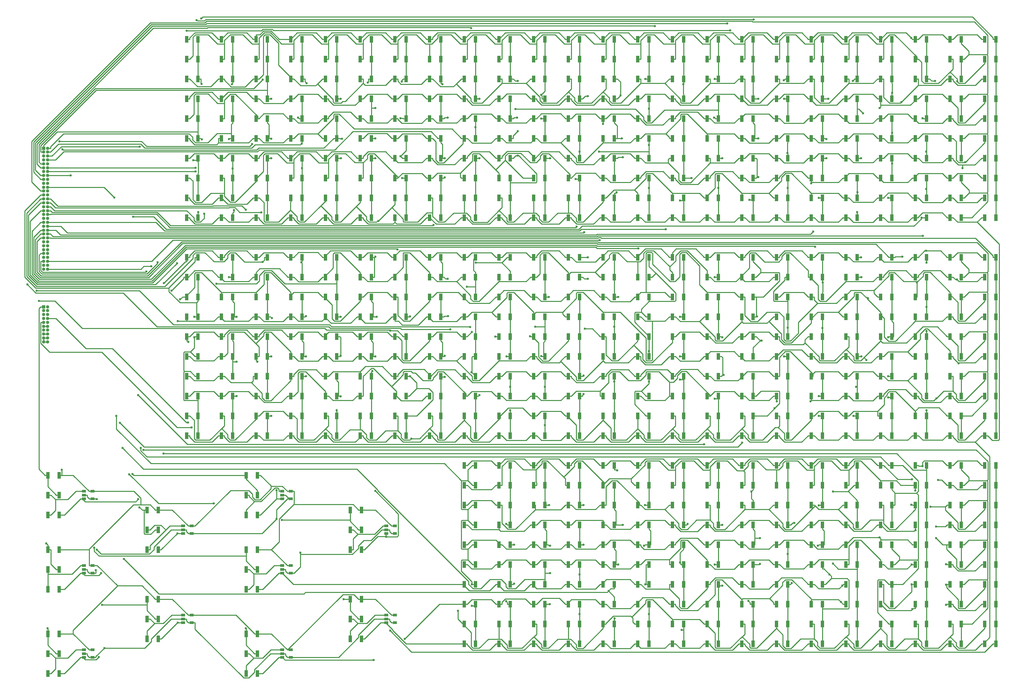
<source format=gbr>
G04 #@! TF.FileFunction,Copper,L1,Top,Signal*
%FSLAX46Y46*%
G04 Gerber Fmt 4.6, Leading zero omitted, Abs format (unit mm)*
G04 Created by KiCad (PCBNEW 4.0.7) date 04/05/19 11:13:47*
%MOMM*%
%LPD*%
G01*
G04 APERTURE LIST*
%ADD10C,0.100000*%
%ADD11R,0.850000X0.850000*%
%ADD12O,0.850000X0.850000*%
%ADD13R,0.900000X1.700000*%
%ADD14R,1.060000X0.650000*%
%ADD15C,0.600000*%
%ADD16C,0.250000*%
G04 APERTURE END LIST*
D10*
D11*
X26670000Y-50800000D03*
D12*
X27670000Y-50800000D03*
X26670000Y-51800000D03*
X27670000Y-51800000D03*
X26670000Y-52800000D03*
X27670000Y-52800000D03*
X26670000Y-53800000D03*
X27670000Y-53800000D03*
X26670000Y-54800000D03*
X27670000Y-54800000D03*
X26670000Y-55800000D03*
X27670000Y-55800000D03*
X26670000Y-56800000D03*
X27670000Y-56800000D03*
X26670000Y-57800000D03*
X27670000Y-57800000D03*
X26670000Y-58800000D03*
X27670000Y-58800000D03*
X26670000Y-59800000D03*
X27670000Y-59800000D03*
X26670000Y-60800000D03*
X27670000Y-60800000D03*
X26670000Y-61800000D03*
X27670000Y-61800000D03*
X26670000Y-62800000D03*
X27670000Y-62800000D03*
X26670000Y-63800000D03*
X27670000Y-63800000D03*
X26670000Y-64800000D03*
X27670000Y-64800000D03*
X26670000Y-65800000D03*
X27670000Y-65800000D03*
X26670000Y-66800000D03*
X27670000Y-66800000D03*
X26670000Y-67800000D03*
X27670000Y-67800000D03*
X26670000Y-68800000D03*
X27670000Y-68800000D03*
X26670000Y-69800000D03*
X27670000Y-69800000D03*
X26670000Y-70800000D03*
X27670000Y-70800000D03*
X26670000Y-71800000D03*
X27670000Y-71800000D03*
X26670000Y-72800000D03*
X27670000Y-72800000D03*
X26670000Y-73800000D03*
X27670000Y-73800000D03*
X26670000Y-74800000D03*
X27670000Y-74800000D03*
X26670000Y-75800000D03*
X27670000Y-75800000D03*
X26670000Y-76800000D03*
X27670000Y-76800000D03*
X26670000Y-77800000D03*
X27670000Y-77800000D03*
X26670000Y-78800000D03*
X27670000Y-78800000D03*
X26670000Y-79800000D03*
X27670000Y-79800000D03*
X26670000Y-80800000D03*
X27670000Y-80800000D03*
X26670000Y-81800000D03*
X27670000Y-81800000D03*
D11*
X26670000Y-91440000D03*
D12*
X27670000Y-91440000D03*
X26670000Y-92440000D03*
X27670000Y-92440000D03*
X26670000Y-93440000D03*
X27670000Y-93440000D03*
X26670000Y-94440000D03*
X27670000Y-94440000D03*
X26670000Y-95440000D03*
X27670000Y-95440000D03*
X26670000Y-96440000D03*
X27670000Y-96440000D03*
X26670000Y-97440000D03*
X27670000Y-97440000D03*
X26670000Y-98440000D03*
X27670000Y-98440000D03*
X26670000Y-99440000D03*
X27670000Y-99440000D03*
X26670000Y-100440000D03*
X27670000Y-100440000D03*
D13*
X27760000Y-144780000D03*
X30660000Y-144780000D03*
X63320000Y-22860000D03*
X66220000Y-22860000D03*
X63320000Y-27940000D03*
X66220000Y-27940000D03*
X63320000Y-33020000D03*
X66220000Y-33020000D03*
X63320000Y-38100000D03*
X66220000Y-38100000D03*
X63320000Y-43180000D03*
X66220000Y-43180000D03*
X63320000Y-48260000D03*
X66220000Y-48260000D03*
X63320000Y-53340000D03*
X66220000Y-53340000D03*
X63320000Y-58420000D03*
X66220000Y-58420000D03*
X63320000Y-63500000D03*
X66220000Y-63500000D03*
X63320000Y-68580000D03*
X66220000Y-68580000D03*
X27760000Y-163830000D03*
X30660000Y-163830000D03*
X72210000Y-22860000D03*
X75110000Y-22860000D03*
X72210000Y-27940000D03*
X75110000Y-27940000D03*
X72210000Y-33020000D03*
X75110000Y-33020000D03*
X72210000Y-38100000D03*
X75110000Y-38100000D03*
X72210000Y-43180000D03*
X75110000Y-43180000D03*
X72210000Y-48260000D03*
X75110000Y-48260000D03*
X72210000Y-53340000D03*
X75110000Y-53340000D03*
X72210000Y-58420000D03*
X75110000Y-58420000D03*
X72210000Y-63500000D03*
X75110000Y-63500000D03*
X72210000Y-68580000D03*
X75110000Y-68580000D03*
X27760000Y-185420000D03*
X30660000Y-185420000D03*
X81100000Y-22860000D03*
X84000000Y-22860000D03*
X81100000Y-27940000D03*
X84000000Y-27940000D03*
X81100000Y-33020000D03*
X84000000Y-33020000D03*
X81100000Y-38100000D03*
X84000000Y-38100000D03*
X81100000Y-43180000D03*
X84000000Y-43180000D03*
X81100000Y-48260000D03*
X84000000Y-48260000D03*
X81100000Y-53340000D03*
X84000000Y-53340000D03*
X81100000Y-58420000D03*
X84000000Y-58420000D03*
X81100000Y-63500000D03*
X84000000Y-63500000D03*
X81100000Y-68580000D03*
X84000000Y-68580000D03*
X53160000Y-153670000D03*
X56060000Y-153670000D03*
X89990000Y-22860000D03*
X92890000Y-22860000D03*
X89990000Y-27940000D03*
X92890000Y-27940000D03*
X89990000Y-33020000D03*
X92890000Y-33020000D03*
X89990000Y-38100000D03*
X92890000Y-38100000D03*
X89990000Y-43180000D03*
X92890000Y-43180000D03*
X89990000Y-48260000D03*
X92890000Y-48260000D03*
X89990000Y-53340000D03*
X92890000Y-53340000D03*
X89990000Y-58420000D03*
X92890000Y-58420000D03*
X89990000Y-63500000D03*
X92890000Y-63500000D03*
X89990000Y-68580000D03*
X92890000Y-68580000D03*
X53160000Y-176530000D03*
X56060000Y-176530000D03*
X98880000Y-22860000D03*
X101780000Y-22860000D03*
X98880000Y-27940000D03*
X101780000Y-27940000D03*
X98880000Y-33020000D03*
X101780000Y-33020000D03*
X98880000Y-38100000D03*
X101780000Y-38100000D03*
X98880000Y-43180000D03*
X101780000Y-43180000D03*
X98880000Y-48260000D03*
X101780000Y-48260000D03*
X98880000Y-53340000D03*
X101780000Y-53340000D03*
X98880000Y-58420000D03*
X101780000Y-58420000D03*
X98880000Y-63500000D03*
X101780000Y-63500000D03*
X98880000Y-68580000D03*
X101780000Y-68580000D03*
X78560000Y-144780000D03*
X81460000Y-144780000D03*
X107770000Y-22860000D03*
X110670000Y-22860000D03*
X107770000Y-27940000D03*
X110670000Y-27940000D03*
X107770000Y-33020000D03*
X110670000Y-33020000D03*
X107770000Y-38100000D03*
X110670000Y-38100000D03*
X107770000Y-43180000D03*
X110670000Y-43180000D03*
X107770000Y-48260000D03*
X110670000Y-48260000D03*
X107770000Y-53340000D03*
X110670000Y-53340000D03*
X107770000Y-58420000D03*
X110670000Y-58420000D03*
X107770000Y-63500000D03*
X110670000Y-63500000D03*
X107770000Y-68580000D03*
X110670000Y-68580000D03*
X78560000Y-163830000D03*
X81460000Y-163830000D03*
X116660000Y-22860000D03*
X119560000Y-22860000D03*
X116660000Y-27940000D03*
X119560000Y-27940000D03*
X116660000Y-33020000D03*
X119560000Y-33020000D03*
X116660000Y-38100000D03*
X119560000Y-38100000D03*
X116660000Y-43180000D03*
X119560000Y-43180000D03*
X116660000Y-48260000D03*
X119560000Y-48260000D03*
X116660000Y-53340000D03*
X119560000Y-53340000D03*
X116660000Y-58420000D03*
X119560000Y-58420000D03*
X116660000Y-63500000D03*
X119560000Y-63500000D03*
X116660000Y-68580000D03*
X119560000Y-68580000D03*
X78560000Y-185420000D03*
X81460000Y-185420000D03*
X125550000Y-22860000D03*
X128450000Y-22860000D03*
X125550000Y-27940000D03*
X128450000Y-27940000D03*
X125550000Y-33020000D03*
X128450000Y-33020000D03*
X125550000Y-38100000D03*
X128450000Y-38100000D03*
X125550000Y-43180000D03*
X128450000Y-43180000D03*
X125550000Y-48260000D03*
X128450000Y-48260000D03*
X125550000Y-53340000D03*
X128450000Y-53340000D03*
X125550000Y-58420000D03*
X128450000Y-58420000D03*
X125550000Y-63500000D03*
X128450000Y-63500000D03*
X125550000Y-68580000D03*
X128450000Y-68580000D03*
X105230000Y-153670000D03*
X108130000Y-153670000D03*
X134440000Y-22860000D03*
X137340000Y-22860000D03*
X134440000Y-27940000D03*
X137340000Y-27940000D03*
X134440000Y-33020000D03*
X137340000Y-33020000D03*
X134440000Y-38100000D03*
X137340000Y-38100000D03*
X134440000Y-43180000D03*
X137340000Y-43180000D03*
X134440000Y-48260000D03*
X137340000Y-48260000D03*
X134440000Y-53340000D03*
X137340000Y-53340000D03*
X134440000Y-58420000D03*
X137340000Y-58420000D03*
X134440000Y-63500000D03*
X137340000Y-63500000D03*
X134440000Y-68580000D03*
X137340000Y-68580000D03*
X105230000Y-176530000D03*
X108130000Y-176530000D03*
X143330000Y-22860000D03*
X146230000Y-22860000D03*
X143330000Y-27940000D03*
X146230000Y-27940000D03*
X143330000Y-33020000D03*
X146230000Y-33020000D03*
X143330000Y-38100000D03*
X146230000Y-38100000D03*
X143330000Y-43180000D03*
X146230000Y-43180000D03*
X143330000Y-48260000D03*
X146230000Y-48260000D03*
X143330000Y-53340000D03*
X146230000Y-53340000D03*
X143330000Y-58420000D03*
X146230000Y-58420000D03*
X143330000Y-63500000D03*
X146230000Y-63500000D03*
X143330000Y-68580000D03*
X146230000Y-68580000D03*
X152220000Y-22860000D03*
X155120000Y-22860000D03*
X152220000Y-27940000D03*
X155120000Y-27940000D03*
X152220000Y-33020000D03*
X155120000Y-33020000D03*
X152220000Y-38100000D03*
X155120000Y-38100000D03*
X152220000Y-43180000D03*
X155120000Y-43180000D03*
X152220000Y-48260000D03*
X155120000Y-48260000D03*
X152220000Y-53340000D03*
X155120000Y-53340000D03*
X152220000Y-58420000D03*
X155120000Y-58420000D03*
X152220000Y-63500000D03*
X155120000Y-63500000D03*
X152220000Y-68580000D03*
X155120000Y-68580000D03*
X161110000Y-22860000D03*
X164010000Y-22860000D03*
X161110000Y-27940000D03*
X164010000Y-27940000D03*
X161110000Y-33020000D03*
X164010000Y-33020000D03*
X161110000Y-38100000D03*
X164010000Y-38100000D03*
X161110000Y-43180000D03*
X164010000Y-43180000D03*
X161110000Y-48260000D03*
X164010000Y-48260000D03*
X161110000Y-53340000D03*
X164010000Y-53340000D03*
X161110000Y-58420000D03*
X164010000Y-58420000D03*
X161110000Y-63500000D03*
X164010000Y-63500000D03*
X161110000Y-68580000D03*
X164010000Y-68580000D03*
X170000000Y-22860000D03*
X172900000Y-22860000D03*
X170000000Y-27940000D03*
X172900000Y-27940000D03*
X170000000Y-33020000D03*
X172900000Y-33020000D03*
X170000000Y-38100000D03*
X172900000Y-38100000D03*
X170000000Y-43180000D03*
X172900000Y-43180000D03*
X170000000Y-48260000D03*
X172900000Y-48260000D03*
X170000000Y-53340000D03*
X172900000Y-53340000D03*
X170000000Y-58420000D03*
X172900000Y-58420000D03*
X170000000Y-63500000D03*
X172900000Y-63500000D03*
X170000000Y-68580000D03*
X172900000Y-68580000D03*
X178890000Y-22860000D03*
X181790000Y-22860000D03*
X178890000Y-27940000D03*
X181790000Y-27940000D03*
X178890000Y-33020000D03*
X181790000Y-33020000D03*
X178890000Y-38100000D03*
X181790000Y-38100000D03*
X178890000Y-43180000D03*
X181790000Y-43180000D03*
X178890000Y-48260000D03*
X181790000Y-48260000D03*
X178890000Y-53340000D03*
X181790000Y-53340000D03*
X178890000Y-58420000D03*
X181790000Y-58420000D03*
X178890000Y-63500000D03*
X181790000Y-63500000D03*
X178890000Y-68580000D03*
X181790000Y-68580000D03*
X187780000Y-22860000D03*
X190680000Y-22860000D03*
X187780000Y-27940000D03*
X190680000Y-27940000D03*
X187780000Y-33020000D03*
X190680000Y-33020000D03*
X187780000Y-38100000D03*
X190680000Y-38100000D03*
X187780000Y-43180000D03*
X190680000Y-43180000D03*
X187780000Y-48260000D03*
X190680000Y-48260000D03*
X187780000Y-53340000D03*
X190680000Y-53340000D03*
X187780000Y-58420000D03*
X190680000Y-58420000D03*
X187780000Y-63500000D03*
X190680000Y-63500000D03*
X187780000Y-68580000D03*
X190680000Y-68580000D03*
X196670000Y-22860000D03*
X199570000Y-22860000D03*
X196670000Y-27940000D03*
X199570000Y-27940000D03*
X196670000Y-33020000D03*
X199570000Y-33020000D03*
X196670000Y-38100000D03*
X199570000Y-38100000D03*
X196670000Y-43180000D03*
X199570000Y-43180000D03*
X196670000Y-48260000D03*
X199570000Y-48260000D03*
X196670000Y-53340000D03*
X199570000Y-53340000D03*
X196670000Y-58420000D03*
X199570000Y-58420000D03*
X196670000Y-63500000D03*
X199570000Y-63500000D03*
X196670000Y-68580000D03*
X199570000Y-68580000D03*
X205560000Y-22860000D03*
X208460000Y-22860000D03*
X205560000Y-27940000D03*
X208460000Y-27940000D03*
X205560000Y-33020000D03*
X208460000Y-33020000D03*
X205560000Y-38100000D03*
X208460000Y-38100000D03*
X205560000Y-43180000D03*
X208460000Y-43180000D03*
X205560000Y-48260000D03*
X208460000Y-48260000D03*
X205560000Y-53340000D03*
X208460000Y-53340000D03*
X205560000Y-58420000D03*
X208460000Y-58420000D03*
X205560000Y-63500000D03*
X208460000Y-63500000D03*
X205560000Y-68580000D03*
X208460000Y-68580000D03*
X214450000Y-22860000D03*
X217350000Y-22860000D03*
X214450000Y-27940000D03*
X217350000Y-27940000D03*
X214450000Y-33020000D03*
X217350000Y-33020000D03*
X214450000Y-38100000D03*
X217350000Y-38100000D03*
X214450000Y-43180000D03*
X217350000Y-43180000D03*
X214450000Y-48260000D03*
X217350000Y-48260000D03*
X214450000Y-53340000D03*
X217350000Y-53340000D03*
X214450000Y-58420000D03*
X217350000Y-58420000D03*
X214450000Y-63500000D03*
X217350000Y-63500000D03*
X214450000Y-68580000D03*
X217350000Y-68580000D03*
X223340000Y-22860000D03*
X226240000Y-22860000D03*
X223340000Y-27940000D03*
X226240000Y-27940000D03*
X223340000Y-33020000D03*
X226240000Y-33020000D03*
X223340000Y-38100000D03*
X226240000Y-38100000D03*
X223340000Y-43180000D03*
X226240000Y-43180000D03*
X223340000Y-48260000D03*
X226240000Y-48260000D03*
X223340000Y-53340000D03*
X226240000Y-53340000D03*
X223340000Y-58420000D03*
X226240000Y-58420000D03*
X223340000Y-63500000D03*
X226240000Y-63500000D03*
X223340000Y-68580000D03*
X226240000Y-68580000D03*
X232230000Y-22860000D03*
X235130000Y-22860000D03*
X232230000Y-27940000D03*
X235130000Y-27940000D03*
X232230000Y-33020000D03*
X235130000Y-33020000D03*
X232230000Y-38100000D03*
X235130000Y-38100000D03*
X232230000Y-43180000D03*
X235130000Y-43180000D03*
X232230000Y-48260000D03*
X235130000Y-48260000D03*
X232230000Y-53340000D03*
X235130000Y-53340000D03*
X232230000Y-58420000D03*
X235130000Y-58420000D03*
X232230000Y-63500000D03*
X235130000Y-63500000D03*
X232230000Y-68580000D03*
X235130000Y-68580000D03*
X241120000Y-22860000D03*
X244020000Y-22860000D03*
X241120000Y-27940000D03*
X244020000Y-27940000D03*
X241120000Y-33020000D03*
X244020000Y-33020000D03*
X241120000Y-38100000D03*
X244020000Y-38100000D03*
X241120000Y-43180000D03*
X244020000Y-43180000D03*
X241120000Y-48260000D03*
X244020000Y-48260000D03*
X241120000Y-53340000D03*
X244020000Y-53340000D03*
X241120000Y-58420000D03*
X244020000Y-58420000D03*
X241120000Y-63500000D03*
X244020000Y-63500000D03*
X241120000Y-68580000D03*
X244020000Y-68580000D03*
X250010000Y-22860000D03*
X252910000Y-22860000D03*
X250010000Y-27940000D03*
X252910000Y-27940000D03*
X250010000Y-33020000D03*
X252910000Y-33020000D03*
X250010000Y-38100000D03*
X252910000Y-38100000D03*
X250010000Y-43180000D03*
X252910000Y-43180000D03*
X250010000Y-48260000D03*
X252910000Y-48260000D03*
X250010000Y-53340000D03*
X252910000Y-53340000D03*
X250010000Y-58420000D03*
X252910000Y-58420000D03*
X250010000Y-63500000D03*
X252910000Y-63500000D03*
X250010000Y-68580000D03*
X252910000Y-68580000D03*
X258900000Y-22860000D03*
X261800000Y-22860000D03*
X258900000Y-27940000D03*
X261800000Y-27940000D03*
X258900000Y-33020000D03*
X261800000Y-33020000D03*
X258900000Y-38100000D03*
X261800000Y-38100000D03*
X258900000Y-43180000D03*
X261800000Y-43180000D03*
X258900000Y-48260000D03*
X261800000Y-48260000D03*
X258900000Y-53340000D03*
X261800000Y-53340000D03*
X258900000Y-58420000D03*
X261800000Y-58420000D03*
X258900000Y-63500000D03*
X261800000Y-63500000D03*
X258900000Y-68580000D03*
X261800000Y-68580000D03*
X267790000Y-22860000D03*
X270690000Y-22860000D03*
X267790000Y-27940000D03*
X270690000Y-27940000D03*
X267790000Y-33020000D03*
X270690000Y-33020000D03*
X267790000Y-38100000D03*
X270690000Y-38100000D03*
X267790000Y-43180000D03*
X270690000Y-43180000D03*
X267790000Y-48260000D03*
X270690000Y-48260000D03*
X267790000Y-53340000D03*
X270690000Y-53340000D03*
X267790000Y-58420000D03*
X270690000Y-58420000D03*
X267790000Y-63500000D03*
X270690000Y-63500000D03*
X267790000Y-68580000D03*
X270690000Y-68580000D03*
X63320000Y-78740000D03*
X66220000Y-78740000D03*
X63320000Y-83820000D03*
X66220000Y-83820000D03*
X63320000Y-88900000D03*
X66220000Y-88900000D03*
X63320000Y-93980000D03*
X66220000Y-93980000D03*
X63320000Y-99060000D03*
X66220000Y-99060000D03*
X63320000Y-104140000D03*
X66220000Y-104140000D03*
X63320000Y-109220000D03*
X66220000Y-109220000D03*
X63320000Y-114300000D03*
X66220000Y-114300000D03*
X63320000Y-119380000D03*
X66220000Y-119380000D03*
X63320000Y-124460000D03*
X66220000Y-124460000D03*
X72210000Y-78740000D03*
X75110000Y-78740000D03*
X72210000Y-83820000D03*
X75110000Y-83820000D03*
X72210000Y-88900000D03*
X75110000Y-88900000D03*
X72210000Y-93980000D03*
X75110000Y-93980000D03*
X72210000Y-99060000D03*
X75110000Y-99060000D03*
X72210000Y-104140000D03*
X75110000Y-104140000D03*
X72210000Y-109220000D03*
X75110000Y-109220000D03*
X72210000Y-114300000D03*
X75110000Y-114300000D03*
X72210000Y-119380000D03*
X75110000Y-119380000D03*
X72210000Y-124460000D03*
X75110000Y-124460000D03*
X81100000Y-78740000D03*
X84000000Y-78740000D03*
X81100000Y-83820000D03*
X84000000Y-83820000D03*
X81100000Y-88900000D03*
X84000000Y-88900000D03*
X81100000Y-93980000D03*
X84000000Y-93980000D03*
X81100000Y-99060000D03*
X84000000Y-99060000D03*
X81100000Y-104140000D03*
X84000000Y-104140000D03*
X81100000Y-109220000D03*
X84000000Y-109220000D03*
X81100000Y-114300000D03*
X84000000Y-114300000D03*
X81100000Y-119380000D03*
X84000000Y-119380000D03*
X81100000Y-124460000D03*
X84000000Y-124460000D03*
X89990000Y-78740000D03*
X92890000Y-78740000D03*
X89990000Y-83820000D03*
X92890000Y-83820000D03*
X89990000Y-88900000D03*
X92890000Y-88900000D03*
X89990000Y-93980000D03*
X92890000Y-93980000D03*
X89990000Y-99060000D03*
X92890000Y-99060000D03*
X89990000Y-104140000D03*
X92890000Y-104140000D03*
X89990000Y-109220000D03*
X92890000Y-109220000D03*
X89990000Y-114300000D03*
X92890000Y-114300000D03*
X89990000Y-119380000D03*
X92890000Y-119380000D03*
X89990000Y-124460000D03*
X92890000Y-124460000D03*
X98880000Y-78740000D03*
X101780000Y-78740000D03*
X98880000Y-83820000D03*
X101780000Y-83820000D03*
X98880000Y-88900000D03*
X101780000Y-88900000D03*
X98880000Y-93980000D03*
X101780000Y-93980000D03*
X98880000Y-99060000D03*
X101780000Y-99060000D03*
X98880000Y-104140000D03*
X101780000Y-104140000D03*
X98880000Y-109220000D03*
X101780000Y-109220000D03*
X98880000Y-114300000D03*
X101780000Y-114300000D03*
X98880000Y-119380000D03*
X101780000Y-119380000D03*
X98880000Y-124460000D03*
X101780000Y-124460000D03*
X107770000Y-78740000D03*
X110670000Y-78740000D03*
X107770000Y-83820000D03*
X110670000Y-83820000D03*
X107770000Y-88900000D03*
X110670000Y-88900000D03*
X107770000Y-93980000D03*
X110670000Y-93980000D03*
X107770000Y-99060000D03*
X110670000Y-99060000D03*
X107770000Y-104140000D03*
X110670000Y-104140000D03*
X107770000Y-109220000D03*
X110670000Y-109220000D03*
X107770000Y-114300000D03*
X110670000Y-114300000D03*
X107770000Y-119380000D03*
X110670000Y-119380000D03*
X107770000Y-124460000D03*
X110670000Y-124460000D03*
X116660000Y-78740000D03*
X119560000Y-78740000D03*
X116660000Y-83820000D03*
X119560000Y-83820000D03*
X116660000Y-88900000D03*
X119560000Y-88900000D03*
X116660000Y-93980000D03*
X119560000Y-93980000D03*
X116660000Y-99060000D03*
X119560000Y-99060000D03*
X116660000Y-104140000D03*
X119560000Y-104140000D03*
X116660000Y-109220000D03*
X119560000Y-109220000D03*
X116660000Y-114300000D03*
X119560000Y-114300000D03*
X116660000Y-119380000D03*
X119560000Y-119380000D03*
X116660000Y-124460000D03*
X119560000Y-124460000D03*
X125550000Y-78740000D03*
X128450000Y-78740000D03*
X125550000Y-83820000D03*
X128450000Y-83820000D03*
X125550000Y-88900000D03*
X128450000Y-88900000D03*
X125550000Y-93980000D03*
X128450000Y-93980000D03*
X125550000Y-99060000D03*
X128450000Y-99060000D03*
X125550000Y-104140000D03*
X128450000Y-104140000D03*
X125550000Y-109220000D03*
X128450000Y-109220000D03*
X125550000Y-114300000D03*
X128450000Y-114300000D03*
X125550000Y-119380000D03*
X128450000Y-119380000D03*
X125550000Y-124460000D03*
X128450000Y-124460000D03*
X134440000Y-78740000D03*
X137340000Y-78740000D03*
X134440000Y-83820000D03*
X137340000Y-83820000D03*
X134440000Y-88900000D03*
X137340000Y-88900000D03*
X134440000Y-93980000D03*
X137340000Y-93980000D03*
X134440000Y-99060000D03*
X137340000Y-99060000D03*
X134440000Y-104140000D03*
X137340000Y-104140000D03*
X134440000Y-109220000D03*
X137340000Y-109220000D03*
X134440000Y-114300000D03*
X137340000Y-114300000D03*
X134440000Y-119380000D03*
X137340000Y-119380000D03*
X134440000Y-124460000D03*
X137340000Y-124460000D03*
X143330000Y-78740000D03*
X146230000Y-78740000D03*
X143330000Y-83820000D03*
X146230000Y-83820000D03*
X143330000Y-88900000D03*
X146230000Y-88900000D03*
X143330000Y-93980000D03*
X146230000Y-93980000D03*
X143330000Y-99060000D03*
X146230000Y-99060000D03*
X143330000Y-104140000D03*
X146230000Y-104140000D03*
X143330000Y-109220000D03*
X146230000Y-109220000D03*
X143330000Y-114300000D03*
X146230000Y-114300000D03*
X143330000Y-119380000D03*
X146230000Y-119380000D03*
X143330000Y-124460000D03*
X146230000Y-124460000D03*
X152220000Y-78740000D03*
X155120000Y-78740000D03*
X152220000Y-83820000D03*
X155120000Y-83820000D03*
X152220000Y-88900000D03*
X155120000Y-88900000D03*
X152220000Y-93980000D03*
X155120000Y-93980000D03*
X152220000Y-99060000D03*
X155120000Y-99060000D03*
X152220000Y-104140000D03*
X155120000Y-104140000D03*
X152220000Y-109220000D03*
X155120000Y-109220000D03*
X152220000Y-114300000D03*
X155120000Y-114300000D03*
X152220000Y-119380000D03*
X155120000Y-119380000D03*
X152220000Y-124460000D03*
X155120000Y-124460000D03*
X161110000Y-78740000D03*
X164010000Y-78740000D03*
X161110000Y-83820000D03*
X164010000Y-83820000D03*
X161110000Y-88900000D03*
X164010000Y-88900000D03*
X161110000Y-93980000D03*
X164010000Y-93980000D03*
X161110000Y-99060000D03*
X164010000Y-99060000D03*
X161110000Y-104140000D03*
X164010000Y-104140000D03*
X161110000Y-109220000D03*
X164010000Y-109220000D03*
X161110000Y-114300000D03*
X164010000Y-114300000D03*
X161110000Y-119380000D03*
X164010000Y-119380000D03*
X161110000Y-124460000D03*
X164010000Y-124460000D03*
X170000000Y-78740000D03*
X172900000Y-78740000D03*
X170000000Y-83820000D03*
X172900000Y-83820000D03*
X170000000Y-88900000D03*
X172900000Y-88900000D03*
X170000000Y-93980000D03*
X172900000Y-93980000D03*
X170000000Y-99060000D03*
X172900000Y-99060000D03*
X170000000Y-104140000D03*
X172900000Y-104140000D03*
X170000000Y-109220000D03*
X172900000Y-109220000D03*
X170000000Y-114300000D03*
X172900000Y-114300000D03*
X170000000Y-119380000D03*
X172900000Y-119380000D03*
X170000000Y-124460000D03*
X172900000Y-124460000D03*
X178890000Y-78740000D03*
X181790000Y-78740000D03*
X178890000Y-83820000D03*
X181790000Y-83820000D03*
X178890000Y-88900000D03*
X181790000Y-88900000D03*
X178890000Y-93980000D03*
X181790000Y-93980000D03*
X178890000Y-99060000D03*
X181790000Y-99060000D03*
X178890000Y-104140000D03*
X181790000Y-104140000D03*
X178890000Y-109220000D03*
X181790000Y-109220000D03*
X178890000Y-114300000D03*
X181790000Y-114300000D03*
X178890000Y-119380000D03*
X181790000Y-119380000D03*
X178890000Y-124460000D03*
X181790000Y-124460000D03*
X187780000Y-78740000D03*
X190680000Y-78740000D03*
X187780000Y-83820000D03*
X190680000Y-83820000D03*
X187780000Y-88900000D03*
X190680000Y-88900000D03*
X187780000Y-93980000D03*
X190680000Y-93980000D03*
X187780000Y-99060000D03*
X190680000Y-99060000D03*
X187780000Y-104140000D03*
X190680000Y-104140000D03*
X187780000Y-109220000D03*
X190680000Y-109220000D03*
X187780000Y-114300000D03*
X190680000Y-114300000D03*
X187780000Y-119380000D03*
X190680000Y-119380000D03*
X187780000Y-124460000D03*
X190680000Y-124460000D03*
X196670000Y-78740000D03*
X199570000Y-78740000D03*
X196670000Y-83820000D03*
X199570000Y-83820000D03*
X196670000Y-88900000D03*
X199570000Y-88900000D03*
X196670000Y-93980000D03*
X199570000Y-93980000D03*
X196670000Y-99060000D03*
X199570000Y-99060000D03*
X196670000Y-104140000D03*
X199570000Y-104140000D03*
X196670000Y-109220000D03*
X199570000Y-109220000D03*
X196670000Y-114300000D03*
X199570000Y-114300000D03*
X196670000Y-119380000D03*
X199570000Y-119380000D03*
X196670000Y-124460000D03*
X199570000Y-124460000D03*
X205560000Y-78740000D03*
X208460000Y-78740000D03*
X205560000Y-83820000D03*
X208460000Y-83820000D03*
X205560000Y-88900000D03*
X208460000Y-88900000D03*
X205560000Y-93980000D03*
X208460000Y-93980000D03*
X205560000Y-99060000D03*
X208460000Y-99060000D03*
X205560000Y-104140000D03*
X208460000Y-104140000D03*
X205560000Y-109220000D03*
X208460000Y-109220000D03*
X205560000Y-114300000D03*
X208460000Y-114300000D03*
X205560000Y-119380000D03*
X208460000Y-119380000D03*
X205560000Y-124460000D03*
X208460000Y-124460000D03*
X214450000Y-78740000D03*
X217350000Y-78740000D03*
X214450000Y-83820000D03*
X217350000Y-83820000D03*
X214450000Y-88900000D03*
X217350000Y-88900000D03*
X214450000Y-93980000D03*
X217350000Y-93980000D03*
X214450000Y-99060000D03*
X217350000Y-99060000D03*
X214450000Y-104140000D03*
X217350000Y-104140000D03*
X214450000Y-109220000D03*
X217350000Y-109220000D03*
X214450000Y-114300000D03*
X217350000Y-114300000D03*
X214450000Y-119380000D03*
X217350000Y-119380000D03*
X214450000Y-124460000D03*
X217350000Y-124460000D03*
X223340000Y-78740000D03*
X226240000Y-78740000D03*
X223340000Y-83820000D03*
X226240000Y-83820000D03*
X223340000Y-88900000D03*
X226240000Y-88900000D03*
X223340000Y-93980000D03*
X226240000Y-93980000D03*
X223340000Y-99060000D03*
X226240000Y-99060000D03*
X223340000Y-104140000D03*
X226240000Y-104140000D03*
X223340000Y-109220000D03*
X226240000Y-109220000D03*
X223340000Y-114300000D03*
X226240000Y-114300000D03*
X223340000Y-119380000D03*
X226240000Y-119380000D03*
X223340000Y-124460000D03*
X226240000Y-124460000D03*
X232230000Y-78740000D03*
X235130000Y-78740000D03*
X232230000Y-83820000D03*
X235130000Y-83820000D03*
X232230000Y-88900000D03*
X235130000Y-88900000D03*
X232230000Y-93980000D03*
X235130000Y-93980000D03*
X232230000Y-99060000D03*
X235130000Y-99060000D03*
X232230000Y-104140000D03*
X235130000Y-104140000D03*
X232230000Y-109220000D03*
X235130000Y-109220000D03*
X232230000Y-114300000D03*
X235130000Y-114300000D03*
X232230000Y-119380000D03*
X235130000Y-119380000D03*
X232230000Y-124460000D03*
X235130000Y-124460000D03*
X241120000Y-78740000D03*
X244020000Y-78740000D03*
X241120000Y-83820000D03*
X244020000Y-83820000D03*
X241120000Y-88900000D03*
X244020000Y-88900000D03*
X241120000Y-93980000D03*
X244020000Y-93980000D03*
X241120000Y-99060000D03*
X244020000Y-99060000D03*
X241120000Y-104140000D03*
X244020000Y-104140000D03*
X241120000Y-109220000D03*
X244020000Y-109220000D03*
X241120000Y-114300000D03*
X244020000Y-114300000D03*
X241120000Y-119380000D03*
X244020000Y-119380000D03*
X241120000Y-124460000D03*
X244020000Y-124460000D03*
X250010000Y-78740000D03*
X252910000Y-78740000D03*
X250010000Y-83820000D03*
X252910000Y-83820000D03*
X250010000Y-88900000D03*
X252910000Y-88900000D03*
X250010000Y-93980000D03*
X252910000Y-93980000D03*
X250010000Y-99060000D03*
X252910000Y-99060000D03*
X250010000Y-104140000D03*
X252910000Y-104140000D03*
X250010000Y-109220000D03*
X252910000Y-109220000D03*
X250010000Y-114300000D03*
X252910000Y-114300000D03*
X250010000Y-119380000D03*
X252910000Y-119380000D03*
X250010000Y-124460000D03*
X252910000Y-124460000D03*
X258900000Y-78740000D03*
X261800000Y-78740000D03*
X258900000Y-83820000D03*
X261800000Y-83820000D03*
X258900000Y-88900000D03*
X261800000Y-88900000D03*
X258900000Y-93980000D03*
X261800000Y-93980000D03*
X258900000Y-99060000D03*
X261800000Y-99060000D03*
X258900000Y-104140000D03*
X261800000Y-104140000D03*
X258900000Y-109220000D03*
X261800000Y-109220000D03*
X258900000Y-114300000D03*
X261800000Y-114300000D03*
X258900000Y-119380000D03*
X261800000Y-119380000D03*
X258900000Y-124460000D03*
X261800000Y-124460000D03*
X267790000Y-78740000D03*
X270690000Y-78740000D03*
X267790000Y-83820000D03*
X270690000Y-83820000D03*
X267790000Y-88900000D03*
X270690000Y-88900000D03*
X267790000Y-93980000D03*
X270690000Y-93980000D03*
X267790000Y-99060000D03*
X270690000Y-99060000D03*
X267790000Y-104140000D03*
X270690000Y-104140000D03*
X267790000Y-109220000D03*
X270690000Y-109220000D03*
X267790000Y-114300000D03*
X270690000Y-114300000D03*
X267790000Y-119380000D03*
X270690000Y-119380000D03*
X267790000Y-124460000D03*
X270690000Y-124460000D03*
X134440000Y-132080000D03*
X137340000Y-132080000D03*
X134440000Y-137160000D03*
X137340000Y-137160000D03*
X134440000Y-142240000D03*
X137340000Y-142240000D03*
X134440000Y-147320000D03*
X137340000Y-147320000D03*
X134440000Y-152400000D03*
X137340000Y-152400000D03*
X134440000Y-157480000D03*
X137340000Y-157480000D03*
X134440000Y-162560000D03*
X137340000Y-162560000D03*
X134440000Y-167640000D03*
X137340000Y-167640000D03*
X134440000Y-172720000D03*
X137340000Y-172720000D03*
X134440000Y-177800000D03*
X137340000Y-177800000D03*
X143330000Y-132080000D03*
X146230000Y-132080000D03*
X143330000Y-137160000D03*
X146230000Y-137160000D03*
X143330000Y-142240000D03*
X146230000Y-142240000D03*
X143330000Y-147320000D03*
X146230000Y-147320000D03*
X143330000Y-152400000D03*
X146230000Y-152400000D03*
X143330000Y-157480000D03*
X146230000Y-157480000D03*
X143330000Y-162560000D03*
X146230000Y-162560000D03*
X143330000Y-167640000D03*
X146230000Y-167640000D03*
X143330000Y-172720000D03*
X146230000Y-172720000D03*
X143330000Y-177800000D03*
X146230000Y-177800000D03*
X152220000Y-132080000D03*
X155120000Y-132080000D03*
X152220000Y-137160000D03*
X155120000Y-137160000D03*
X152220000Y-142240000D03*
X155120000Y-142240000D03*
X152220000Y-147320000D03*
X155120000Y-147320000D03*
X152220000Y-152400000D03*
X155120000Y-152400000D03*
X152220000Y-157480000D03*
X155120000Y-157480000D03*
X152220000Y-162560000D03*
X155120000Y-162560000D03*
X152220000Y-167640000D03*
X155120000Y-167640000D03*
X152220000Y-172720000D03*
X155120000Y-172720000D03*
X152220000Y-177800000D03*
X155120000Y-177800000D03*
X161110000Y-132080000D03*
X164010000Y-132080000D03*
X161110000Y-137160000D03*
X164010000Y-137160000D03*
X161110000Y-142240000D03*
X164010000Y-142240000D03*
X161110000Y-147320000D03*
X164010000Y-147320000D03*
X161110000Y-152400000D03*
X164010000Y-152400000D03*
X161110000Y-157480000D03*
X164010000Y-157480000D03*
X161110000Y-162560000D03*
X164010000Y-162560000D03*
X161110000Y-167640000D03*
X164010000Y-167640000D03*
X161110000Y-172720000D03*
X164010000Y-172720000D03*
X161110000Y-177800000D03*
X164010000Y-177800000D03*
X170000000Y-132080000D03*
X172900000Y-132080000D03*
X170000000Y-137160000D03*
X172900000Y-137160000D03*
X170000000Y-142240000D03*
X172900000Y-142240000D03*
X170000000Y-147320000D03*
X172900000Y-147320000D03*
X170000000Y-152400000D03*
X172900000Y-152400000D03*
X170000000Y-157480000D03*
X172900000Y-157480000D03*
X170000000Y-162560000D03*
X172900000Y-162560000D03*
X170000000Y-167640000D03*
X172900000Y-167640000D03*
X170000000Y-172720000D03*
X172900000Y-172720000D03*
X170000000Y-177800000D03*
X172900000Y-177800000D03*
X178890000Y-132080000D03*
X181790000Y-132080000D03*
X178890000Y-137160000D03*
X181790000Y-137160000D03*
X178890000Y-142240000D03*
X181790000Y-142240000D03*
X178890000Y-147320000D03*
X181790000Y-147320000D03*
X178890000Y-152400000D03*
X181790000Y-152400000D03*
X178890000Y-157480000D03*
X181790000Y-157480000D03*
X178890000Y-162560000D03*
X181790000Y-162560000D03*
X178890000Y-167640000D03*
X181790000Y-167640000D03*
X178890000Y-172720000D03*
X181790000Y-172720000D03*
X178890000Y-177800000D03*
X181790000Y-177800000D03*
X187780000Y-132080000D03*
X190680000Y-132080000D03*
X187780000Y-137160000D03*
X190680000Y-137160000D03*
X187780000Y-142240000D03*
X190680000Y-142240000D03*
X187780000Y-147320000D03*
X190680000Y-147320000D03*
X187780000Y-152400000D03*
X190680000Y-152400000D03*
X187780000Y-157480000D03*
X190680000Y-157480000D03*
X187780000Y-162560000D03*
X190680000Y-162560000D03*
X187780000Y-167640000D03*
X190680000Y-167640000D03*
X187780000Y-172720000D03*
X190680000Y-172720000D03*
X187780000Y-177800000D03*
X190680000Y-177800000D03*
X196670000Y-132080000D03*
X199570000Y-132080000D03*
X196670000Y-137160000D03*
X199570000Y-137160000D03*
X196670000Y-142240000D03*
X199570000Y-142240000D03*
X196670000Y-147320000D03*
X199570000Y-147320000D03*
X196670000Y-152400000D03*
X199570000Y-152400000D03*
X196670000Y-157480000D03*
X199570000Y-157480000D03*
X196670000Y-162560000D03*
X199570000Y-162560000D03*
X196670000Y-167640000D03*
X199570000Y-167640000D03*
X196670000Y-172720000D03*
X199570000Y-172720000D03*
X196670000Y-177800000D03*
X199570000Y-177800000D03*
X205560000Y-132080000D03*
X208460000Y-132080000D03*
X205560000Y-137160000D03*
X208460000Y-137160000D03*
X205560000Y-142240000D03*
X208460000Y-142240000D03*
X205560000Y-147320000D03*
X208460000Y-147320000D03*
X205560000Y-152400000D03*
X208460000Y-152400000D03*
X205560000Y-157480000D03*
X208460000Y-157480000D03*
X205560000Y-162560000D03*
X208460000Y-162560000D03*
X205560000Y-167640000D03*
X208460000Y-167640000D03*
X205560000Y-172720000D03*
X208460000Y-172720000D03*
X205560000Y-177800000D03*
X208460000Y-177800000D03*
X214450000Y-132080000D03*
X217350000Y-132080000D03*
X214450000Y-137160000D03*
X217350000Y-137160000D03*
X214450000Y-142240000D03*
X217350000Y-142240000D03*
X214450000Y-147320000D03*
X217350000Y-147320000D03*
X214450000Y-152400000D03*
X217350000Y-152400000D03*
X214450000Y-157480000D03*
X217350000Y-157480000D03*
X214450000Y-162560000D03*
X217350000Y-162560000D03*
X214450000Y-167640000D03*
X217350000Y-167640000D03*
X214450000Y-172720000D03*
X217350000Y-172720000D03*
X214450000Y-177800000D03*
X217350000Y-177800000D03*
X223340000Y-132080000D03*
X226240000Y-132080000D03*
X223340000Y-137160000D03*
X226240000Y-137160000D03*
X223340000Y-142240000D03*
X226240000Y-142240000D03*
X223340000Y-147320000D03*
X226240000Y-147320000D03*
X223340000Y-152400000D03*
X226240000Y-152400000D03*
X223340000Y-157480000D03*
X226240000Y-157480000D03*
X223340000Y-162560000D03*
X226240000Y-162560000D03*
X223340000Y-167640000D03*
X226240000Y-167640000D03*
X223340000Y-172720000D03*
X226240000Y-172720000D03*
X223340000Y-177800000D03*
X226240000Y-177800000D03*
X232230000Y-132080000D03*
X235130000Y-132080000D03*
X232230000Y-137160000D03*
X235130000Y-137160000D03*
X232230000Y-142240000D03*
X235130000Y-142240000D03*
X232230000Y-147320000D03*
X235130000Y-147320000D03*
X232230000Y-152400000D03*
X235130000Y-152400000D03*
X232230000Y-157480000D03*
X235130000Y-157480000D03*
X232230000Y-162560000D03*
X235130000Y-162560000D03*
X232230000Y-167640000D03*
X235130000Y-167640000D03*
X232230000Y-172720000D03*
X235130000Y-172720000D03*
X232230000Y-177800000D03*
X235130000Y-177800000D03*
X241120000Y-132080000D03*
X244020000Y-132080000D03*
X241120000Y-137160000D03*
X244020000Y-137160000D03*
X241120000Y-142240000D03*
X244020000Y-142240000D03*
X241120000Y-147320000D03*
X244020000Y-147320000D03*
X241120000Y-152400000D03*
X244020000Y-152400000D03*
X241120000Y-157480000D03*
X244020000Y-157480000D03*
X241120000Y-162560000D03*
X244020000Y-162560000D03*
X241120000Y-167640000D03*
X244020000Y-167640000D03*
X241120000Y-172720000D03*
X244020000Y-172720000D03*
X241120000Y-177800000D03*
X244020000Y-177800000D03*
X250010000Y-132080000D03*
X252910000Y-132080000D03*
X250010000Y-137160000D03*
X252910000Y-137160000D03*
X250010000Y-142240000D03*
X252910000Y-142240000D03*
X250010000Y-147320000D03*
X252910000Y-147320000D03*
X250010000Y-152400000D03*
X252910000Y-152400000D03*
X250010000Y-157480000D03*
X252910000Y-157480000D03*
X250010000Y-162560000D03*
X252910000Y-162560000D03*
X250010000Y-167640000D03*
X252910000Y-167640000D03*
X250010000Y-172720000D03*
X252910000Y-172720000D03*
X250010000Y-177800000D03*
X252910000Y-177800000D03*
X258900000Y-132080000D03*
X261800000Y-132080000D03*
X258900000Y-137160000D03*
X261800000Y-137160000D03*
X258900000Y-142240000D03*
X261800000Y-142240000D03*
X258900000Y-147320000D03*
X261800000Y-147320000D03*
X258900000Y-152400000D03*
X261800000Y-152400000D03*
X258900000Y-157480000D03*
X261800000Y-157480000D03*
X258900000Y-162560000D03*
X261800000Y-162560000D03*
X258900000Y-167640000D03*
X261800000Y-167640000D03*
X258900000Y-172720000D03*
X261800000Y-172720000D03*
X258900000Y-177800000D03*
X261800000Y-177800000D03*
X267790000Y-132080000D03*
X270690000Y-132080000D03*
X267790000Y-137160000D03*
X270690000Y-137160000D03*
X267790000Y-142240000D03*
X270690000Y-142240000D03*
X267790000Y-147320000D03*
X270690000Y-147320000D03*
X267790000Y-152400000D03*
X270690000Y-152400000D03*
X267790000Y-157480000D03*
X270690000Y-157480000D03*
X267790000Y-162560000D03*
X270690000Y-162560000D03*
X267790000Y-167640000D03*
X270690000Y-167640000D03*
X267790000Y-172720000D03*
X270690000Y-172720000D03*
X267790000Y-177800000D03*
X270690000Y-177800000D03*
D14*
X37000000Y-138750000D03*
X37000000Y-139700000D03*
X37000000Y-140650000D03*
X39200000Y-140650000D03*
X39200000Y-138750000D03*
X37000000Y-157800000D03*
X37000000Y-158750000D03*
X37000000Y-159700000D03*
X39200000Y-159700000D03*
X39200000Y-157800000D03*
X37000000Y-179390000D03*
X37000000Y-180340000D03*
X37000000Y-181290000D03*
X39200000Y-181290000D03*
X39200000Y-179390000D03*
X62400000Y-147640000D03*
X62400000Y-148590000D03*
X62400000Y-149540000D03*
X64600000Y-149540000D03*
X64600000Y-147640000D03*
X62400000Y-170500000D03*
X62400000Y-171450000D03*
X62400000Y-172400000D03*
X64600000Y-172400000D03*
X64600000Y-170500000D03*
X87800000Y-138750000D03*
X87800000Y-139700000D03*
X87800000Y-140650000D03*
X90000000Y-140650000D03*
X90000000Y-138750000D03*
X87800000Y-157800000D03*
X87800000Y-158750000D03*
X87800000Y-159700000D03*
X90000000Y-159700000D03*
X90000000Y-157800000D03*
X87800000Y-179390000D03*
X87800000Y-180340000D03*
X87800000Y-181290000D03*
X90000000Y-181290000D03*
X90000000Y-179390000D03*
X114470000Y-147640000D03*
X114470000Y-148590000D03*
X114470000Y-149540000D03*
X116670000Y-149540000D03*
X116670000Y-147640000D03*
X114470000Y-170500000D03*
X114470000Y-171450000D03*
X114470000Y-172400000D03*
X116670000Y-172400000D03*
X116670000Y-170500000D03*
D13*
X27760000Y-139700000D03*
X30660000Y-139700000D03*
X27760000Y-134620000D03*
X30660000Y-134620000D03*
X27760000Y-158750000D03*
X30660000Y-158750000D03*
X27760000Y-153670000D03*
X30660000Y-153670000D03*
X27760000Y-180340000D03*
X30660000Y-180340000D03*
X27760000Y-175260000D03*
X30660000Y-175260000D03*
X53160000Y-148590000D03*
X56060000Y-148590000D03*
X53160000Y-143510000D03*
X56060000Y-143510000D03*
X53160000Y-171450000D03*
X56060000Y-171450000D03*
X53160000Y-166370000D03*
X56060000Y-166370000D03*
X78560000Y-139700000D03*
X81460000Y-139700000D03*
X78560000Y-134620000D03*
X81460000Y-134620000D03*
X78560000Y-158750000D03*
X81460000Y-158750000D03*
X78560000Y-153670000D03*
X81460000Y-153670000D03*
X78560000Y-180340000D03*
X81460000Y-180340000D03*
X78560000Y-175260000D03*
X81460000Y-175260000D03*
X105230000Y-148590000D03*
X108130000Y-148590000D03*
X105230000Y-143510000D03*
X108130000Y-143510000D03*
X105230000Y-171450000D03*
X108130000Y-171450000D03*
X105230000Y-166370000D03*
X108130000Y-166370000D03*
D15*
X67199200Y-48549700D03*
X67106300Y-34334000D03*
X66317500Y-67187100D03*
X64971700Y-53927600D03*
X75110000Y-55992500D03*
X74155900Y-48438800D03*
X74947800Y-34428000D03*
X75382700Y-66654400D03*
X84952400Y-38100000D03*
X84952400Y-53340000D03*
X84952400Y-48344600D03*
X92890000Y-55880000D03*
X92768300Y-49632300D03*
X91802900Y-42959400D03*
X94074200Y-34133400D03*
X31514800Y-51116900D03*
X103136200Y-48369400D03*
X102814400Y-53340000D03*
X102742200Y-38162300D03*
X111645000Y-48260000D03*
X111633900Y-53340000D03*
X111645000Y-40473700D03*
X109670600Y-34020800D03*
X51279000Y-50391700D03*
X118111000Y-43097200D03*
X118423600Y-33699300D03*
X118515000Y-58474000D03*
X118111000Y-52858200D03*
X30714200Y-49033600D03*
X80040400Y-49771100D03*
X129414100Y-53392800D03*
X130168600Y-42946600D03*
X128880400Y-34384900D03*
X129414100Y-58303400D03*
X138314200Y-38100000D03*
X137340000Y-45385400D03*
X138304800Y-53340000D03*
X82799800Y-33201900D03*
X148010700Y-42928700D03*
X148181700Y-33546400D03*
X148160700Y-52737000D03*
X148160700Y-46434700D03*
X154153500Y-37147900D03*
X154153500Y-43180000D03*
X136251000Y-20014700D03*
X156412400Y-53353600D03*
X163962900Y-51697700D03*
X166064900Y-37438300D03*
X162924700Y-58740800D03*
X65604900Y-55800000D03*
X173472100Y-62121700D03*
X175089000Y-53087700D03*
X174790700Y-48310500D03*
X174517500Y-37257800D03*
X181790000Y-40640000D03*
X181790000Y-60960000D03*
X181790000Y-50007700D03*
X180818000Y-33020000D03*
X169016300Y-51692400D03*
X65610100Y-56800000D03*
X183285700Y-19520600D03*
X190599700Y-34374300D03*
X192692300Y-58420000D03*
X189728500Y-64216600D03*
X199570000Y-60960000D03*
X200549300Y-53340000D03*
X147540500Y-40784200D03*
X33630300Y-57800000D03*
X198463100Y-42958400D03*
X198598000Y-33020000D03*
X209808700Y-38100000D03*
X201849200Y-18873100D03*
X209808700Y-48260000D03*
X207487000Y-64076100D03*
X209808700Y-58168400D03*
X217350000Y-60960000D03*
X217236100Y-51988900D03*
X202570900Y-20590700D03*
X63326800Y-20716700D03*
X216392200Y-38100000D03*
X216328600Y-33392800D03*
X227198100Y-53340000D03*
X227706300Y-38100000D03*
X227198100Y-48442100D03*
X225284600Y-63500000D03*
X236110700Y-53340000D03*
X235146700Y-62121900D03*
X235130000Y-67210400D03*
X236600400Y-41849200D03*
X234034100Y-33546400D03*
X208583500Y-17797400D03*
X65893000Y-17984900D03*
X244103700Y-46883700D03*
X244103700Y-54729000D03*
X243043600Y-63500000D03*
X244103700Y-36626500D03*
X251569400Y-68580000D03*
X252821200Y-61248500D03*
X252821200Y-51697700D03*
X251893200Y-43102000D03*
X255075500Y-33546400D03*
X49591000Y-68326000D03*
X44742100Y-63438400D03*
X67044800Y-17556500D03*
X65254300Y-99234800D03*
X65254300Y-93980000D03*
X76108200Y-105492900D03*
X74158200Y-83820000D03*
X76134800Y-114379100D03*
X76108200Y-94056600D03*
X84964900Y-119380000D03*
X85118600Y-94339600D03*
X82747700Y-79935200D03*
X84971300Y-104140000D03*
X93840700Y-104140000D03*
X93840700Y-93853800D03*
X78429600Y-66547700D03*
X93840700Y-109220000D03*
X92714600Y-80091700D03*
X102738200Y-93980000D03*
X102738200Y-114423200D03*
X70969900Y-85553900D03*
X60840000Y-80298400D03*
X101780000Y-118012200D03*
X102738200Y-104039400D03*
X110869200Y-107867900D03*
X111635600Y-104157800D03*
X82445900Y-67271000D03*
X112009800Y-94032100D03*
X111631800Y-78615500D03*
X120531400Y-93961300D03*
X115505000Y-97595800D03*
X120521900Y-109220000D03*
X25465100Y-89932500D03*
X129401900Y-104045400D03*
X130243500Y-93831400D03*
X130212100Y-84280700D03*
X129401900Y-109406700D03*
X67812300Y-67582400D03*
X135141600Y-86318100D03*
X117321100Y-76781500D03*
X138320800Y-114058300D03*
X136268600Y-108222700D03*
X126531200Y-70495300D03*
X145278900Y-104140000D03*
X137395200Y-80150200D03*
X146233400Y-118011100D03*
X146233400Y-111982700D03*
X155120000Y-111955900D03*
X155120000Y-121807400D03*
X154156200Y-104084800D03*
X152605000Y-96520000D03*
X156099400Y-88900000D03*
X130884800Y-97245000D03*
X22494400Y-85760000D03*
X166119900Y-84280700D03*
X166119900Y-78760200D03*
X163250000Y-70895600D03*
X164962400Y-109130600D03*
X164962400Y-113828700D03*
X172900000Y-96520000D03*
X173856500Y-88900000D03*
X172900000Y-110604900D03*
X135943900Y-96621000D03*
X24914500Y-87295800D03*
X181790000Y-110588200D03*
X181787400Y-102787200D03*
X189726500Y-110123200D03*
X189726500Y-93980000D03*
X189726500Y-104140000D03*
X179033300Y-76505200D03*
X186099200Y-71571000D03*
X198589400Y-83820000D03*
X198576100Y-114987600D03*
X200921300Y-108902700D03*
X200599100Y-99300100D03*
X209423900Y-93939100D03*
X210651300Y-100083700D03*
X213955100Y-117503200D03*
X205647400Y-126251400D03*
X46225800Y-121229400D03*
X165131900Y-72362600D03*
X216382300Y-104140000D03*
X217350000Y-96840500D03*
X224309600Y-76051000D03*
X226264600Y-85201700D03*
X225264900Y-119380000D03*
X225260200Y-114357700D03*
X226240000Y-96911500D03*
X234884300Y-111982700D03*
X236178100Y-104140000D03*
X236110500Y-78760100D03*
X236178100Y-83820000D03*
X223805600Y-72149800D03*
X234176200Y-119380000D03*
X243069000Y-109278500D03*
X243069000Y-114663700D03*
X243069000Y-99242900D03*
X246660700Y-78595100D03*
X252910000Y-91440000D03*
X252910000Y-97684400D03*
X252910000Y-80102600D03*
X251914200Y-73271200D03*
X252889000Y-118000900D03*
X136367200Y-168115000D03*
X136386600Y-162560000D03*
X45318300Y-119436500D03*
X147189100Y-152400000D03*
X147189100Y-162397200D03*
X145188500Y-147142600D03*
X145192300Y-166955700D03*
X156452600Y-152695500D03*
X156452600Y-159693700D03*
X156339100Y-167640000D03*
X156220800Y-142240000D03*
X46851100Y-127644700D03*
X164010000Y-170180000D03*
X164010000Y-160020000D03*
X164980600Y-152400000D03*
X164962400Y-142240000D03*
X173862300Y-157480000D03*
X171398800Y-164280400D03*
X47265400Y-156040300D03*
X175089000Y-147325900D03*
X172962900Y-171360800D03*
X173620100Y-133369700D03*
X181790000Y-170180000D03*
X180836900Y-162560000D03*
X180487100Y-152713400D03*
X180702900Y-142294400D03*
X189710300Y-157037200D03*
X191645100Y-147130200D03*
X190105200Y-174258600D03*
X55903200Y-80072100D03*
X198582700Y-157551400D03*
X200524300Y-147394100D03*
X200553200Y-162925400D03*
X210202800Y-150752200D03*
X195882100Y-126728500D03*
X50897700Y-114102500D03*
X207975700Y-138822100D03*
X207245400Y-166867300D03*
X210202800Y-157316500D03*
X217350000Y-154827400D03*
X219041200Y-146883100D03*
X218335200Y-162242500D03*
X227973600Y-160020000D03*
X52951500Y-82378000D03*
X224996200Y-152731000D03*
X225237900Y-142332500D03*
X228903600Y-157295200D03*
X228903600Y-138830200D03*
X169109600Y-74338900D03*
X51552600Y-127626100D03*
X57365000Y-129100300D03*
X52213800Y-128104100D03*
X115432600Y-174459500D03*
X54293600Y-81048100D03*
X27314100Y-152089900D03*
X27654400Y-173884100D03*
X51240400Y-142834300D03*
X41605700Y-167847600D03*
X49442900Y-134305800D03*
X39633000Y-153232300D03*
X78428600Y-173883800D03*
X63640600Y-121089500D03*
X87666500Y-146108300D03*
X64590500Y-122375000D03*
X103504600Y-166425700D03*
X70292000Y-141885500D03*
X48584800Y-134395100D03*
X31285800Y-133254500D03*
X40055300Y-158968800D03*
X42241600Y-178928600D03*
X40258400Y-140763000D03*
X92461300Y-154474500D03*
X86331900Y-145862200D03*
X40258400Y-153751000D03*
X252821200Y-77111100D03*
X248948300Y-22590700D03*
X50896300Y-140738800D03*
X57498800Y-85425000D03*
X249156500Y-135686200D03*
X251893200Y-132264100D03*
X260744100Y-33689200D03*
X260657700Y-84472500D03*
X255810900Y-135849700D03*
X41413500Y-159727600D03*
X59399600Y-87325900D03*
X250010000Y-138541300D03*
X248948300Y-142210900D03*
X250435000Y-85206400D03*
X246461100Y-38969900D03*
X253882000Y-142668100D03*
X40753100Y-181263400D03*
X61640800Y-89567100D03*
X250110200Y-148716000D03*
X240862400Y-40473700D03*
X237855400Y-89241700D03*
X255339300Y-147771700D03*
X61006800Y-95155500D03*
X60927800Y-149563500D03*
X142351200Y-99060000D03*
X136347600Y-97881100D03*
X151264400Y-99032600D03*
X165310000Y-97103200D03*
X237512700Y-105107400D03*
X170000000Y-44562600D03*
X240862400Y-150534800D03*
X255339300Y-150752200D03*
X60987300Y-172400000D03*
X63735600Y-100425300D03*
X249057900Y-157480000D03*
X261123800Y-105973300D03*
X262767600Y-54363300D03*
X86308400Y-138498400D03*
X81462100Y-105492900D03*
X257877900Y-157416700D03*
X249036000Y-162560000D03*
X231274600Y-162898700D03*
X255419200Y-114971500D03*
X257877900Y-162674200D03*
X262070200Y-55896700D03*
X230935700Y-167121000D03*
X223169500Y-115655900D03*
X249218800Y-168919600D03*
X111214300Y-181990800D03*
X119208700Y-176550200D03*
X214552400Y-115663300D03*
X223340000Y-59785200D03*
X257877900Y-167817500D03*
X120887400Y-125238900D03*
X114435400Y-150375900D03*
X112460100Y-69441700D03*
X132794200Y-169377500D03*
X111648000Y-138663900D03*
D16*
X66220000Y-38100000D02*
X66220000Y-43180000D01*
X66220000Y-22860000D02*
X66220000Y-27940000D01*
X26670000Y-50800000D02*
X26670000Y-50049700D01*
X66220000Y-48260000D02*
X66220000Y-46634300D01*
X66220000Y-46634300D02*
X66220000Y-43180000D01*
X66220000Y-63500000D02*
X66220000Y-58420000D01*
X66220000Y-48260000D02*
X66995300Y-48260000D01*
X66995300Y-48345800D02*
X66995300Y-48260000D01*
X67199200Y-48549700D02*
X66995300Y-48345800D01*
X66220000Y-33020000D02*
X66220000Y-27940000D01*
X66220000Y-33020000D02*
X66995300Y-33020000D01*
X66317500Y-67307200D02*
X66317500Y-67187100D01*
X66220000Y-67404700D02*
X66317500Y-67307200D01*
X66220000Y-68580000D02*
X66220000Y-67404700D01*
X66220000Y-53340000D02*
X66220000Y-53927600D01*
X66220000Y-53927600D02*
X66220000Y-54515300D01*
X66220000Y-53927600D02*
X64971700Y-53927600D01*
X66220000Y-58420000D02*
X66220000Y-57244700D01*
X66289200Y-54584500D02*
X66220000Y-54515300D01*
X66289200Y-57175500D02*
X66289200Y-54584500D01*
X66220000Y-57244700D02*
X66289200Y-57175500D01*
X30085400Y-46634300D02*
X26670000Y-50049700D01*
X66220000Y-46634300D02*
X30085400Y-46634300D01*
X66995300Y-34223000D02*
X67106300Y-34334000D01*
X66995300Y-33020000D02*
X66995300Y-34223000D01*
X75110000Y-63500000D02*
X75110000Y-58420000D01*
X75110000Y-43180000D02*
X75110000Y-38100000D01*
X75110000Y-27940000D02*
X75110000Y-22860000D01*
X75110000Y-58420000D02*
X75110000Y-55992500D01*
X75110000Y-55992500D02*
X75110000Y-53340000D01*
X74155900Y-48438800D02*
X74334700Y-48260000D01*
X75110000Y-33020000D02*
X75110000Y-27940000D01*
X74947800Y-34357500D02*
X74947800Y-34428000D01*
X75110000Y-34195300D02*
X74947800Y-34357500D01*
X75110000Y-33020000D02*
X75110000Y-34195300D01*
X75110000Y-48260000D02*
X74722400Y-48260000D01*
X74722400Y-48260000D02*
X74334700Y-48260000D01*
X27670000Y-50800000D02*
X28420300Y-50800000D01*
X28420300Y-50424900D02*
X28420300Y-50800000D01*
X31760500Y-47084700D02*
X28420300Y-50424900D01*
X63916800Y-47084700D02*
X31760500Y-47084700D01*
X64832900Y-48000800D02*
X63916800Y-47084700D01*
X64832900Y-48691700D02*
X64832900Y-48000800D01*
X65576500Y-49435300D02*
X64832900Y-48691700D01*
X68764700Y-49435300D02*
X65576500Y-49435300D01*
X71130600Y-47069400D02*
X68764700Y-49435300D01*
X74722400Y-47069400D02*
X71130600Y-47069400D01*
X74722400Y-48260000D02*
X74722400Y-47069400D01*
X74722400Y-44742900D02*
X75110000Y-44355300D01*
X74722400Y-47069400D02*
X74722400Y-44742900D01*
X75110000Y-43180000D02*
X75110000Y-44355300D01*
X75382700Y-67132000D02*
X75382700Y-66654400D01*
X75110000Y-67404700D02*
X75382700Y-67132000D01*
X75110000Y-68580000D02*
X75110000Y-67404700D01*
X84000000Y-68580000D02*
X84000000Y-63500000D01*
X84000000Y-33020000D02*
X84000000Y-27940000D01*
X84000000Y-27940000D02*
X84000000Y-22860000D01*
X84000000Y-38100000D02*
X84775300Y-38100000D01*
X84775300Y-38100000D02*
X84952400Y-38100000D01*
X84000000Y-33020000D02*
X84000000Y-34195300D01*
X84000000Y-38100000D02*
X84000000Y-36924700D01*
X26670000Y-51800000D02*
X25919700Y-51800000D01*
X84000000Y-63500000D02*
X84000000Y-58420000D01*
X84000000Y-58420000D02*
X84000000Y-53340000D01*
X84859900Y-48344600D02*
X84952400Y-48344600D01*
X84775300Y-48260000D02*
X84859900Y-48344600D01*
X84000000Y-48260000D02*
X84387700Y-48260000D01*
X84387700Y-48260000D02*
X84775300Y-48260000D01*
X84387700Y-44743000D02*
X84000000Y-44355300D01*
X84387700Y-48260000D02*
X84387700Y-44743000D01*
X84000000Y-43180000D02*
X84000000Y-44355300D01*
X84000000Y-53340000D02*
X84952400Y-53340000D01*
X40084200Y-35962800D02*
X84000000Y-35962800D01*
X25919700Y-50127300D02*
X40084200Y-35962800D01*
X25919700Y-51800000D02*
X25919700Y-50127300D01*
X84000000Y-34195300D02*
X84000000Y-35962800D01*
X84000000Y-35962800D02*
X84000000Y-36924700D01*
X92890000Y-68580000D02*
X92890000Y-63500000D01*
X92890000Y-43180000D02*
X92890000Y-38100000D01*
X92890000Y-33020000D02*
X92890000Y-27940000D01*
X92890000Y-27940000D02*
X92890000Y-22860000D01*
X92890000Y-63500000D02*
X92890000Y-58420000D01*
X92890000Y-58420000D02*
X92890000Y-55880000D01*
X92890000Y-55880000D02*
X92890000Y-53340000D01*
X92890000Y-48260000D02*
X92890000Y-49435300D01*
X92768300Y-49557000D02*
X92890000Y-49435300D01*
X92768300Y-49632300D02*
X92768300Y-49557000D01*
X91894100Y-42959400D02*
X92114700Y-43180000D01*
X91802900Y-42959400D02*
X91894100Y-42959400D01*
X92890000Y-43180000D02*
X92114700Y-43180000D01*
X93665300Y-33724500D02*
X93665300Y-33020000D01*
X94074200Y-34133400D02*
X93665300Y-33724500D01*
X92890000Y-33020000D02*
X93665300Y-33020000D01*
X30468300Y-49752000D02*
X28420300Y-51800000D01*
X51536400Y-49752000D02*
X30468300Y-49752000D01*
X52570800Y-50786400D02*
X51536400Y-49752000D01*
X79957300Y-50786400D02*
X52570800Y-50786400D01*
X80797800Y-49945900D02*
X79957300Y-50786400D01*
X92454700Y-49945900D02*
X80797800Y-49945900D01*
X92768300Y-49632300D02*
X92454700Y-49945900D01*
X27670000Y-51800000D02*
X28420300Y-51800000D01*
X101780000Y-33020000D02*
X101780000Y-27940000D01*
X101780000Y-27940000D02*
X101780000Y-22860000D01*
X101780000Y-68580000D02*
X101780000Y-63500000D01*
X101780000Y-48260000D02*
X101004700Y-48260000D01*
X101780000Y-48260000D02*
X101780000Y-43180000D01*
X102664700Y-48369400D02*
X102555300Y-48260000D01*
X103136200Y-48369400D02*
X102664700Y-48369400D01*
X101780000Y-48260000D02*
X102555300Y-48260000D01*
X101780000Y-63500000D02*
X101780000Y-58420000D01*
X101780000Y-58420000D02*
X101780000Y-53340000D01*
X101780000Y-53340000D02*
X102814400Y-53340000D01*
X31634600Y-51236700D02*
X31514800Y-51116900D01*
X81275500Y-51236700D02*
X31634600Y-51236700D01*
X81733000Y-50779200D02*
X81275500Y-51236700D01*
X98485500Y-50779200D02*
X81733000Y-50779200D01*
X101004700Y-48260000D02*
X98485500Y-50779200D01*
X102617600Y-38162300D02*
X102742200Y-38162300D01*
X102555300Y-38100000D02*
X102617600Y-38162300D01*
X101780000Y-38100000D02*
X102167700Y-38100000D01*
X102167700Y-38100000D02*
X102555300Y-38100000D01*
X101780000Y-37712300D02*
X101780000Y-33020000D01*
X102167700Y-38100000D02*
X101780000Y-37712300D01*
X110670000Y-68580000D02*
X110670000Y-63500000D01*
X110670000Y-27940000D02*
X110670000Y-22860000D01*
X110670000Y-48260000D02*
X111645000Y-48260000D01*
X110670000Y-33020000D02*
X110670000Y-27940000D01*
X110670000Y-63500000D02*
X110670000Y-58420000D01*
X110670000Y-58420000D02*
X110670000Y-53340000D01*
X110670000Y-40473700D02*
X111645000Y-40473700D01*
X110670000Y-43180000D02*
X110670000Y-40473700D01*
X110670000Y-40473700D02*
X110670000Y-38100000D01*
X109894700Y-33796700D02*
X109894700Y-33020000D01*
X109670600Y-34020800D02*
X109894700Y-33796700D01*
X110670000Y-33020000D02*
X109894700Y-33020000D01*
X110670000Y-53340000D02*
X111633900Y-53340000D01*
X31189800Y-50391700D02*
X51279000Y-50391700D01*
X28781500Y-52800000D02*
X31189800Y-50391700D01*
X27670000Y-52800000D02*
X28781500Y-52800000D01*
X119560000Y-68580000D02*
X119560000Y-63500000D01*
X119560000Y-43180000D02*
X119560000Y-38100000D01*
X119560000Y-33020000D02*
X119560000Y-27940000D01*
X119560000Y-27940000D02*
X119560000Y-22860000D01*
X118701900Y-43097200D02*
X118784700Y-43180000D01*
X118111000Y-43097200D02*
X118701900Y-43097200D01*
X119560000Y-43180000D02*
X118784700Y-43180000D01*
X119560000Y-33020000D02*
X118784700Y-33020000D01*
X119560000Y-58474000D02*
X118515000Y-58474000D01*
X119560000Y-63500000D02*
X119560000Y-58474000D01*
X119560000Y-58474000D02*
X119560000Y-58420000D01*
X119560000Y-53340000D02*
X118784700Y-53340000D01*
X118592800Y-53340000D02*
X118111000Y-52858200D01*
X118784700Y-53340000D02*
X118592800Y-53340000D01*
X119560000Y-51409200D02*
X119560000Y-48260000D01*
X118111000Y-52858200D02*
X119560000Y-51409200D01*
X118423600Y-33381100D02*
X118423600Y-33699300D01*
X118784700Y-33020000D02*
X118423600Y-33381100D01*
X51724700Y-49033600D02*
X30714200Y-49033600D01*
X53027200Y-50336100D02*
X51724700Y-49033600D01*
X79475400Y-50336100D02*
X53027200Y-50336100D01*
X80040400Y-49771100D02*
X79475400Y-50336100D01*
X128450000Y-43180000D02*
X128450000Y-38100000D01*
X128450000Y-33020000D02*
X128450000Y-27940000D01*
X128450000Y-27940000D02*
X128450000Y-22860000D01*
X129278100Y-53392800D02*
X129414100Y-53392800D01*
X129225300Y-53340000D02*
X129278100Y-53392800D01*
X129458700Y-42946600D02*
X129225300Y-43180000D01*
X130168600Y-42946600D02*
X129458700Y-42946600D01*
X128450000Y-43180000D02*
X129225300Y-43180000D01*
X128450000Y-48260000D02*
X127674700Y-48260000D01*
X27670000Y-53800000D02*
X28420300Y-53800000D01*
X128450000Y-68580000D02*
X128450000Y-63500000D01*
X128450000Y-53340000D02*
X128837700Y-53340000D01*
X128837700Y-53340000D02*
X129225300Y-53340000D01*
X128837700Y-49823000D02*
X128450000Y-49435300D01*
X128837700Y-53340000D02*
X128837700Y-49823000D01*
X128450000Y-48260000D02*
X128450000Y-49435300D01*
X128450000Y-33020000D02*
X128450000Y-34195300D01*
X128450000Y-63500000D02*
X128450000Y-58420000D01*
X128450000Y-58420000D02*
X129225300Y-58420000D01*
X129341900Y-58303400D02*
X129414100Y-58303400D01*
X129225300Y-58420000D02*
X129341900Y-58303400D01*
X128690800Y-34195300D02*
X128880400Y-34384900D01*
X128450000Y-34195300D02*
X128690800Y-34195300D01*
X125961700Y-46547000D02*
X127674700Y-48260000D01*
X105893500Y-46547000D02*
X125961700Y-46547000D01*
X101211000Y-51229500D02*
X105893500Y-46547000D01*
X81919700Y-51229500D02*
X101211000Y-51229500D01*
X81462200Y-51687000D02*
X81919700Y-51229500D01*
X31829100Y-51687000D02*
X81462200Y-51687000D01*
X29716100Y-53800000D02*
X31829100Y-51687000D01*
X28420300Y-53800000D02*
X29716100Y-53800000D01*
X137340000Y-33020000D02*
X137340000Y-27940000D01*
X137340000Y-27940000D02*
X137340000Y-22860000D01*
X137340000Y-68580000D02*
X137340000Y-63500000D01*
X138115300Y-38100000D02*
X138314200Y-38100000D01*
X137340000Y-38100000D02*
X137727700Y-38100000D01*
X137727700Y-38100000D02*
X138115300Y-38100000D01*
X137340000Y-37712300D02*
X137340000Y-33020000D01*
X137727700Y-38100000D02*
X137340000Y-37712300D01*
X137340000Y-48260000D02*
X137340000Y-45385400D01*
X137340000Y-45385400D02*
X137340000Y-43180000D01*
X137340000Y-63500000D02*
X137340000Y-58420000D01*
X137340000Y-58420000D02*
X137340000Y-53340000D01*
X137340000Y-53340000D02*
X138115300Y-53340000D01*
X138115300Y-53340000D02*
X138304800Y-53340000D01*
X25469300Y-54349600D02*
X25919700Y-54800000D01*
X25469300Y-49923800D02*
X25469300Y-54349600D01*
X39889400Y-35503700D02*
X25469300Y-49923800D01*
X80498000Y-35503700D02*
X39889400Y-35503700D01*
X82799800Y-33201900D02*
X80498000Y-35503700D01*
X26670000Y-54800000D02*
X25919700Y-54800000D01*
X146230000Y-33020000D02*
X146230000Y-27940000D01*
X146230000Y-27940000D02*
X146230000Y-22860000D01*
X146230000Y-53340000D02*
X147005300Y-53340000D01*
X147256600Y-42928700D02*
X147005300Y-43180000D01*
X148010700Y-42928700D02*
X147256600Y-42928700D01*
X146230000Y-43180000D02*
X147005300Y-43180000D01*
X147531700Y-33546400D02*
X147005300Y-33020000D01*
X148181700Y-33546400D02*
X147531700Y-33546400D01*
X146230000Y-33020000D02*
X147005300Y-33020000D01*
X146230000Y-43180000D02*
X146230000Y-38100000D01*
X146230000Y-68580000D02*
X146230000Y-63500000D01*
X146230000Y-63500000D02*
X146230000Y-59604200D01*
X146230000Y-59604200D02*
X146230000Y-58420000D01*
X148362100Y-52737000D02*
X148160700Y-52737000D01*
X152995400Y-57370300D02*
X148362100Y-52737000D01*
X152995400Y-59433100D02*
X152995400Y-57370300D01*
X152824300Y-59604200D02*
X152995400Y-59433100D01*
X146230000Y-59604200D02*
X152824300Y-59604200D01*
X147608300Y-52737000D02*
X147005300Y-53340000D01*
X148160700Y-52737000D02*
X147608300Y-52737000D01*
X147005300Y-47590100D02*
X148160700Y-46434700D01*
X147005300Y-48260000D02*
X147005300Y-47590100D01*
X146230000Y-48260000D02*
X147005300Y-48260000D01*
X155120000Y-33020000D02*
X155120000Y-27940000D01*
X155120000Y-27940000D02*
X155120000Y-22860000D01*
X155120000Y-68580000D02*
X155120000Y-63500000D01*
X155120000Y-38100000D02*
X154344700Y-38100000D01*
X154344700Y-37339100D02*
X154153500Y-37147900D01*
X154344700Y-38100000D02*
X154344700Y-37339100D01*
X155120000Y-36181400D02*
X155120000Y-33020000D01*
X154153500Y-37147900D02*
X155120000Y-36181400D01*
X155120000Y-43180000D02*
X154344700Y-43180000D01*
X154344700Y-43180000D02*
X154153500Y-43180000D01*
X155120000Y-48260000D02*
X155120000Y-43180000D01*
X26670000Y-55800000D02*
X25919700Y-55800000D01*
X155120000Y-63500000D02*
X155120000Y-58420000D01*
X155120000Y-53353600D02*
X156412400Y-53353600D01*
X155120000Y-58420000D02*
X155120000Y-53353600D01*
X155120000Y-53353600D02*
X155120000Y-53340000D01*
X136075900Y-19839600D02*
X136251000Y-20014700D01*
X68709700Y-19839600D02*
X136075900Y-19839600D01*
X68566200Y-19983100D02*
X68709700Y-19839600D01*
X54773100Y-19983100D02*
X68566200Y-19983100D01*
X24981900Y-49774300D02*
X54773100Y-19983100D01*
X24981900Y-54862200D02*
X24981900Y-49774300D01*
X25919700Y-55800000D02*
X24981900Y-54862200D01*
X164010000Y-38100000D02*
X164010000Y-33020000D01*
X164010000Y-33020000D02*
X164010000Y-27940000D01*
X164010000Y-27940000D02*
X164010000Y-22860000D01*
X164010000Y-48260000D02*
X164010000Y-43180000D01*
X163962900Y-51697700D02*
X164010000Y-51697700D01*
X164010000Y-48260000D02*
X164010000Y-51697700D01*
X164010000Y-51697700D02*
X164010000Y-53340000D01*
X164010000Y-68580000D02*
X164010000Y-63500000D01*
X165447000Y-37438300D02*
X164785300Y-38100000D01*
X166064900Y-37438300D02*
X165447000Y-37438300D01*
X164010000Y-38100000D02*
X164785300Y-38100000D01*
X164010000Y-58740800D02*
X162924700Y-58740800D01*
X164010000Y-63500000D02*
X164010000Y-58740800D01*
X164010000Y-58740800D02*
X164010000Y-58420000D01*
X27670000Y-55800000D02*
X65604900Y-55800000D01*
X172900000Y-33020000D02*
X172900000Y-27940000D01*
X172900000Y-27940000D02*
X172900000Y-22860000D01*
X172900000Y-53340000D02*
X172900000Y-58420000D01*
X172900000Y-68580000D02*
X172900000Y-63500000D01*
X173927600Y-53087700D02*
X173675300Y-53340000D01*
X175089000Y-53087700D02*
X173927600Y-53087700D01*
X172900000Y-53340000D02*
X173675300Y-53340000D01*
X173269100Y-62324700D02*
X173472100Y-62121700D01*
X172900000Y-62324700D02*
X173269100Y-62324700D01*
X172900000Y-63500000D02*
X172900000Y-62324700D01*
X172900000Y-48260000D02*
X173643100Y-48260000D01*
X173643100Y-45098400D02*
X172900000Y-44355300D01*
X173643100Y-48260000D02*
X173643100Y-45098400D01*
X172900000Y-43180000D02*
X172900000Y-44355300D01*
X172900000Y-38100000D02*
X173675300Y-38100000D01*
X172900000Y-33020000D02*
X173675300Y-33020000D01*
X173693600Y-48310500D02*
X173643100Y-48260000D01*
X174790700Y-48310500D02*
X173693600Y-48310500D01*
X174517500Y-33862200D02*
X174517500Y-37257800D01*
X173675300Y-33020000D02*
X174517500Y-33862200D01*
X174517500Y-37257800D02*
X173675300Y-38100000D01*
X181790000Y-68580000D02*
X181790000Y-63500000D01*
X181790000Y-27940000D02*
X181790000Y-22860000D01*
X181790000Y-43180000D02*
X181790000Y-40640000D01*
X181790000Y-63500000D02*
X181790000Y-60960000D01*
X181790000Y-60960000D02*
X181790000Y-58420000D01*
X181790000Y-48260000D02*
X181790000Y-50007700D01*
X181790000Y-33020000D02*
X181790000Y-27940000D01*
X181790000Y-33020000D02*
X181014700Y-33020000D01*
X181790000Y-40640000D02*
X181790000Y-38100000D01*
X181014700Y-33020000D02*
X180818000Y-33020000D01*
X181790000Y-53340000D02*
X181790000Y-51692400D01*
X181790000Y-51692400D02*
X181790000Y-50007700D01*
X27670000Y-56800000D02*
X65610100Y-56800000D01*
X181790000Y-51692400D02*
X169016300Y-51692400D01*
X190680000Y-33020000D02*
X190680000Y-27940000D01*
X190680000Y-27940000D02*
X190680000Y-22860000D01*
X190680000Y-58420000D02*
X190680000Y-53340000D01*
X190680000Y-43180000D02*
X190680000Y-48260000D01*
X26670000Y-57800000D02*
X25919700Y-57800000D01*
X190680000Y-34294000D02*
X190680000Y-33020000D01*
X190599700Y-34374300D02*
X190680000Y-34294000D01*
X190599700Y-36844400D02*
X190599700Y-34374300D01*
X190680000Y-36924700D02*
X190599700Y-36844400D01*
X190680000Y-38100000D02*
X190680000Y-36924700D01*
X190680000Y-48260000D02*
X190680000Y-53340000D01*
X190680000Y-58420000D02*
X192692300Y-58420000D01*
X190680000Y-64216600D02*
X189728500Y-64216600D01*
X190680000Y-68580000D02*
X190680000Y-64216600D01*
X190680000Y-64216600D02*
X190680000Y-63500000D01*
X183154400Y-19389300D02*
X183285700Y-19520600D01*
X68523100Y-19389300D02*
X183154400Y-19389300D01*
X68379600Y-19532800D02*
X68523100Y-19389300D01*
X54505700Y-19532800D02*
X68379600Y-19532800D01*
X24531500Y-49507000D02*
X54505700Y-19532800D01*
X24531500Y-56411800D02*
X24531500Y-49507000D01*
X25919700Y-57800000D02*
X24531500Y-56411800D01*
X199570000Y-33020000D02*
X199570000Y-27940000D01*
X199570000Y-27940000D02*
X199570000Y-22860000D01*
X199570000Y-63500000D02*
X199570000Y-60960000D01*
X199570000Y-60960000D02*
X199570000Y-58420000D01*
X199570000Y-68580000D02*
X199570000Y-63500000D01*
X199570000Y-53340000D02*
X200549300Y-53340000D01*
X199570000Y-48260000D02*
X199570000Y-49435300D01*
X199570000Y-53340000D02*
X199570000Y-49435300D01*
X199570000Y-43180000D02*
X199570000Y-41036900D01*
X199570000Y-41036900D02*
X199570000Y-38100000D01*
X198573100Y-42958400D02*
X198794700Y-43180000D01*
X198463100Y-42958400D02*
X198573100Y-42958400D01*
X199570000Y-43180000D02*
X198794700Y-43180000D01*
X199570000Y-33020000D02*
X198794700Y-33020000D01*
X27670000Y-57800000D02*
X33630300Y-57800000D01*
X178309200Y-40784200D02*
X147540500Y-40784200D01*
X180373300Y-42848300D02*
X178309200Y-40784200D01*
X180373300Y-43523400D02*
X180373300Y-42848300D01*
X181205200Y-44355300D02*
X180373300Y-43523400D01*
X182440000Y-44355300D02*
X181205200Y-44355300D01*
X185758400Y-41036900D02*
X182440000Y-44355300D01*
X199570000Y-41036900D02*
X185758400Y-41036900D01*
X198794700Y-33020000D02*
X198598000Y-33020000D01*
X208460000Y-38100000D02*
X208460000Y-33020000D01*
X208460000Y-33020000D02*
X208460000Y-27940000D01*
X208460000Y-27940000D02*
X208460000Y-22860000D01*
X209808700Y-38100000D02*
X208460000Y-38100000D01*
X26670000Y-58800000D02*
X25919700Y-58800000D01*
X209235300Y-48260000D02*
X209808700Y-48260000D01*
X208460000Y-48260000D02*
X208847700Y-48260000D01*
X208847700Y-48260000D02*
X209235300Y-48260000D01*
X208847700Y-44743000D02*
X208460000Y-44355300D01*
X208847700Y-48260000D02*
X208847700Y-44743000D01*
X208460000Y-43180000D02*
X208460000Y-44355300D01*
X208460000Y-64076100D02*
X207487000Y-64076100D01*
X208460000Y-68580000D02*
X208460000Y-64076100D01*
X208460000Y-64076100D02*
X208460000Y-63500000D01*
X208460000Y-58420000D02*
X209235300Y-58420000D01*
X208460000Y-53340000D02*
X209235300Y-53340000D01*
X209486900Y-53591600D02*
X209235300Y-53340000D01*
X209486900Y-58168400D02*
X209486900Y-53591600D01*
X209808700Y-58168400D02*
X209486900Y-58168400D01*
X209486900Y-58168400D02*
X209235300Y-58420000D01*
X68402400Y-18873100D02*
X201849200Y-18873100D01*
X68193000Y-19082500D02*
X68402400Y-18873100D01*
X54234900Y-19082500D02*
X68193000Y-19082500D01*
X24081200Y-49236200D02*
X54234900Y-19082500D01*
X24081200Y-56961500D02*
X24081200Y-49236200D01*
X25919700Y-58800000D02*
X24081200Y-56961500D01*
X217350000Y-33020000D02*
X217350000Y-27940000D01*
X217350000Y-27940000D02*
X217350000Y-22860000D01*
X217350000Y-63500000D02*
X217350000Y-60960000D01*
X217350000Y-60960000D02*
X217350000Y-58420000D01*
X217350000Y-68580000D02*
X217350000Y-63500000D01*
X217350000Y-52102800D02*
X217236100Y-51988900D01*
X217350000Y-53340000D02*
X217350000Y-52102800D01*
X217236100Y-49549200D02*
X217236100Y-51988900D01*
X217350000Y-49435300D02*
X217236100Y-49549200D01*
X217350000Y-48260000D02*
X217350000Y-49435300D01*
X217350000Y-43180000D02*
X217350000Y-38100000D01*
X217350000Y-38100000D02*
X216392200Y-38100000D01*
X217350000Y-33020000D02*
X216574700Y-33020000D01*
X216574700Y-33146700D02*
X216574700Y-33020000D01*
X216328600Y-33392800D02*
X216574700Y-33146700D01*
X82414600Y-20716700D02*
X63326800Y-20716700D01*
X82797600Y-20333700D02*
X82414600Y-20716700D01*
X85278200Y-20333700D02*
X82797600Y-20333700D01*
X85589200Y-20644700D02*
X85278200Y-20333700D01*
X202516900Y-20644700D02*
X85589200Y-20644700D01*
X202570900Y-20590700D02*
X202516900Y-20644700D01*
X226240000Y-38100000D02*
X226240000Y-33020000D01*
X226240000Y-33020000D02*
X226240000Y-27940000D01*
X226240000Y-27940000D02*
X226240000Y-22860000D01*
X226240000Y-53340000D02*
X226240000Y-58420000D01*
X226240000Y-53340000D02*
X227015300Y-53340000D01*
X227015300Y-53340000D02*
X227198100Y-53340000D01*
X227706300Y-38100000D02*
X226240000Y-38100000D01*
X226240000Y-48260000D02*
X227015300Y-48260000D01*
X227197400Y-48442100D02*
X227198100Y-48442100D01*
X227015300Y-48260000D02*
X227197400Y-48442100D01*
X226240000Y-43180000D02*
X226240000Y-48260000D01*
X226240000Y-68580000D02*
X226240000Y-63500000D01*
X226240000Y-63500000D02*
X225464700Y-63500000D01*
X225464700Y-63500000D02*
X225284600Y-63500000D01*
X235130000Y-33020000D02*
X235130000Y-27940000D01*
X235130000Y-27940000D02*
X235130000Y-22860000D01*
X235130000Y-62138600D02*
X235146700Y-62121900D01*
X235130000Y-63500000D02*
X235130000Y-62138600D01*
X235130000Y-62105200D02*
X235130000Y-58420000D01*
X235146700Y-62121900D02*
X235130000Y-62105200D01*
X235130000Y-53340000D02*
X236110700Y-53340000D01*
X235130000Y-48260000D02*
X235130000Y-49435300D01*
X235130000Y-53340000D02*
X235130000Y-49435300D01*
X235130000Y-43180000D02*
X235130000Y-40752500D01*
X235130000Y-40752500D02*
X235130000Y-38100000D01*
X235503700Y-40752500D02*
X236600400Y-41849200D01*
X235130000Y-40752500D02*
X235503700Y-40752500D01*
X234354700Y-33225800D02*
X234354700Y-33020000D01*
X234034100Y-33546400D02*
X234354700Y-33225800D01*
X235130000Y-33020000D02*
X234354700Y-33020000D01*
X66090000Y-18181900D02*
X65893000Y-17984900D01*
X67819800Y-18181900D02*
X66090000Y-18181900D01*
X68204300Y-17797400D02*
X67819800Y-18181900D01*
X208583500Y-17797400D02*
X68204300Y-17797400D01*
X235130000Y-68580000D02*
X235130000Y-67210400D01*
X244020000Y-33020000D02*
X244020000Y-27940000D01*
X244020000Y-27940000D02*
X244020000Y-22860000D01*
X244020000Y-46967400D02*
X244103700Y-46883700D01*
X244020000Y-48260000D02*
X244020000Y-46967400D01*
X244020000Y-46800000D02*
X244020000Y-43180000D01*
X244103700Y-46883700D02*
X244020000Y-46800000D01*
X244020000Y-54645300D02*
X244103700Y-54729000D01*
X244020000Y-53340000D02*
X244020000Y-54645300D01*
X244020000Y-54812700D02*
X244103700Y-54729000D01*
X244020000Y-58420000D02*
X244020000Y-54812700D01*
X244020000Y-68580000D02*
X244020000Y-63500000D01*
X244020000Y-63500000D02*
X243244700Y-63500000D01*
X244020000Y-33020000D02*
X244020000Y-34195300D01*
X244103700Y-36626500D02*
X244061900Y-36626500D01*
X244020000Y-36668400D02*
X244061900Y-36626500D01*
X244020000Y-38100000D02*
X244020000Y-36668400D01*
X244061900Y-34237200D02*
X244020000Y-34195300D01*
X244061900Y-36626500D02*
X244061900Y-34237200D01*
X243244700Y-63500000D02*
X243043600Y-63500000D01*
X252910000Y-43180000D02*
X252910000Y-38100000D01*
X252910000Y-33020000D02*
X252910000Y-27940000D01*
X252910000Y-27940000D02*
X252910000Y-22860000D01*
X252910000Y-61337300D02*
X252910000Y-63500000D01*
X252821200Y-61248500D02*
X252910000Y-61337300D01*
X252910000Y-61159700D02*
X252910000Y-58420000D01*
X252821200Y-61248500D02*
X252910000Y-61159700D01*
X252910000Y-51786500D02*
X252910000Y-53340000D01*
X252821200Y-51697700D02*
X252910000Y-51786500D01*
X252910000Y-51608900D02*
X252910000Y-48260000D01*
X252821200Y-51697700D02*
X252910000Y-51608900D01*
X252056700Y-43102000D02*
X252134700Y-43180000D01*
X251893200Y-43102000D02*
X252056700Y-43102000D01*
X252910000Y-43180000D02*
X252134700Y-43180000D01*
X254211700Y-33546400D02*
X253685300Y-33020000D01*
X255075500Y-33546400D02*
X254211700Y-33546400D01*
X252910000Y-33020000D02*
X253685300Y-33020000D01*
X42103700Y-60800000D02*
X44742100Y-63438400D01*
X27670000Y-60800000D02*
X42103700Y-60800000D01*
X252910000Y-68580000D02*
X251569400Y-68580000D01*
X54814300Y-68326000D02*
X49591000Y-68326000D01*
X58059300Y-71571000D02*
X54814300Y-68326000D01*
X163775800Y-71571000D02*
X58059300Y-71571000D01*
X164626000Y-70720800D02*
X163775800Y-71571000D01*
X249680000Y-70720800D02*
X164626000Y-70720800D01*
X251569400Y-68831400D02*
X249680000Y-70720800D01*
X251569400Y-68580000D02*
X251569400Y-68831400D01*
X261800000Y-53340000D02*
X261800000Y-48260000D01*
X261800000Y-43180000D02*
X261800000Y-38100000D01*
X261800000Y-33020000D02*
X261800000Y-27940000D01*
X261800000Y-27940000D02*
X262575300Y-27940000D01*
X261800000Y-63500000D02*
X262575300Y-63500000D01*
X26670000Y-61800000D02*
X25919700Y-61800000D01*
X261800000Y-58420000D02*
X261800000Y-59595300D01*
X263773900Y-61569200D02*
X261800000Y-59595300D01*
X263773900Y-62301400D02*
X263773900Y-61569200D01*
X263773900Y-62301400D02*
X262575300Y-63500000D01*
X261800000Y-22860000D02*
X261800000Y-24035300D01*
X263750700Y-25986000D02*
X261800000Y-24035300D01*
X263750700Y-26764600D02*
X263750700Y-25986000D01*
X263750700Y-26764600D02*
X262575300Y-27940000D01*
X268565400Y-62478600D02*
X268388200Y-62301400D01*
X268565400Y-64502800D02*
X268565400Y-62478600D01*
X264488200Y-68580000D02*
X268565400Y-64502800D01*
X261800000Y-68580000D02*
X264488200Y-68580000D01*
X263773900Y-62301400D02*
X268388200Y-62301400D01*
X261800000Y-48260000D02*
X262575300Y-48260000D01*
X268565400Y-47275300D02*
X268374400Y-47084300D01*
X268565400Y-62124200D02*
X268565400Y-47275300D01*
X268388200Y-62301400D02*
X268565400Y-62124200D01*
X263751000Y-47084300D02*
X268374400Y-47084300D01*
X262575300Y-48260000D02*
X263751000Y-47084300D01*
X261800000Y-38100000D02*
X262575300Y-38100000D01*
X268565400Y-37115300D02*
X268374400Y-36924300D01*
X268565400Y-46893300D02*
X268565400Y-37115300D01*
X268374400Y-47084300D02*
X268565400Y-46893300D01*
X263751000Y-36924300D02*
X268374400Y-36924300D01*
X262575300Y-38100000D02*
X263751000Y-36924300D01*
X268565400Y-26930300D02*
X268399700Y-26764600D01*
X268565400Y-36733300D02*
X268565400Y-26930300D01*
X268374400Y-36924300D02*
X268565400Y-36733300D01*
X268585800Y-26578500D02*
X268399700Y-26764600D01*
X268585800Y-21849500D02*
X268585800Y-26578500D01*
X265159000Y-18422700D02*
X268585800Y-21849500D01*
X208324500Y-18422700D02*
X265159000Y-18422700D01*
X208149500Y-18247700D02*
X208324500Y-18422700D01*
X68390900Y-18247700D02*
X208149500Y-18247700D01*
X68006400Y-18632200D02*
X68390900Y-18247700D01*
X54027000Y-18632200D02*
X68006400Y-18632200D01*
X23608600Y-49050600D02*
X54027000Y-18632200D01*
X23608600Y-59488900D02*
X23608600Y-49050600D01*
X25919700Y-61800000D02*
X23608600Y-59488900D01*
X268399700Y-26764600D02*
X263750700Y-26764600D01*
X270690000Y-58420000D02*
X270690000Y-53340000D01*
X270690000Y-53340000D02*
X270690000Y-48260000D01*
X270690000Y-48260000D02*
X270690000Y-43180000D01*
X270690000Y-43180000D02*
X270690000Y-38100000D01*
X270690000Y-38100000D02*
X270690000Y-33020000D01*
X270690000Y-33020000D02*
X270690000Y-27940000D01*
X270690000Y-63500000D02*
X270690000Y-58420000D01*
X270690000Y-63500000D02*
X270690000Y-68580000D01*
X270690000Y-27940000D02*
X270690000Y-22860000D01*
X270690000Y-22860000D02*
X269914700Y-22860000D01*
X67429200Y-17172100D02*
X67044800Y-17556500D01*
X264614400Y-17172100D02*
X67429200Y-17172100D01*
X269914700Y-22472400D02*
X264614400Y-17172100D01*
X269914700Y-22860000D02*
X269914700Y-22472400D01*
X66220000Y-83820000D02*
X66220000Y-88900000D01*
X66220000Y-124460000D02*
X66220000Y-119380000D01*
X66220000Y-119380000D02*
X66220000Y-118204700D01*
X66220000Y-114300000D02*
X66220000Y-115475300D01*
X65444700Y-93980000D02*
X65254300Y-93980000D01*
X66220000Y-99060000D02*
X65444700Y-99060000D01*
X65269900Y-99234800D02*
X65254300Y-99234800D01*
X65444700Y-99060000D02*
X65269900Y-99234800D01*
X66220000Y-93980000D02*
X65884100Y-93980000D01*
X65884100Y-93980000D02*
X65444700Y-93980000D01*
X66220000Y-88900000D02*
X66220000Y-90075300D01*
X66220000Y-78740000D02*
X65444700Y-78740000D01*
X26670000Y-62800000D02*
X25919700Y-62800000D01*
X66220000Y-90075300D02*
X65884100Y-90411200D01*
X65884100Y-90411200D02*
X65884100Y-93980000D01*
X24657300Y-86655800D02*
X58774300Y-86655800D01*
X21848200Y-83846700D02*
X24657300Y-86655800D01*
X21848200Y-66871500D02*
X21848200Y-83846700D01*
X25919700Y-62800000D02*
X21848200Y-66871500D01*
X58774300Y-86592800D02*
X58774300Y-86655800D01*
X65444700Y-79922400D02*
X58774300Y-86592800D01*
X65444700Y-78740000D02*
X65444700Y-79922400D01*
X61600600Y-90411200D02*
X65884100Y-90411200D01*
X61015500Y-89826100D02*
X61600600Y-90411200D01*
X61015500Y-89826000D02*
X61015500Y-89826100D01*
X61015400Y-89826000D02*
X61015500Y-89826000D01*
X58774300Y-87584900D02*
X61015400Y-89826000D01*
X58774300Y-86655800D02*
X58774300Y-87584900D01*
X66220000Y-118204700D02*
X66220000Y-115475300D01*
X66220000Y-109220000D02*
X65444700Y-109220000D01*
X66220000Y-104140000D02*
X65444700Y-104140000D01*
X62544600Y-108198600D02*
X62721800Y-108021400D01*
X62544600Y-115346900D02*
X62544600Y-108198600D01*
X62673000Y-115475300D02*
X62544600Y-115346900D01*
X66220000Y-115475300D02*
X62673000Y-115475300D01*
X64246100Y-108021400D02*
X65444700Y-109220000D01*
X62721800Y-108021400D02*
X64246100Y-108021400D01*
X62710300Y-102964600D02*
X64269300Y-102964600D01*
X62544600Y-103130300D02*
X62710300Y-102964600D01*
X62544600Y-107844200D02*
X62544600Y-103130300D01*
X62721800Y-108021400D02*
X62544600Y-107844200D01*
X64269300Y-102964600D02*
X65444700Y-104140000D01*
X65254300Y-101979600D02*
X65254300Y-99234800D01*
X64269300Y-102964600D02*
X65254300Y-101979600D01*
X75110000Y-104140000D02*
X75337700Y-104140000D01*
X75337700Y-100463000D02*
X75110000Y-100235300D01*
X75337700Y-104140000D02*
X75337700Y-100463000D01*
X75110000Y-99060000D02*
X75110000Y-100235300D01*
X75110000Y-104140000D02*
X75110000Y-105315300D01*
X75110000Y-105315300D02*
X75110000Y-105492900D01*
X75110000Y-109220000D02*
X75110000Y-105492900D01*
X75110000Y-83820000D02*
X75110000Y-78740000D01*
X75110000Y-83820000D02*
X74334700Y-83820000D01*
X75110000Y-124460000D02*
X75110000Y-119380000D01*
X75110000Y-114379100D02*
X76134800Y-114379100D01*
X75110000Y-119380000D02*
X75110000Y-114379100D01*
X75110000Y-114379100D02*
X75110000Y-114300000D01*
X74334700Y-83820000D02*
X74158200Y-83820000D01*
X75961900Y-94056600D02*
X75885300Y-93980000D01*
X76108200Y-94056600D02*
X75961900Y-94056600D01*
X75110000Y-105492900D02*
X76108200Y-105492900D01*
X75110000Y-93980000D02*
X75497700Y-93980000D01*
X75497700Y-93980000D02*
X75885300Y-93980000D01*
X75497700Y-90463000D02*
X75110000Y-90075300D01*
X75497700Y-93980000D02*
X75497700Y-90463000D01*
X75110000Y-88900000D02*
X75110000Y-90075300D01*
X84000000Y-93980000D02*
X84000000Y-88900000D01*
X84000000Y-88900000D02*
X84000000Y-83820000D01*
X26670000Y-63800000D02*
X25919700Y-63800000D01*
X84000000Y-104140000D02*
X84000000Y-99060000D01*
X84000000Y-124460000D02*
X84000000Y-119380000D01*
X84000000Y-119380000D02*
X84775300Y-119380000D01*
X84000000Y-93980000D02*
X84775300Y-93980000D01*
X83224700Y-79458200D02*
X83224700Y-78740000D01*
X82747700Y-79935200D02*
X83224700Y-79458200D01*
X84000000Y-78740000D02*
X83224700Y-78740000D01*
X85118600Y-94323300D02*
X85118600Y-94339600D01*
X84775300Y-93980000D02*
X85118600Y-94323300D01*
X78130500Y-79935200D02*
X82747700Y-79935200D01*
X75759900Y-77564600D02*
X78130500Y-79935200D01*
X74479000Y-77564600D02*
X75759900Y-77564600D01*
X73825500Y-78218100D02*
X74479000Y-77564600D01*
X73825500Y-78960700D02*
X73825500Y-78218100D01*
X72870500Y-79915700D02*
X73825500Y-78960700D01*
X70329000Y-79915700D02*
X72870500Y-79915700D01*
X67973800Y-77560500D02*
X70329000Y-79915700D01*
X65593100Y-77560500D02*
X67973800Y-77560500D01*
X64937600Y-78216000D02*
X65593100Y-77560500D01*
X64937600Y-79013700D02*
X64937600Y-78216000D01*
X57745800Y-86205500D02*
X64937600Y-79013700D01*
X24843900Y-86205500D02*
X57745800Y-86205500D01*
X22298500Y-83660100D02*
X24843900Y-86205500D01*
X22298500Y-67421200D02*
X22298500Y-83660100D01*
X25919700Y-63800000D02*
X22298500Y-67421200D01*
X84775300Y-119380000D02*
X84964900Y-119380000D01*
X84000000Y-104140000D02*
X84775300Y-104140000D01*
X84775300Y-104140000D02*
X84971300Y-104140000D01*
X84000000Y-114300000D02*
X84000000Y-109220000D01*
X84000000Y-109220000D02*
X84000000Y-104140000D01*
X92890000Y-93980000D02*
X92890000Y-88900000D01*
X92890000Y-124460000D02*
X92890000Y-119380000D01*
X93665300Y-104140000D02*
X93840700Y-104140000D01*
X92890000Y-93980000D02*
X93665300Y-93980000D01*
X93791500Y-93853800D02*
X93840700Y-93853800D01*
X93665300Y-93980000D02*
X93791500Y-93853800D01*
X92890000Y-104140000D02*
X93277700Y-104140000D01*
X93277700Y-104140000D02*
X93665300Y-104140000D01*
X93277700Y-100623000D02*
X92890000Y-100235300D01*
X93277700Y-104140000D02*
X93277700Y-100623000D01*
X92890000Y-99060000D02*
X92890000Y-100235300D01*
X27670000Y-63800000D02*
X28420300Y-63800000D01*
X92890000Y-119380000D02*
X92890000Y-114300000D01*
X92890000Y-114300000D02*
X92890000Y-109220000D01*
X92890000Y-109220000D02*
X93840700Y-109220000D01*
X30254600Y-65634300D02*
X28420300Y-63800000D01*
X69997700Y-65634300D02*
X30254600Y-65634300D01*
X70053200Y-65578800D02*
X69997700Y-65634300D01*
X77460700Y-65578800D02*
X70053200Y-65578800D01*
X78429600Y-66547700D02*
X77460700Y-65578800D01*
X92890000Y-79916300D02*
X92890000Y-78740000D01*
X92714600Y-80091700D02*
X92890000Y-79916300D01*
X92890000Y-80267100D02*
X92714600Y-80091700D01*
X92890000Y-83820000D02*
X92890000Y-80267100D01*
X101780000Y-93980000D02*
X101780000Y-88900000D01*
X101780000Y-93980000D02*
X102555300Y-93980000D01*
X102678500Y-114423200D02*
X102555300Y-114300000D01*
X102738200Y-114423200D02*
X102678500Y-114423200D01*
X26670000Y-64800000D02*
X25919700Y-64800000D01*
X101780000Y-114300000D02*
X102167700Y-114300000D01*
X102167700Y-114300000D02*
X102555300Y-114300000D01*
X102167700Y-110783000D02*
X101780000Y-110395300D01*
X102167700Y-114300000D02*
X102167700Y-110783000D01*
X101780000Y-109220000D02*
X101780000Y-110395300D01*
X101780000Y-78740000D02*
X101780000Y-83820000D01*
X101780000Y-88900000D02*
X101780000Y-85520300D01*
X101780000Y-85520300D02*
X101780000Y-83820000D01*
X55383200Y-85755200D02*
X60840000Y-80298400D01*
X25030500Y-85755200D02*
X55383200Y-85755200D01*
X22748800Y-83473500D02*
X25030500Y-85755200D01*
X22748800Y-67970900D02*
X22748800Y-83473500D01*
X25919700Y-64800000D02*
X22748800Y-67970900D01*
X81178200Y-85553900D02*
X70969900Y-85553900D01*
X81964400Y-84767700D02*
X81178200Y-85553900D01*
X81964400Y-83400400D02*
X81964400Y-84767700D01*
X83209100Y-82155700D02*
X81964400Y-83400400D01*
X85077900Y-82155700D02*
X83209100Y-82155700D01*
X88442500Y-85520300D02*
X85077900Y-82155700D01*
X101780000Y-85520300D02*
X88442500Y-85520300D01*
X101780000Y-124460000D02*
X101780000Y-119380000D01*
X101780000Y-119380000D02*
X101780000Y-118012200D01*
X101780000Y-104140000D02*
X102555300Y-104140000D01*
X102637600Y-104140000D02*
X102738200Y-104039400D01*
X102555300Y-104140000D02*
X102637600Y-104140000D01*
X102555300Y-93980000D02*
X102738200Y-93980000D01*
X102738200Y-99242900D02*
X102555300Y-99060000D01*
X102738200Y-104039400D02*
X102738200Y-99242900D01*
X101780000Y-99060000D02*
X102555300Y-99060000D01*
X110670000Y-124460000D02*
X110670000Y-119380000D01*
X110670000Y-119380000D02*
X110670000Y-114300000D01*
X110670000Y-114300000D02*
X110670000Y-109220000D01*
X111463100Y-104157800D02*
X111635600Y-104157800D01*
X111445300Y-104140000D02*
X111463100Y-104157800D01*
X27670000Y-64800000D02*
X28420300Y-64800000D01*
X110670000Y-104140000D02*
X111057700Y-104140000D01*
X111057700Y-104140000D02*
X111445300Y-104140000D01*
X111057700Y-100623000D02*
X110670000Y-100235300D01*
X111057700Y-104140000D02*
X111057700Y-100623000D01*
X110670000Y-99060000D02*
X110670000Y-100235300D01*
X111957700Y-93980000D02*
X112009800Y-94032100D01*
X111445300Y-93980000D02*
X111957700Y-93980000D01*
X110670000Y-93980000D02*
X111057700Y-93980000D01*
X111057700Y-93980000D02*
X111445300Y-93980000D01*
X111057700Y-90463000D02*
X110670000Y-90075300D01*
X111057700Y-93980000D02*
X111057700Y-90463000D01*
X110670000Y-88900000D02*
X110670000Y-90075300D01*
X110670000Y-78740000D02*
X111445300Y-78740000D01*
X111507300Y-78740000D02*
X111631800Y-78615500D01*
X111445300Y-78740000D02*
X111507300Y-78740000D01*
X111445300Y-83820000D02*
X111445300Y-78740000D01*
X110670000Y-83820000D02*
X111445300Y-83820000D01*
X110692400Y-108044700D02*
X110869200Y-107867900D01*
X110670000Y-108044700D02*
X110692400Y-108044700D01*
X110670000Y-109220000D02*
X110670000Y-108044700D01*
X76883700Y-67271000D02*
X82445900Y-67271000D01*
X75641800Y-66029100D02*
X76883700Y-67271000D01*
X74199900Y-66029100D02*
X75641800Y-66029100D01*
X74144300Y-66084700D02*
X74199900Y-66029100D01*
X29705000Y-66084700D02*
X74144300Y-66084700D01*
X28420300Y-64800000D02*
X29705000Y-66084700D01*
X119560000Y-93980000D02*
X119560000Y-88900000D01*
X119560000Y-93980000D02*
X120335300Y-93980000D01*
X120354000Y-93961300D02*
X120531400Y-93961300D01*
X120335300Y-93980000D02*
X120354000Y-93961300D01*
X119560000Y-99060000D02*
X118784700Y-99060000D01*
X119560000Y-88900000D02*
X119560000Y-83820000D01*
X119560000Y-83820000D02*
X119560000Y-78740000D01*
X119560000Y-104140000D02*
X119560000Y-99060000D01*
X119560000Y-124460000D02*
X119560000Y-119380000D01*
X119560000Y-114300000D02*
X120335300Y-114300000D01*
X119560000Y-109220000D02*
X119947700Y-109220000D01*
X125385200Y-112372200D02*
X122263100Y-112372200D01*
X126387800Y-113374800D02*
X125385200Y-112372200D01*
X126387800Y-115236200D02*
X126387800Y-113374800D01*
X122244000Y-119380000D02*
X126387800Y-115236200D01*
X119560000Y-119380000D02*
X122244000Y-119380000D01*
X122263100Y-112372200D02*
X120335300Y-114300000D01*
X115329900Y-97420700D02*
X115505000Y-97595800D01*
X99132000Y-97420700D02*
X115329900Y-97420700D01*
X98695300Y-96984000D02*
X99132000Y-97420700D01*
X36559600Y-96984000D02*
X98695300Y-96984000D01*
X29508100Y-89932500D02*
X36559600Y-96984000D01*
X25465100Y-89932500D02*
X29508100Y-89932500D01*
X117320500Y-97595800D02*
X118784700Y-99060000D01*
X115505000Y-97595800D02*
X117320500Y-97595800D01*
X119947700Y-109220000D02*
X120521900Y-109220000D01*
X122263100Y-110961200D02*
X120521900Y-109220000D01*
X122263100Y-112372200D02*
X122263100Y-110961200D01*
X128450000Y-124460000D02*
X128450000Y-119380000D01*
X129307300Y-104140000D02*
X129401900Y-104045400D01*
X129225300Y-104140000D02*
X129307300Y-104140000D01*
X128450000Y-93980000D02*
X129225300Y-93980000D01*
X128450000Y-115475300D02*
X128450000Y-118204700D01*
X128450000Y-119380000D02*
X128450000Y-118204700D01*
X128450000Y-114521000D02*
X128450000Y-115475300D01*
X129686000Y-84280700D02*
X129225300Y-83820000D01*
X130212100Y-84280700D02*
X129686000Y-84280700D01*
X129373900Y-93831400D02*
X129225300Y-93980000D01*
X130243500Y-93831400D02*
X129373900Y-93831400D01*
X128450000Y-83820000D02*
X128837700Y-83820000D01*
X128837700Y-83820000D02*
X129225300Y-83820000D01*
X128837700Y-80303000D02*
X128450000Y-79915300D01*
X128837700Y-83820000D02*
X128837700Y-80303000D01*
X128450000Y-78740000D02*
X128450000Y-79915300D01*
X128450000Y-93980000D02*
X128450000Y-88900000D01*
X128450000Y-114521000D02*
X128450000Y-114300000D01*
X128450000Y-109406700D02*
X129401900Y-109406700D01*
X128450000Y-114300000D02*
X128450000Y-109406700D01*
X128450000Y-109406700D02*
X128450000Y-109220000D01*
X128450000Y-104140000D02*
X128837700Y-104140000D01*
X128837700Y-104140000D02*
X129225300Y-104140000D01*
X128837700Y-100623000D02*
X128450000Y-100235300D01*
X128837700Y-104140000D02*
X128837700Y-100623000D01*
X128450000Y-99060000D02*
X128450000Y-100235300D01*
X67812200Y-67582400D02*
X67812300Y-67582400D01*
X67812200Y-68747900D02*
X67812200Y-67582400D01*
X66804800Y-69755300D02*
X67812200Y-68747900D01*
X65624500Y-69755300D02*
X66804800Y-69755300D01*
X65133800Y-69264600D02*
X65624500Y-69755300D01*
X65133800Y-68622800D02*
X65133800Y-69264600D01*
X63311000Y-66800000D02*
X65133800Y-68622800D01*
X29420300Y-66800000D02*
X63311000Y-66800000D01*
X28420300Y-65800000D02*
X29420300Y-66800000D01*
X27670000Y-65800000D02*
X28420300Y-65800000D01*
X137340000Y-97884700D02*
X137340000Y-93980000D01*
X137340000Y-99060000D02*
X137340000Y-97884700D01*
X137340000Y-83820000D02*
X137340000Y-82644700D01*
X137340000Y-104140000D02*
X137340000Y-99060000D01*
X136769900Y-82074600D02*
X137340000Y-82644700D01*
X136769900Y-79310100D02*
X136769900Y-82074600D01*
X137340000Y-78740000D02*
X136769900Y-79310100D01*
X137340000Y-120555300D02*
X137340000Y-123284700D01*
X137340000Y-119380000D02*
X137340000Y-120555300D01*
X137340000Y-124460000D02*
X137340000Y-123284700D01*
X135141600Y-86318100D02*
X137340000Y-86318100D01*
X137340000Y-88900000D02*
X137340000Y-86318100D01*
X137340000Y-86318100D02*
X137340000Y-83820000D01*
X26670000Y-66800000D02*
X25919700Y-66800000D01*
X137340000Y-119380000D02*
X137340000Y-114300000D01*
X138115300Y-114263800D02*
X138320800Y-114058300D01*
X138115300Y-114300000D02*
X138115300Y-114263800D01*
X137340000Y-114300000D02*
X138115300Y-114300000D01*
X136342700Y-104362000D02*
X136564700Y-104140000D01*
X136342700Y-108222700D02*
X136342700Y-104362000D01*
X136268600Y-108222700D02*
X136342700Y-108222700D01*
X136342700Y-108222700D02*
X137340000Y-109220000D01*
X137340000Y-104140000D02*
X136564700Y-104140000D01*
X117140400Y-76600800D02*
X117321100Y-76781500D01*
X63308400Y-76600800D02*
X117140400Y-76600800D01*
X54604300Y-85304900D02*
X63308400Y-76600800D01*
X25217100Y-85304900D02*
X54604300Y-85304900D01*
X23199100Y-83286900D02*
X25217100Y-85304900D01*
X23199100Y-69520600D02*
X23199100Y-83286900D01*
X25919700Y-66800000D02*
X23199100Y-69520600D01*
X146230000Y-104140000D02*
X146230000Y-99060000D01*
X146230000Y-99060000D02*
X146230000Y-93980000D01*
X146230000Y-93980000D02*
X146230000Y-88900000D01*
X27670000Y-66800000D02*
X28420300Y-66800000D01*
X146230000Y-104140000D02*
X145454700Y-104140000D01*
X145454700Y-104140000D02*
X145278900Y-104140000D01*
X146230000Y-78740000D02*
X145454700Y-78740000D01*
X146230000Y-82335700D02*
X144044500Y-80150200D01*
X146230000Y-83820000D02*
X146230000Y-82335700D01*
X137395200Y-80150200D02*
X144044500Y-80150200D01*
X144044500Y-80150200D02*
X145454700Y-78740000D01*
X146230000Y-124460000D02*
X146230000Y-119380000D01*
X146233400Y-118201300D02*
X146233400Y-118011100D01*
X146230000Y-118204700D02*
X146233400Y-118201300D01*
X146230000Y-119380000D02*
X146230000Y-118204700D01*
X146230000Y-114300000D02*
X146230000Y-111982700D01*
X146230000Y-109220000D02*
X146230000Y-111982700D01*
X146230000Y-111982700D02*
X146233400Y-111982700D01*
X126356100Y-70670400D02*
X126531200Y-70495300D01*
X59184000Y-70670400D02*
X126356100Y-70670400D01*
X55763900Y-67250300D02*
X59184000Y-70670400D01*
X28870600Y-67250300D02*
X55763900Y-67250300D01*
X28420300Y-66800000D02*
X28870600Y-67250300D01*
X155120000Y-83820000D02*
X155120000Y-78740000D01*
X155120000Y-114300000D02*
X155120000Y-111955900D01*
X155120000Y-111955900D02*
X155120000Y-109220000D01*
X155120000Y-121807400D02*
X155120000Y-119380000D01*
X155120000Y-84995300D02*
X155120000Y-87724700D01*
X155120000Y-83820000D02*
X155120000Y-84995300D01*
X155120000Y-124460000D02*
X155120000Y-121807400D01*
X155120000Y-104140000D02*
X154732400Y-104140000D01*
X154732400Y-104140000D02*
X154344700Y-104140000D01*
X154732400Y-100622900D02*
X155120000Y-100235300D01*
X154732400Y-104140000D02*
X154732400Y-100622900D01*
X155120000Y-99647600D02*
X155120000Y-100235300D01*
X155120000Y-99647600D02*
X155120000Y-99060000D01*
X155120000Y-99060000D02*
X155120000Y-96520000D01*
X155120000Y-96520000D02*
X155120000Y-93980000D01*
X155120000Y-88900000D02*
X155895300Y-88900000D01*
X155120000Y-96520000D02*
X152605000Y-96520000D01*
X155120000Y-88900000D02*
X155120000Y-87724700D01*
X154289500Y-104084800D02*
X154156200Y-104084800D01*
X154344700Y-104140000D02*
X154289500Y-104084800D01*
X118387300Y-97245000D02*
X130884800Y-97245000D01*
X118112700Y-96970400D02*
X118387300Y-97245000D01*
X100180800Y-96970400D02*
X118112700Y-96970400D01*
X99730400Y-96520000D02*
X100180800Y-96970400D01*
X55696600Y-96520000D02*
X99730400Y-96520000D01*
X47097700Y-87921100D02*
X55696600Y-96520000D01*
X24655500Y-87921100D02*
X47097700Y-87921100D01*
X22494400Y-85760000D02*
X24655500Y-87921100D01*
X155895300Y-88900000D02*
X156099400Y-88900000D01*
X164010000Y-99060000D02*
X164010000Y-93980000D01*
X164010000Y-93980000D02*
X164010000Y-88900000D01*
X165246000Y-84280700D02*
X164785300Y-83820000D01*
X166119900Y-84280700D02*
X165246000Y-84280700D01*
X164805500Y-78760200D02*
X164785300Y-78740000D01*
X166119900Y-78760200D02*
X164805500Y-78760200D01*
X164010000Y-78740000D02*
X164785300Y-78740000D01*
X164010000Y-105315300D02*
X164010000Y-108044700D01*
X164010000Y-109220000D02*
X164010000Y-108044700D01*
X164010000Y-83820000D02*
X164785300Y-83820000D01*
X164010000Y-109220000D02*
X164785300Y-109220000D01*
X164873000Y-109220000D02*
X164962400Y-109130600D01*
X164785300Y-109220000D02*
X164873000Y-109220000D01*
X164010000Y-104727600D02*
X164010000Y-105315300D01*
X164010000Y-104727600D02*
X164010000Y-104140000D01*
X164010000Y-104140000D02*
X164010000Y-99060000D01*
X164010000Y-124460000D02*
X164010000Y-119380000D01*
X164010000Y-119380000D02*
X164010000Y-114300000D01*
X164785300Y-114005800D02*
X164962400Y-113828700D01*
X164785300Y-114300000D02*
X164785300Y-114005800D01*
X164010000Y-114300000D02*
X164785300Y-114300000D01*
X27670000Y-67800000D02*
X28420300Y-67800000D01*
X163024900Y-71120700D02*
X163250000Y-70895600D01*
X58997400Y-71120700D02*
X163024900Y-71120700D01*
X55577300Y-67700600D02*
X58997400Y-71120700D01*
X28519700Y-67700600D02*
X55577300Y-67700600D01*
X28420300Y-67800000D02*
X28519700Y-67700600D01*
X172900000Y-104140000D02*
X172900000Y-99060000D01*
X172900000Y-99060000D02*
X172900000Y-96520000D01*
X172900000Y-88900000D02*
X172900000Y-83820000D01*
X172900000Y-83820000D02*
X172900000Y-78740000D01*
X172900000Y-96520000D02*
X172900000Y-93980000D01*
X172900000Y-124460000D02*
X172900000Y-119380000D01*
X172900000Y-88900000D02*
X173675300Y-88900000D01*
X172900000Y-119380000D02*
X172900000Y-114300000D01*
X172900000Y-114300000D02*
X172900000Y-110604900D01*
X172900000Y-110604900D02*
X172900000Y-109220000D01*
X135909000Y-96586100D02*
X135943900Y-96621000D01*
X118365300Y-96586100D02*
X135909000Y-96586100D01*
X118299300Y-96520100D02*
X118365300Y-96586100D01*
X100409000Y-96520100D02*
X118299300Y-96520100D01*
X99958600Y-96069700D02*
X100409000Y-96520100D01*
X59956400Y-96069700D02*
X99958600Y-96069700D01*
X51182500Y-87295800D02*
X59956400Y-96069700D01*
X24914500Y-87295800D02*
X51182500Y-87295800D01*
X173675300Y-88900000D02*
X173856500Y-88900000D01*
X181790000Y-83820000D02*
X182565300Y-83820000D01*
X183525500Y-82859800D02*
X182565300Y-83820000D01*
X181790000Y-81124400D02*
X181790000Y-78740000D01*
X183525500Y-82859800D02*
X181790000Y-81124400D01*
X181790000Y-110588200D02*
X181790000Y-109220000D01*
X181790000Y-114300000D02*
X181014700Y-114300000D01*
X181790000Y-124460000D02*
X181790000Y-119380000D01*
X181790000Y-119380000D02*
X181014700Y-119380000D01*
X181790000Y-111110700D02*
X181790000Y-110588200D01*
X179807700Y-113093000D02*
X181790000Y-111110700D01*
X178284900Y-113093000D02*
X179807700Y-113093000D01*
X178114600Y-113263300D02*
X178284900Y-113093000D01*
X178114600Y-116479900D02*
X178114600Y-113263300D01*
X181014700Y-119380000D02*
X178114600Y-116479900D01*
X179807700Y-113093000D02*
X181014700Y-114300000D01*
X181790000Y-102789800D02*
X181787400Y-102787200D01*
X181790000Y-104140000D02*
X181790000Y-102789800D01*
X181787400Y-100237900D02*
X181790000Y-100235300D01*
X181787400Y-102787200D02*
X181787400Y-100237900D01*
X181790000Y-99447600D02*
X181790000Y-99083700D01*
X181790000Y-99447600D02*
X181790000Y-100235300D01*
X181790000Y-99060000D02*
X181790000Y-99083700D01*
X181790000Y-93980000D02*
X181014700Y-93980000D01*
X181790000Y-88900000D02*
X181790000Y-90079700D01*
X188583100Y-87917500D02*
X183525500Y-82859800D01*
X188583100Y-89885400D02*
X188583100Y-87917500D01*
X188388800Y-90079700D02*
X188583100Y-89885400D01*
X181790000Y-90079700D02*
X188388800Y-90079700D01*
X179839300Y-92030400D02*
X181790000Y-90079700D01*
X179839300Y-92804600D02*
X179839300Y-92030400D01*
X178280300Y-92804600D02*
X179839300Y-92804600D01*
X178114600Y-92970300D02*
X178280300Y-92804600D01*
X178114600Y-95408300D02*
X178114600Y-92970300D01*
X181790000Y-99083700D02*
X178114600Y-95408300D01*
X179839300Y-92804600D02*
X181014700Y-93980000D01*
X190680000Y-124460000D02*
X190680000Y-119380000D01*
X190680000Y-119380000D02*
X190680000Y-114300000D01*
X190680000Y-93980000D02*
X190680000Y-88900000D01*
X190680000Y-83820000D02*
X190680000Y-78740000D01*
X190680000Y-84995300D02*
X190680000Y-88900000D01*
X190680000Y-83820000D02*
X190680000Y-84995300D01*
X190680000Y-114300000D02*
X190680000Y-110123200D01*
X190680000Y-110123200D02*
X190680000Y-109220000D01*
X190680000Y-93980000D02*
X189904700Y-93980000D01*
X189904700Y-104140000D02*
X189726500Y-104140000D01*
X190680000Y-110123200D02*
X189726500Y-110123200D01*
X190680000Y-104140000D02*
X190292400Y-104140000D01*
X190292400Y-104140000D02*
X189904700Y-104140000D01*
X190680000Y-103752400D02*
X190680000Y-99060000D01*
X190292400Y-104140000D02*
X190680000Y-103752400D01*
X26670000Y-69800000D02*
X25919700Y-69800000D01*
X189904700Y-93980000D02*
X189726500Y-93980000D01*
X168480900Y-76505200D02*
X179033300Y-76505200D01*
X168126200Y-76150500D02*
X168480900Y-76505200D01*
X63121800Y-76150500D02*
X168126200Y-76150500D01*
X54417700Y-84854600D02*
X63121800Y-76150500D01*
X25403700Y-84854600D02*
X54417700Y-84854600D01*
X23649400Y-83100300D02*
X25403700Y-84854600D01*
X23649400Y-72070300D02*
X23649400Y-83100300D01*
X25919700Y-69800000D02*
X23649400Y-72070300D01*
X199570000Y-99060000D02*
X199570000Y-93980000D01*
X199570000Y-93980000D02*
X199570000Y-88900000D01*
X198589400Y-83820000D02*
X199570000Y-83820000D01*
X199570000Y-83820000D02*
X199570000Y-78740000D01*
X199570000Y-124460000D02*
X199570000Y-119380000D01*
X199570000Y-114987600D02*
X198576100Y-114987600D01*
X199570000Y-119380000D02*
X199570000Y-114987600D01*
X199570000Y-114987600D02*
X199570000Y-114300000D01*
X199570000Y-109220000D02*
X200345300Y-109220000D01*
X199570000Y-104140000D02*
X200345300Y-104140000D01*
X200662600Y-104457300D02*
X200345300Y-104140000D01*
X200662600Y-108902700D02*
X200662600Y-104457300D01*
X200921300Y-108902700D02*
X200662600Y-108902700D01*
X200662600Y-108902700D02*
X200345300Y-109220000D01*
X200585400Y-99300100D02*
X200345300Y-99060000D01*
X200599100Y-99300100D02*
X200585400Y-99300100D01*
X199570000Y-99060000D02*
X200345300Y-99060000D01*
X164412700Y-71571000D02*
X186099200Y-71571000D01*
X163962400Y-72021300D02*
X164412700Y-71571000D01*
X57647400Y-72021300D02*
X163962400Y-72021300D01*
X55426100Y-69800000D02*
X57647400Y-72021300D01*
X27670000Y-69800000D02*
X55426100Y-69800000D01*
X208460000Y-114300000D02*
X208460000Y-109220000D01*
X208460000Y-93980000D02*
X209235300Y-93980000D01*
X208460000Y-99060000D02*
X209235300Y-99060000D01*
X208460000Y-101882700D02*
X210259000Y-100083700D01*
X208460000Y-104140000D02*
X208460000Y-101882700D01*
X210651300Y-100083700D02*
X210259000Y-100083700D01*
X210259000Y-100083700D02*
X209235300Y-99060000D01*
X208460000Y-83820000D02*
X209235300Y-83820000D01*
X208460000Y-78740000D02*
X208460000Y-79915300D01*
X208460000Y-124460000D02*
X208460000Y-119380000D01*
X208460000Y-114300000D02*
X209235300Y-114300000D01*
X215229800Y-116228500D02*
X213955100Y-117503200D01*
X215229800Y-113229900D02*
X215229800Y-116228500D01*
X215074700Y-113074800D02*
X215229800Y-113229900D01*
X210460500Y-113074800D02*
X215074700Y-113074800D01*
X209235300Y-114300000D02*
X210460500Y-113074800D01*
X212078300Y-119380000D02*
X213955100Y-117503200D01*
X208460000Y-119380000D02*
X212078300Y-119380000D01*
X208460000Y-88900000D02*
X209235300Y-88900000D01*
X209423900Y-93939100D02*
X209276200Y-93939100D01*
X209276200Y-93939100D02*
X209235300Y-93980000D01*
X209276200Y-93939100D02*
X209276200Y-88940900D01*
X209276200Y-88940900D02*
X209235300Y-88900000D01*
X215071700Y-82644600D02*
X210410700Y-82644600D01*
X215234200Y-82807100D02*
X215071700Y-82644600D01*
X215234200Y-84802200D02*
X215234200Y-82807100D01*
X211095500Y-88940900D02*
X215234200Y-84802200D01*
X209276200Y-88940900D02*
X211095500Y-88940900D01*
X210410700Y-81866000D02*
X210410700Y-82644600D01*
X208460000Y-79915300D02*
X210410700Y-81866000D01*
X210410700Y-82644600D02*
X209235300Y-83820000D01*
X52398400Y-127402000D02*
X46225800Y-121229400D01*
X204496800Y-127402000D02*
X52398400Y-127402000D01*
X205647400Y-126251400D02*
X204496800Y-127402000D01*
X217350000Y-124460000D02*
X217350000Y-119380000D01*
X217350000Y-119380000D02*
X217350000Y-114300000D01*
X216574700Y-84595300D02*
X216574700Y-83820000D01*
X213662700Y-87507300D02*
X216574700Y-84595300D01*
X213662700Y-89893400D02*
X213662700Y-87507300D01*
X213844900Y-90075600D02*
X213662700Y-89893400D01*
X217350000Y-90075600D02*
X213844900Y-90075600D01*
X217350000Y-93980000D02*
X217350000Y-90075600D01*
X217350000Y-90075600D02*
X217350000Y-88900000D01*
X217350000Y-83820000D02*
X216962400Y-83820000D01*
X216962400Y-83820000D02*
X216574700Y-83820000D01*
X217350000Y-83432400D02*
X217350000Y-78740000D01*
X216962400Y-83820000D02*
X217350000Y-83432400D01*
X217350000Y-93980000D02*
X217350000Y-95155300D01*
X217350000Y-114300000D02*
X217350000Y-109220000D01*
X217350000Y-109220000D02*
X217350000Y-104140000D01*
X217350000Y-99060000D02*
X217350000Y-96840500D01*
X217350000Y-96840500D02*
X217350000Y-95155300D01*
X31013900Y-70800000D02*
X27670000Y-70800000D01*
X32723700Y-72509800D02*
X31013900Y-70800000D01*
X164984700Y-72509800D02*
X32723700Y-72509800D01*
X165131900Y-72362600D02*
X164984700Y-72509800D01*
X217350000Y-104140000D02*
X216382300Y-104140000D01*
X226240000Y-83820000D02*
X226240000Y-78740000D01*
X26670000Y-71800000D02*
X25919700Y-71800000D01*
X226240000Y-85177100D02*
X226264600Y-85201700D01*
X226240000Y-83820000D02*
X226240000Y-85177100D01*
X226264600Y-87700100D02*
X226264600Y-85201700D01*
X226240000Y-87724700D02*
X226264600Y-87700100D01*
X226240000Y-88900000D02*
X226240000Y-87724700D01*
X226240000Y-124460000D02*
X226240000Y-119380000D01*
X225407000Y-114357700D02*
X225260200Y-114357700D01*
X225464700Y-114300000D02*
X225407000Y-114357700D01*
X226240000Y-114300000D02*
X225852400Y-114300000D01*
X225852400Y-114300000D02*
X225464700Y-114300000D01*
X226240000Y-113912400D02*
X226240000Y-109220000D01*
X225852400Y-114300000D02*
X226240000Y-113912400D01*
X226240000Y-99060000D02*
X226240000Y-96911500D01*
X226240000Y-96911500D02*
X226240000Y-93980000D01*
X226240000Y-104140000D02*
X226240000Y-99060000D01*
X224123400Y-75864800D02*
X224309600Y-76051000D01*
X168477400Y-75864800D02*
X224123400Y-75864800D01*
X168312800Y-75700200D02*
X168477400Y-75864800D01*
X62935100Y-75700200D02*
X168312800Y-75700200D01*
X54231000Y-84404300D02*
X62935100Y-75700200D01*
X25590300Y-84404300D02*
X54231000Y-84404300D01*
X24099700Y-82913700D02*
X25590300Y-84404300D01*
X24099700Y-73620000D02*
X24099700Y-82913700D01*
X25919700Y-71800000D02*
X24099700Y-73620000D01*
X226240000Y-119380000D02*
X225264900Y-119380000D01*
X235130000Y-104140000D02*
X235130000Y-99060000D01*
X235130000Y-99060000D02*
X235130000Y-93980000D01*
X235130000Y-93980000D02*
X235130000Y-88900000D01*
X234884300Y-111982700D02*
X235130000Y-111982700D01*
X235130000Y-114300000D02*
X235130000Y-111982700D01*
X235130000Y-111982700D02*
X235130000Y-109220000D01*
X236178100Y-104140000D02*
X235130000Y-104140000D01*
X235130000Y-78740000D02*
X235905300Y-78740000D01*
X235130000Y-83820000D02*
X236178100Y-83820000D01*
X235925400Y-78760100D02*
X235905300Y-78740000D01*
X236110500Y-78760100D02*
X235925400Y-78760100D01*
X235130000Y-124460000D02*
X235130000Y-119380000D01*
X235130000Y-119380000D02*
X234354700Y-119380000D01*
X29779400Y-71800000D02*
X27670000Y-71800000D01*
X30967300Y-72987900D02*
X29779400Y-71800000D01*
X168302500Y-72987900D02*
X30967300Y-72987900D01*
X168477400Y-72813000D02*
X168302500Y-72987900D01*
X223142400Y-72813000D02*
X168477400Y-72813000D01*
X223805600Y-72149800D02*
X223142400Y-72813000D01*
X234354700Y-119380000D02*
X234176200Y-119380000D01*
X244020000Y-88900000D02*
X244020000Y-83820000D01*
X244020000Y-109220000D02*
X244020000Y-104140000D01*
X244020000Y-109220000D02*
X243244700Y-109220000D01*
X243186200Y-109278500D02*
X243069000Y-109278500D01*
X243244700Y-109220000D02*
X243186200Y-109278500D01*
X244020000Y-124460000D02*
X244020000Y-119380000D01*
X244020000Y-93980000D02*
X244020000Y-88900000D01*
X244020000Y-114663700D02*
X243069000Y-114663700D01*
X244020000Y-119380000D02*
X244020000Y-114663700D01*
X244020000Y-114663700D02*
X244020000Y-114300000D01*
X244020000Y-78740000D02*
X243244700Y-78740000D01*
X26670000Y-72800000D02*
X25919700Y-72800000D01*
X244020000Y-99060000D02*
X244407700Y-99060000D01*
X244407700Y-95543000D02*
X244020000Y-95155300D01*
X244407700Y-99060000D02*
X244407700Y-95543000D01*
X244020000Y-93980000D02*
X244020000Y-95155300D01*
X244020000Y-99060000D02*
X243244700Y-99060000D01*
X243069000Y-99235700D02*
X243069000Y-99242900D01*
X243244700Y-99060000D02*
X243069000Y-99235700D01*
X244940200Y-78595100D02*
X244795300Y-78740000D01*
X246660700Y-78595100D02*
X244940200Y-78595100D01*
X244020000Y-78740000D02*
X244795300Y-78740000D01*
X239919200Y-75414500D02*
X243244700Y-78740000D01*
X168664000Y-75414500D02*
X239919200Y-75414500D01*
X168499400Y-75249900D02*
X168664000Y-75414500D01*
X62250000Y-75249900D02*
X168499400Y-75249900D01*
X53545900Y-83954000D02*
X62250000Y-75249900D01*
X25776900Y-83954000D02*
X53545900Y-83954000D01*
X24550000Y-82727100D02*
X25776900Y-83954000D01*
X24550000Y-74169700D02*
X24550000Y-82727100D01*
X25919700Y-72800000D02*
X24550000Y-74169700D01*
X252910000Y-88900000D02*
X252910000Y-83820000D01*
X252910000Y-114300000D02*
X252910000Y-109220000D01*
X252910000Y-99060000D02*
X252910000Y-104140000D01*
X252910000Y-104140000D02*
X252910000Y-109220000D01*
X252910000Y-93980000D02*
X252910000Y-91440000D01*
X252910000Y-91440000D02*
X252910000Y-88900000D01*
X252910000Y-97684400D02*
X252910000Y-99060000D01*
X252910000Y-80102600D02*
X252910000Y-78740000D01*
X27670000Y-72800000D02*
X28420300Y-72800000D01*
X252910000Y-124460000D02*
X252910000Y-119380000D01*
X252889000Y-118183700D02*
X252889000Y-118000900D01*
X252910000Y-118204700D02*
X252889000Y-118183700D01*
X252910000Y-119380000D02*
X252910000Y-118204700D01*
X251906300Y-73263300D02*
X251914200Y-73271200D01*
X168664000Y-73263300D02*
X251906300Y-73263300D01*
X168489000Y-73438300D02*
X168664000Y-73263300D01*
X29058600Y-73438300D02*
X168489000Y-73438300D01*
X28420300Y-72800000D02*
X29058600Y-73438300D01*
X261800000Y-114300000D02*
X261800000Y-109220000D01*
X261800000Y-104140000D02*
X261800000Y-99060000D01*
X261800000Y-93980000D02*
X261800000Y-88900000D01*
X261800000Y-99060000D02*
X262575300Y-99060000D01*
X261800000Y-88900000D02*
X262575300Y-88900000D01*
X261800000Y-124460000D02*
X261800000Y-119380000D01*
X261800000Y-109220000D02*
X262575300Y-109220000D01*
X268565400Y-108235300D02*
X268374700Y-108044600D01*
X268565400Y-115298400D02*
X268565400Y-108235300D01*
X264483800Y-119380000D02*
X268565400Y-115298400D01*
X261800000Y-119380000D02*
X264483800Y-119380000D01*
X263750700Y-108044600D02*
X268374700Y-108044600D01*
X262575300Y-109220000D02*
X263750700Y-108044600D01*
X268565400Y-98038600D02*
X268388200Y-97861400D01*
X268565400Y-107853900D02*
X268565400Y-98038600D01*
X268374700Y-108044600D02*
X268565400Y-107853900D01*
X263773900Y-97861400D02*
X262575300Y-99060000D01*
X268388200Y-97861400D02*
X263773900Y-97861400D01*
X261800000Y-83820000D02*
X262575300Y-83820000D01*
X263774100Y-87701200D02*
X268396400Y-87701200D01*
X262575300Y-88900000D02*
X263774100Y-87701200D01*
X268573600Y-97676000D02*
X268388200Y-97861400D01*
X268573600Y-87878400D02*
X268573600Y-97676000D01*
X268396400Y-87701200D02*
X268573600Y-87878400D01*
X261800000Y-78740000D02*
X261800000Y-79915300D01*
X263750700Y-81866000D02*
X261800000Y-79915300D01*
X263750700Y-82644600D02*
X263750700Y-81866000D01*
X263750700Y-82644600D02*
X262575300Y-83820000D01*
X268565400Y-82810300D02*
X268399700Y-82644600D01*
X268565400Y-87532200D02*
X268565400Y-82810300D01*
X268396400Y-87701200D02*
X268565400Y-87532200D01*
X268399700Y-82644600D02*
X263750700Y-82644600D01*
X26670000Y-73800000D02*
X25919700Y-73800000D01*
X268595400Y-82448900D02*
X268399700Y-82644600D01*
X268595400Y-77739000D02*
X268595400Y-82448900D01*
X265820600Y-74964200D02*
X268595400Y-77739000D01*
X168850600Y-74964200D02*
X265820600Y-74964200D01*
X168675600Y-74789200D02*
X168850600Y-74964200D01*
X62073800Y-74789200D02*
X168675600Y-74789200D01*
X53359300Y-83503700D02*
X62073800Y-74789200D01*
X25963500Y-83503700D02*
X53359300Y-83503700D01*
X25000300Y-82540500D02*
X25963500Y-83503700D01*
X25000300Y-74719400D02*
X25000300Y-82540500D01*
X25919700Y-73800000D02*
X25000300Y-74719400D01*
X270690000Y-124460000D02*
X270690000Y-119380000D01*
X270690000Y-119380000D02*
X270690000Y-114300000D01*
X270690000Y-114300000D02*
X270690000Y-109220000D01*
X270690000Y-109220000D02*
X270690000Y-104140000D01*
X270690000Y-104140000D02*
X270690000Y-99060000D01*
X270690000Y-99060000D02*
X270690000Y-93980000D01*
X270690000Y-93980000D02*
X270690000Y-88900000D01*
X270690000Y-88900000D02*
X270690000Y-83820000D01*
X270690000Y-83820000D02*
X270690000Y-78740000D01*
X270690000Y-78740000D02*
X269914700Y-78740000D01*
X27670000Y-73800000D02*
X28420300Y-73800000D01*
X28508900Y-73888600D02*
X28420300Y-73800000D01*
X168675600Y-73888600D02*
X28508900Y-73888600D01*
X168850600Y-73713600D02*
X168675600Y-73888600D01*
X169368700Y-73713600D02*
X168850600Y-73713600D01*
X169554100Y-73899000D02*
X169368700Y-73713600D01*
X265430800Y-73899000D02*
X169554100Y-73899000D01*
X269914700Y-78382900D02*
X265430800Y-73899000D01*
X269914700Y-78740000D02*
X269914700Y-78382900D01*
X137340000Y-177800000D02*
X137340000Y-172720000D01*
X137340000Y-137160000D02*
X136564700Y-137160000D01*
X137340000Y-167640000D02*
X137340000Y-168115000D01*
X137340000Y-168115000D02*
X137340000Y-172720000D01*
X137340000Y-162560000D02*
X136564700Y-162560000D01*
X137340000Y-168115000D02*
X136367200Y-168115000D01*
X137340000Y-157480000D02*
X136564700Y-157480000D01*
X136564700Y-162560000D02*
X136386600Y-162560000D01*
X135389300Y-156304600D02*
X136564700Y-157480000D01*
X137340000Y-152400000D02*
X136564700Y-152400000D01*
X137340000Y-147320000D02*
X136564700Y-147320000D01*
X135389300Y-156304600D02*
X135389300Y-153575400D01*
X135389300Y-153575400D02*
X136564700Y-152400000D01*
X133855300Y-146144600D02*
X135389300Y-146144600D01*
X133664600Y-146335300D02*
X133855300Y-146144600D01*
X133664600Y-153431000D02*
X133664600Y-146335300D01*
X133809000Y-153575400D02*
X133664600Y-153431000D01*
X135389300Y-153575400D02*
X133809000Y-153575400D01*
X135389300Y-146144600D02*
X136564700Y-147320000D01*
X137340000Y-142240000D02*
X136564700Y-142240000D01*
X133664600Y-143271000D02*
X133664600Y-135984600D01*
X133809000Y-143415400D02*
X133664600Y-143271000D01*
X135389300Y-143415400D02*
X133809000Y-143415400D01*
X135389300Y-146144600D02*
X135389300Y-143415400D01*
X135389300Y-143415400D02*
X136564700Y-142240000D01*
X135389300Y-133255400D02*
X136564700Y-132080000D01*
X135389300Y-135984600D02*
X135389300Y-133255400D01*
X133664600Y-135984600D02*
X135389300Y-135984600D01*
X135389300Y-135984600D02*
X136564700Y-137160000D01*
X137340000Y-132080000D02*
X136564700Y-132080000D01*
X133830300Y-156304600D02*
X135389300Y-156304600D01*
X133664600Y-156470300D02*
X133830300Y-156304600D01*
X133664600Y-159201200D02*
X133664600Y-156470300D01*
X136386600Y-161923200D02*
X133664600Y-159201200D01*
X136386600Y-162560000D02*
X136386600Y-161923200D01*
X129333400Y-131653400D02*
X133664600Y-135984600D01*
X54192900Y-131653400D02*
X129333400Y-131653400D01*
X45318300Y-122778800D02*
X54192900Y-131653400D01*
X45318300Y-119436500D02*
X45318300Y-122778800D01*
X146230000Y-162560000D02*
X146230000Y-157480000D01*
X146230000Y-147320000D02*
X146230000Y-142240000D01*
X146230000Y-152400000D02*
X147005300Y-152400000D01*
X147005300Y-152400000D02*
X147189100Y-152400000D01*
X146230000Y-162560000D02*
X147005300Y-162560000D01*
X147168100Y-162397200D02*
X147005300Y-162560000D01*
X147189100Y-162397200D02*
X147168100Y-162397200D01*
X146230000Y-177800000D02*
X146230000Y-172720000D01*
X146230000Y-142240000D02*
X146230000Y-137160000D01*
X146230000Y-137160000D02*
X146230000Y-132080000D01*
X145277300Y-147142600D02*
X145454700Y-147320000D01*
X145188500Y-147142600D02*
X145277300Y-147142600D01*
X146230000Y-147320000D02*
X145454700Y-147320000D01*
X146230000Y-172720000D02*
X146230000Y-167640000D01*
X145454700Y-167218100D02*
X145192300Y-166955700D01*
X145454700Y-167640000D02*
X145454700Y-167218100D01*
X146230000Y-167640000D02*
X145454700Y-167640000D01*
X156190800Y-152695500D02*
X155895300Y-152400000D01*
X156452600Y-152695500D02*
X156190800Y-152695500D01*
X155120000Y-137160000D02*
X155120000Y-132080000D01*
X155120000Y-142240000D02*
X155120000Y-137160000D01*
X155120000Y-152400000D02*
X155507700Y-152400000D01*
X155507700Y-152400000D02*
X155895300Y-152400000D01*
X155507700Y-148883000D02*
X155120000Y-148495300D01*
X155507700Y-152400000D02*
X155507700Y-148883000D01*
X155120000Y-147320000D02*
X155120000Y-148495300D01*
X155120000Y-159693700D02*
X156452600Y-159693700D01*
X155120000Y-159693700D02*
X155120000Y-157480000D01*
X155120000Y-177800000D02*
X155120000Y-172720000D01*
X155120000Y-172720000D02*
X155120000Y-167640000D01*
X155120000Y-142240000D02*
X155895300Y-142240000D01*
X155120000Y-162560000D02*
X155120000Y-161367400D01*
X155120000Y-161367400D02*
X155120000Y-159693700D01*
X52257800Y-133051400D02*
X46851100Y-127644700D01*
X106919900Y-133051400D02*
X52257800Y-133051400D01*
X112273300Y-138404800D02*
X106919900Y-133051400D01*
X112273300Y-138539700D02*
X112273300Y-138404800D01*
X135552400Y-161818800D02*
X112273300Y-138539700D01*
X135552400Y-162610200D02*
X135552400Y-161818800D01*
X136677600Y-163735400D02*
X135552400Y-162610200D01*
X138626800Y-163735400D02*
X136677600Y-163735400D01*
X141017800Y-161344400D02*
X138626800Y-163735400D01*
X143929400Y-161344400D02*
X141017800Y-161344400D01*
X145136000Y-162551000D02*
X143929400Y-161344400D01*
X145136000Y-163226100D02*
X145136000Y-162551000D01*
X145645200Y-163735300D02*
X145136000Y-163226100D01*
X147516900Y-163735300D02*
X145645200Y-163735300D01*
X149884800Y-161367400D02*
X147516900Y-163735300D01*
X155120000Y-161367400D02*
X149884800Y-161367400D01*
X155895300Y-142240000D02*
X156220800Y-142240000D01*
X155120000Y-167640000D02*
X156339100Y-167640000D01*
X164010000Y-177800000D02*
X164010000Y-172720000D01*
X164010000Y-152400000D02*
X164010000Y-147320000D01*
X164010000Y-137160000D02*
X164010000Y-132080000D01*
X164010000Y-172720000D02*
X164010000Y-170180000D01*
X164010000Y-170180000D02*
X164010000Y-167640000D01*
X164010000Y-162560000D02*
X164010000Y-160020000D01*
X164010000Y-160020000D02*
X164010000Y-157480000D01*
X164010000Y-152400000D02*
X164785300Y-152400000D01*
X164785300Y-152400000D02*
X164980600Y-152400000D01*
X164010000Y-142240000D02*
X164010000Y-137160000D01*
X164010000Y-142240000D02*
X164785300Y-142240000D01*
X164785300Y-142240000D02*
X164962400Y-142240000D01*
X172900000Y-142240000D02*
X172900000Y-137160000D01*
X173675300Y-157480000D02*
X173862300Y-157480000D01*
X172900000Y-165781600D02*
X172900000Y-167640000D01*
X171398800Y-164280400D02*
X172900000Y-165781600D01*
X171943900Y-163735300D02*
X172900000Y-163735300D01*
X171398800Y-164280400D02*
X171943900Y-163735300D01*
X172900000Y-162560000D02*
X172900000Y-163735300D01*
X173681200Y-147325900D02*
X173675300Y-147320000D01*
X175089000Y-147325900D02*
X173681200Y-147325900D01*
X171043200Y-164636000D02*
X171398800Y-164280400D01*
X93729500Y-164636000D02*
X171043200Y-164636000D01*
X93350500Y-165015000D02*
X93729500Y-164636000D01*
X56240100Y-165015000D02*
X93350500Y-165015000D01*
X47265400Y-156040300D02*
X56240100Y-165015000D01*
X172900000Y-177800000D02*
X172900000Y-172720000D01*
X172962900Y-171481800D02*
X172962900Y-171360800D01*
X172900000Y-171544700D02*
X172962900Y-171481800D01*
X172900000Y-172720000D02*
X172900000Y-171544700D01*
X172900000Y-157480000D02*
X173287700Y-157480000D01*
X173287700Y-157480000D02*
X173675300Y-157480000D01*
X173287700Y-153963000D02*
X172900000Y-153575300D01*
X173287700Y-157480000D02*
X173287700Y-153963000D01*
X172900000Y-152400000D02*
X172900000Y-153575300D01*
X172900000Y-147320000D02*
X173287700Y-147320000D01*
X173287700Y-147320000D02*
X173675300Y-147320000D01*
X173287700Y-143803000D02*
X172900000Y-143415300D01*
X173287700Y-147320000D02*
X173287700Y-143803000D01*
X172900000Y-142240000D02*
X172900000Y-143415300D01*
X172900000Y-132080000D02*
X172900000Y-133255300D01*
X173505700Y-133255300D02*
X173620100Y-133369700D01*
X172900000Y-133255300D02*
X173505700Y-133255300D01*
X181790000Y-177800000D02*
X181790000Y-172720000D01*
X181790000Y-142240000D02*
X181790000Y-137160000D01*
X181790000Y-137160000D02*
X181790000Y-132080000D01*
X181790000Y-172720000D02*
X181790000Y-170180000D01*
X181790000Y-170180000D02*
X181790000Y-167640000D01*
X181790000Y-162560000D02*
X181014700Y-162560000D01*
X181014700Y-162560000D02*
X180836900Y-162560000D01*
X181790000Y-157480000D02*
X181014700Y-157480000D01*
X181014700Y-162560000D02*
X181014700Y-157480000D01*
X181790000Y-152400000D02*
X182177700Y-152400000D01*
X182177700Y-148883000D02*
X181790000Y-148495300D01*
X182177700Y-152400000D02*
X182177700Y-148883000D01*
X181790000Y-147320000D02*
X181790000Y-148495300D01*
X180800500Y-152400000D02*
X181790000Y-152400000D01*
X180487100Y-152713400D02*
X180800500Y-152400000D01*
X181790000Y-142240000D02*
X181014700Y-142240000D01*
X180757300Y-142240000D02*
X180702900Y-142294400D01*
X181014700Y-142240000D02*
X180757300Y-142240000D01*
X190680000Y-167640000D02*
X190680000Y-162560000D01*
X190680000Y-142240000D02*
X190680000Y-147320000D01*
X190680000Y-147320000D02*
X191455300Y-147320000D01*
X191645100Y-147130200D02*
X191455300Y-147320000D01*
X190680000Y-142240000D02*
X190680000Y-137160000D01*
X190680000Y-137160000D02*
X190680000Y-132080000D01*
X189904700Y-157231600D02*
X189904700Y-157480000D01*
X189710300Y-157037200D02*
X189904700Y-157231600D01*
X189710300Y-154545000D02*
X189710300Y-157037200D01*
X190680000Y-153575300D02*
X189710300Y-154545000D01*
X190680000Y-152400000D02*
X190680000Y-153575300D01*
X190680000Y-157480000D02*
X190292400Y-157480000D01*
X190292400Y-157480000D02*
X189904700Y-157480000D01*
X190680000Y-157867600D02*
X190680000Y-162560000D01*
X190292400Y-157480000D02*
X190680000Y-157867600D01*
X26670000Y-77800000D02*
X25919700Y-77800000D01*
X190680000Y-174258600D02*
X190105200Y-174258600D01*
X190680000Y-177800000D02*
X190680000Y-174258600D01*
X190680000Y-174258600D02*
X190680000Y-172720000D01*
X55903100Y-80072100D02*
X55903200Y-80072100D01*
X55903100Y-80323000D02*
X55903100Y-80072100D01*
X53188600Y-83037500D02*
X55903100Y-80323000D01*
X26191400Y-83037500D02*
X53188600Y-83037500D01*
X25469400Y-82315500D02*
X26191400Y-83037500D01*
X25469400Y-78250300D02*
X25469400Y-82315500D01*
X25919700Y-77800000D02*
X25469400Y-78250300D01*
X199570000Y-137160000D02*
X199570000Y-132080000D01*
X199570000Y-177800000D02*
X199570000Y-172720000D01*
X199570000Y-157480000D02*
X199570000Y-152400000D01*
X199570000Y-157480000D02*
X198794700Y-157480000D01*
X198723300Y-157551400D02*
X198582700Y-157551400D01*
X198794700Y-157480000D02*
X198723300Y-157551400D01*
X199570000Y-147320000D02*
X200345300Y-147320000D01*
X200450200Y-147320000D02*
X200524300Y-147394100D01*
X200345300Y-147320000D02*
X200450200Y-147320000D01*
X199570000Y-147320000D02*
X199570000Y-142240000D01*
X199570000Y-142240000D02*
X199570000Y-137160000D01*
X199570000Y-172720000D02*
X199570000Y-167640000D01*
X199570000Y-162925400D02*
X200553200Y-162925400D01*
X199570000Y-167640000D02*
X199570000Y-162925400D01*
X199570000Y-162925400D02*
X199570000Y-162560000D01*
X208460000Y-132080000D02*
X208460000Y-137160000D01*
X208460000Y-152400000D02*
X208847700Y-152400000D01*
X208460000Y-147320000D02*
X208460000Y-148495300D01*
X208847700Y-150752200D02*
X210202800Y-150752200D01*
X208847700Y-152400000D02*
X208847700Y-150752200D01*
X208847700Y-148883000D02*
X208460000Y-148495300D01*
X208847700Y-150752200D02*
X208847700Y-148883000D01*
X208460000Y-177800000D02*
X208460000Y-172720000D01*
X208460000Y-138337800D02*
X207975700Y-138822100D01*
X208460000Y-137160000D02*
X208460000Y-138337800D01*
X207975700Y-140580400D02*
X207975700Y-138822100D01*
X208460000Y-141064700D02*
X207975700Y-140580400D01*
X208460000Y-142240000D02*
X208460000Y-141064700D01*
X208460000Y-172720000D02*
X208460000Y-167640000D01*
X207684700Y-167306600D02*
X207245400Y-166867300D01*
X207684700Y-167640000D02*
X207684700Y-167306600D01*
X208460000Y-167640000D02*
X207684700Y-167640000D01*
X208460000Y-162560000D02*
X208460000Y-157480000D01*
X210039300Y-157480000D02*
X210202800Y-157316500D01*
X208460000Y-157480000D02*
X210039300Y-157480000D01*
X63523700Y-126728500D02*
X50897700Y-114102500D01*
X195882100Y-126728500D02*
X63523700Y-126728500D01*
X217350000Y-147320000D02*
X217350000Y-142240000D01*
X217350000Y-142240000D02*
X217350000Y-137160000D01*
X217350000Y-177800000D02*
X217350000Y-172720000D01*
X217350000Y-137160000D02*
X217350000Y-132080000D01*
X217350000Y-157480000D02*
X217350000Y-154827400D01*
X217350000Y-154827400D02*
X217350000Y-152400000D01*
X218562200Y-146883100D02*
X218125300Y-147320000D01*
X219041200Y-146883100D02*
X218562200Y-146883100D01*
X217350000Y-147320000D02*
X218125300Y-147320000D01*
X217350000Y-172720000D02*
X217350000Y-167640000D01*
X217350000Y-167640000D02*
X217350000Y-162560000D01*
X218125300Y-162452400D02*
X218335200Y-162242500D01*
X218125300Y-162560000D02*
X218125300Y-162452400D01*
X217350000Y-162560000D02*
X218125300Y-162560000D01*
X226240000Y-142240000D02*
X226240000Y-137160000D01*
X226240000Y-137160000D02*
X226240000Y-132080000D01*
X226240000Y-177800000D02*
X226240000Y-172720000D01*
X226240000Y-172720000D02*
X226240000Y-168840900D01*
X226240000Y-168840900D02*
X226240000Y-167640000D01*
X226240000Y-162560000D02*
X227015300Y-162560000D01*
X232546500Y-161108300D02*
X228467000Y-161108300D01*
X233008900Y-161570700D02*
X232546500Y-161108300D01*
X233008900Y-168649600D02*
X233008900Y-161570700D01*
X232817600Y-168840900D02*
X233008900Y-168649600D01*
X226240000Y-168840900D02*
X232817600Y-168840900D01*
X228467000Y-161108300D02*
X227015300Y-162560000D01*
X228467000Y-160513400D02*
X227973600Y-160020000D01*
X228467000Y-161108300D02*
X228467000Y-160513400D01*
X226608900Y-158655300D02*
X226240000Y-158655300D01*
X227973600Y-160020000D02*
X226608900Y-158655300D01*
X226240000Y-157480000D02*
X226240000Y-158655300D01*
X26670000Y-79800000D02*
X25919700Y-79800000D01*
X226240000Y-152400000D02*
X226627700Y-152400000D01*
X226627700Y-148883000D02*
X226240000Y-148495300D01*
X226627700Y-152400000D02*
X226627700Y-148883000D01*
X226240000Y-147320000D02*
X226240000Y-148495300D01*
X225327200Y-152400000D02*
X226240000Y-152400000D01*
X224996200Y-152731000D02*
X225327200Y-152400000D01*
X226240000Y-142240000D02*
X225464700Y-142240000D01*
X225330400Y-142240000D02*
X225237900Y-142332500D01*
X225464700Y-142240000D02*
X225330400Y-142240000D01*
X52742300Y-82587200D02*
X52951500Y-82378000D01*
X26378000Y-82587200D02*
X52742300Y-82587200D01*
X25919700Y-82128900D02*
X26378000Y-82587200D01*
X25919700Y-79800000D02*
X25919700Y-82128900D01*
X235130000Y-137160000D02*
X235130000Y-132080000D01*
X235130000Y-177800000D02*
X235130000Y-172720000D01*
X235130000Y-172720000D02*
X235130000Y-167640000D01*
X235130000Y-167640000D02*
X235130000Y-162560000D01*
X235130000Y-152400000D02*
X235130000Y-157480000D01*
X230295700Y-158687300D02*
X228903600Y-157295200D01*
X235130000Y-158687300D02*
X230295700Y-158687300D01*
X235130000Y-157480000D02*
X235130000Y-158687300D01*
X235130000Y-158687300D02*
X235130000Y-162560000D01*
X235130000Y-137160000D02*
X234354700Y-137160000D01*
X235130000Y-147320000D02*
X235130000Y-142240000D01*
X235130000Y-142240000D02*
X235130000Y-141064700D01*
X54335500Y-79800000D02*
X27670000Y-79800000D01*
X59796600Y-74338900D02*
X54335500Y-79800000D01*
X169109600Y-74338900D02*
X59796600Y-74338900D01*
X235130000Y-141064700D02*
X232790000Y-138724700D01*
X232684500Y-138830200D02*
X232790000Y-138724700D01*
X228903600Y-138830200D02*
X232684500Y-138830200D01*
X232790000Y-138724700D02*
X234354700Y-137160000D01*
X244020000Y-167640000D02*
X244020000Y-162560000D01*
X244020000Y-147320000D02*
X244020000Y-142240000D01*
X244020000Y-177800000D02*
X244020000Y-172720000D01*
X242069300Y-161384600D02*
X243244700Y-162560000D01*
X240510300Y-161384600D02*
X242069300Y-161384600D01*
X240344600Y-161550300D02*
X240510300Y-161384600D01*
X240344600Y-169819900D02*
X240344600Y-161550300D01*
X243244700Y-172720000D02*
X240344600Y-169819900D01*
X244020000Y-172720000D02*
X243244700Y-172720000D01*
X244020000Y-142240000D02*
X244795300Y-142240000D01*
X244020000Y-137160000D02*
X244020000Y-138335300D01*
X243632400Y-162560000D02*
X243244700Y-162560000D01*
X244020000Y-157480000D02*
X244795300Y-157480000D01*
X244020000Y-152400000D02*
X244020000Y-153575300D01*
X243632400Y-162560000D02*
X244020000Y-162560000D01*
X245970900Y-155526200D02*
X245970900Y-156304400D01*
X244020000Y-153575300D02*
X245970900Y-155526200D01*
X245970900Y-156304400D02*
X244795300Y-157480000D01*
X244795300Y-142240000D02*
X244795300Y-139195000D01*
X244795300Y-139110600D02*
X244020000Y-138335300D01*
X244795300Y-139195000D02*
X244795300Y-139110600D01*
X250785300Y-156483900D02*
X250605800Y-156304400D01*
X250785300Y-158522500D02*
X250785300Y-156483900D01*
X246747800Y-162560000D02*
X250785300Y-158522500D01*
X244020000Y-162560000D02*
X246747800Y-162560000D01*
X250605800Y-156304400D02*
X245970900Y-156304400D01*
X250785400Y-156124800D02*
X250605800Y-156304400D01*
X250785400Y-139686900D02*
X250785400Y-156124800D01*
X250293500Y-139195000D02*
X250785400Y-139686900D01*
X244795300Y-139195000D02*
X250293500Y-139195000D01*
X246748000Y-132080000D02*
X244795300Y-132080000D01*
X250785400Y-136117400D02*
X246748000Y-132080000D01*
X250785400Y-138703100D02*
X250785400Y-136117400D01*
X250293500Y-139195000D02*
X250785400Y-138703100D01*
X244407700Y-132080000D02*
X244795300Y-132080000D01*
X244407700Y-132080000D02*
X244020000Y-132080000D01*
X244020000Y-132080000D02*
X243244700Y-132080000D01*
X241091800Y-129927100D02*
X243244700Y-132080000D01*
X53113400Y-129927100D02*
X241091800Y-129927100D01*
X51552600Y-128366300D02*
X53113400Y-129927100D01*
X51552600Y-127626100D02*
X51552600Y-128366300D01*
X252910000Y-177800000D02*
X252910000Y-172720000D01*
X252910000Y-172720000D02*
X252910000Y-167640000D01*
X252910000Y-167640000D02*
X252910000Y-162560000D01*
X252910000Y-162560000D02*
X252910000Y-157480000D01*
X252910000Y-157480000D02*
X252910000Y-152400000D01*
X252910000Y-152400000D02*
X252910000Y-147320000D01*
X252910000Y-147320000D02*
X252910000Y-142240000D01*
X252910000Y-142240000D02*
X252910000Y-137160000D01*
X245219100Y-129100300D02*
X57365000Y-129100300D01*
X249423600Y-133304800D02*
X245219100Y-129100300D01*
X252910000Y-133304800D02*
X249423600Y-133304800D01*
X252910000Y-137160000D02*
X252910000Y-133304800D01*
X252910000Y-133304800D02*
X252910000Y-132080000D01*
X261800000Y-167640000D02*
X261800000Y-162560000D01*
X261800000Y-157480000D02*
X261800000Y-152400000D01*
X261800000Y-147320000D02*
X261800000Y-142240000D01*
X261800000Y-137160000D02*
X262575300Y-137160000D01*
X261800000Y-177800000D02*
X261800000Y-172720000D01*
X261800000Y-162560000D02*
X262575300Y-162560000D01*
X263751000Y-161384300D02*
X268374400Y-161384300D01*
X262575300Y-162560000D02*
X263751000Y-161384300D01*
X264550800Y-172720000D02*
X261800000Y-172720000D01*
X268565400Y-168705400D02*
X264550800Y-172720000D01*
X268565400Y-161575300D02*
X268565400Y-168705400D01*
X268374400Y-161384300D02*
X268565400Y-161575300D01*
X261800000Y-152400000D02*
X262575300Y-152400000D01*
X263751000Y-151224300D02*
X268374400Y-151224300D01*
X262575300Y-152400000D02*
X263751000Y-151224300D01*
X268565400Y-161193300D02*
X268374400Y-161384300D01*
X268565400Y-151415300D02*
X268565400Y-161193300D01*
X268374400Y-151224300D02*
X268565400Y-151415300D01*
X261800000Y-142240000D02*
X262575300Y-142240000D01*
X268565400Y-141255300D02*
X268374400Y-141064300D01*
X268565400Y-151033300D02*
X268565400Y-141255300D01*
X268374400Y-151224300D02*
X268565400Y-151033300D01*
X263751000Y-141064300D02*
X268374400Y-141064300D01*
X262575300Y-142240000D02*
X263751000Y-141064300D01*
X268565400Y-136150300D02*
X268399700Y-135984600D01*
X268565400Y-140873300D02*
X268565400Y-136150300D01*
X268374400Y-141064300D02*
X268565400Y-140873300D01*
X265620500Y-128104100D02*
X52213800Y-128104100D01*
X268595400Y-131079000D02*
X265620500Y-128104100D01*
X268595400Y-135788900D02*
X268595400Y-131079000D01*
X268399700Y-135984600D02*
X268595400Y-135788900D01*
X261800000Y-132080000D02*
X261800000Y-133255300D01*
X263750700Y-135206000D02*
X261800000Y-133255300D01*
X263750700Y-135984600D02*
X263750700Y-135206000D01*
X268399700Y-135984600D02*
X263750700Y-135984600D01*
X263750700Y-135984600D02*
X262575300Y-137160000D01*
X270690000Y-172720000D02*
X270690000Y-167640000D01*
X270690000Y-167640000D02*
X270690000Y-162560000D01*
X270690000Y-162560000D02*
X270690000Y-157480000D01*
X270690000Y-157480000D02*
X270690000Y-152400000D01*
X270690000Y-152400000D02*
X270690000Y-147320000D01*
X270690000Y-147320000D02*
X270690000Y-142240000D01*
X270690000Y-142240000D02*
X270690000Y-137160000D01*
X270690000Y-137160000D02*
X270690000Y-132080000D01*
X51591500Y-81800000D02*
X27670000Y-81800000D01*
X52343400Y-81048100D02*
X51591500Y-81800000D01*
X54293600Y-81048100D02*
X52343400Y-81048100D01*
X270690000Y-172720000D02*
X270690000Y-177800000D01*
X120894900Y-179921800D02*
X115432600Y-174459500D01*
X267792900Y-179921800D02*
X120894900Y-179921800D01*
X269914700Y-177800000D02*
X267792900Y-179921800D01*
X270690000Y-177800000D02*
X269914700Y-177800000D01*
X30660000Y-139700000D02*
X29884700Y-139700000D01*
X27760000Y-137575300D02*
X27760000Y-134620000D01*
X29884700Y-139700000D02*
X27760000Y-137575300D01*
X25432100Y-91927600D02*
X25919700Y-91440000D01*
X25432100Y-133067400D02*
X25432100Y-91927600D01*
X26984700Y-134620000D02*
X25432100Y-133067400D01*
X27760000Y-134620000D02*
X26984700Y-134620000D01*
X26670000Y-91440000D02*
X25919700Y-91440000D01*
X28535300Y-157400600D02*
X29884700Y-158750000D01*
X28535300Y-153670000D02*
X28535300Y-157400600D01*
X30660000Y-158750000D02*
X29884700Y-158750000D01*
X28147700Y-153670000D02*
X28535300Y-153670000D01*
X28147700Y-153670000D02*
X27760000Y-153670000D01*
X27718900Y-152494700D02*
X27314100Y-152089900D01*
X27760000Y-152494700D02*
X27718900Y-152494700D01*
X27760000Y-153670000D02*
X27760000Y-152494700D01*
X27760000Y-173989700D02*
X27760000Y-175260000D01*
X27654400Y-173884100D02*
X27760000Y-173989700D01*
X27760000Y-178215300D02*
X29884700Y-180340000D01*
X27760000Y-175260000D02*
X27760000Y-178215300D01*
X30660000Y-180340000D02*
X29884700Y-180340000D01*
X56060000Y-148590000D02*
X55284700Y-148590000D01*
X53160000Y-143510000D02*
X52772400Y-143510000D01*
X54109300Y-149765400D02*
X55284700Y-148590000D01*
X52550300Y-149765400D02*
X54109300Y-149765400D01*
X52384700Y-149599800D02*
X52550300Y-149765400D01*
X52384700Y-143551800D02*
X52384700Y-149599800D01*
X52426500Y-143510000D02*
X52384700Y-143551800D01*
X52772400Y-143510000D02*
X52426500Y-143510000D01*
X51957900Y-143551800D02*
X51240400Y-142834300D01*
X52384700Y-143551800D02*
X51957900Y-143551800D01*
X56060000Y-171450000D02*
X55284700Y-171450000D01*
X53160000Y-166370000D02*
X53160000Y-167847600D01*
X53160000Y-169325300D02*
X55284700Y-171450000D01*
X53160000Y-167847600D02*
X53160000Y-169325300D01*
X53160000Y-167847600D02*
X41605700Y-167847600D01*
X81460000Y-139700000D02*
X81460000Y-138524700D01*
X49757100Y-134620000D02*
X49442900Y-134305800D01*
X78560000Y-134620000D02*
X49757100Y-134620000D01*
X78730600Y-135795300D02*
X81460000Y-138524700D01*
X78560000Y-135795300D02*
X78730600Y-135795300D01*
X78560000Y-134620000D02*
X78560000Y-135795300D01*
X81460000Y-158750000D02*
X80684700Y-158750000D01*
X78560000Y-153670000D02*
X78560000Y-155355300D01*
X78560000Y-156625300D02*
X80684700Y-158750000D01*
X78560000Y-155355300D02*
X78560000Y-156625300D01*
X39633000Y-154098100D02*
X39633000Y-153232300D01*
X40890200Y-155355300D02*
X39633000Y-154098100D01*
X78560000Y-155355300D02*
X40890200Y-155355300D01*
X81460000Y-180340000D02*
X80684700Y-180340000D01*
X78560000Y-178215300D02*
X78560000Y-175260000D01*
X80684700Y-180340000D02*
X78560000Y-178215300D01*
X63210100Y-121089500D02*
X63640600Y-121089500D01*
X44271300Y-102150700D02*
X63210100Y-121089500D01*
X37503000Y-102150700D02*
X44271300Y-102150700D01*
X29792300Y-94440000D02*
X37503000Y-102150700D01*
X27670000Y-94440000D02*
X29792300Y-94440000D01*
X78560000Y-174015200D02*
X78428600Y-173883800D01*
X78560000Y-175260000D02*
X78560000Y-174015200D01*
X108130000Y-148590000D02*
X107354700Y-148590000D01*
X25919700Y-100786600D02*
X25919700Y-95440000D01*
X28172800Y-103039700D02*
X25919700Y-100786600D01*
X41513500Y-103039700D02*
X28172800Y-103039700D01*
X60848800Y-122375000D02*
X41513500Y-103039700D01*
X64590500Y-122375000D02*
X60848800Y-122375000D01*
X26670000Y-95440000D02*
X25919700Y-95440000D01*
X105230000Y-146108300D02*
X87666500Y-146108300D01*
X105230000Y-143510000D02*
X105230000Y-146108300D01*
X105230000Y-146465300D02*
X107354700Y-148590000D01*
X105230000Y-146108300D02*
X105230000Y-146465300D01*
X108130000Y-171450000D02*
X107354700Y-171450000D01*
X105230000Y-166425700D02*
X103504600Y-166425700D01*
X105230000Y-169325300D02*
X105230000Y-166425700D01*
X107354700Y-171450000D02*
X105230000Y-169325300D01*
X105230000Y-166425700D02*
X105230000Y-166370000D01*
X56075200Y-141885500D02*
X70292000Y-141885500D01*
X48584800Y-134395100D02*
X56075200Y-141885500D01*
X116670000Y-147640000D02*
X115814700Y-147640000D01*
X90000000Y-179390000D02*
X89144700Y-179390000D01*
X39200000Y-179390000D02*
X38344700Y-179390000D01*
X39200000Y-138750000D02*
X38344700Y-138750000D01*
X81460000Y-175260000D02*
X80684700Y-175260000D01*
X27670000Y-96440000D02*
X26670000Y-96440000D01*
X81460000Y-134620000D02*
X82235300Y-134620000D01*
X85014700Y-175260000D02*
X81460000Y-175260000D01*
X89144700Y-179390000D02*
X85014700Y-175260000D01*
X108130000Y-166370000D02*
X107354700Y-166370000D01*
X56060000Y-166370000D02*
X55284700Y-166370000D01*
X30660000Y-175260000D02*
X34214700Y-175260000D01*
X34214700Y-175260000D02*
X38344700Y-179390000D01*
X39200000Y-138750000D02*
X40055300Y-138750000D01*
X81460000Y-153670000D02*
X82235300Y-153670000D01*
X90000000Y-157800000D02*
X89144700Y-157800000D01*
X106178100Y-165193400D02*
X107354700Y-166370000D01*
X103341300Y-165193400D02*
X106178100Y-165193400D01*
X89144700Y-179390000D02*
X103341300Y-165193400D01*
X34214700Y-134620000D02*
X31285800Y-134620000D01*
X38344700Y-138750000D02*
X34214700Y-134620000D01*
X31285800Y-134620000D02*
X30660000Y-134620000D01*
X39200000Y-157800000D02*
X38344700Y-157800000D01*
X38344700Y-157800000D02*
X38344700Y-153670000D01*
X38344700Y-153670000D02*
X30660000Y-153670000D01*
X40406500Y-157800000D02*
X39200000Y-157800000D01*
X45583500Y-162976900D02*
X40406500Y-157800000D01*
X51891600Y-162976900D02*
X45583500Y-162976900D01*
X55284700Y-166370000D02*
X51891600Y-162976900D01*
X34214700Y-174345700D02*
X34214700Y-175260000D01*
X45583500Y-162976900D02*
X34214700Y-174345700D01*
X49802900Y-138750000D02*
X40055300Y-138750000D01*
X51570600Y-140517700D02*
X49802900Y-138750000D01*
X51570600Y-142209000D02*
X51570600Y-140517700D01*
X53983700Y-142209000D02*
X51570600Y-142209000D01*
X55284700Y-143510000D02*
X53983700Y-142209000D01*
X55672400Y-143510000D02*
X55284700Y-143510000D01*
X55672400Y-143510000D02*
X56060000Y-143510000D01*
X59614700Y-143510000D02*
X63744700Y-147640000D01*
X56060000Y-143510000D02*
X59614700Y-143510000D01*
X64600000Y-147640000D02*
X63744700Y-147640000D01*
X64600000Y-147640000D02*
X65455300Y-147640000D01*
X89144700Y-157800000D02*
X85014700Y-153670000D01*
X85014700Y-153670000D02*
X82235300Y-153670000D01*
X90000000Y-138750000D02*
X90855300Y-138750000D01*
X90855300Y-138750000D02*
X90855300Y-142142000D01*
X111684700Y-143510000D02*
X108130000Y-143510000D01*
X115814700Y-147640000D02*
X111684700Y-143510000D01*
X105986700Y-142142000D02*
X90855300Y-142142000D01*
X107354700Y-143510000D02*
X105986700Y-142142000D01*
X108130000Y-143510000D02*
X107354700Y-143510000D01*
X111684700Y-166370000D02*
X108130000Y-166370000D01*
X115814700Y-170500000D02*
X111684700Y-166370000D01*
X116670000Y-170500000D02*
X115814700Y-170500000D01*
X75929200Y-170500000D02*
X64600000Y-170500000D01*
X80684700Y-175255500D02*
X75929200Y-170500000D01*
X80684700Y-175260000D02*
X80684700Y-175255500D01*
X59614700Y-166370000D02*
X56060000Y-166370000D01*
X63744700Y-170500000D02*
X59614700Y-166370000D01*
X64600000Y-170500000D02*
X63744700Y-170500000D01*
X38344700Y-153553200D02*
X38344700Y-153670000D01*
X49688900Y-142209000D02*
X38344700Y-153553200D01*
X51570600Y-142209000D02*
X49688900Y-142209000D01*
X31285800Y-134620000D02*
X31285800Y-133254500D01*
X87041200Y-151643500D02*
X85014700Y-153670000D01*
X87041200Y-145849300D02*
X87041200Y-151643500D01*
X90748500Y-142142000D02*
X87041200Y-145849300D01*
X90855300Y-142142000D02*
X90748500Y-142142000D01*
X84933500Y-138064800D02*
X84933500Y-137422700D01*
X82106700Y-140891600D02*
X84933500Y-138064800D01*
X80832800Y-140891600D02*
X82106700Y-140891600D01*
X80169300Y-140228100D02*
X80832800Y-140891600D01*
X80169300Y-139482700D02*
X80169300Y-140228100D01*
X79211200Y-138524600D02*
X80169300Y-139482700D01*
X74570700Y-138524600D02*
X79211200Y-138524600D01*
X65455300Y-147640000D02*
X74570700Y-138524600D01*
X84933500Y-137318200D02*
X82235300Y-134620000D01*
X84933500Y-137422700D02*
X84933500Y-137318200D01*
X87817400Y-137422700D02*
X89144700Y-138750000D01*
X84933500Y-137422700D02*
X87817400Y-137422700D01*
X90000000Y-138750000D02*
X89144700Y-138750000D01*
X88655300Y-180800600D02*
X88655300Y-180340000D01*
X89144700Y-181290000D02*
X88655300Y-180800600D01*
X88655300Y-159210600D02*
X88655300Y-158750000D01*
X89144700Y-159700000D02*
X88655300Y-159210600D01*
X90000000Y-159700000D02*
X89144700Y-159700000D01*
X88227700Y-158750000D02*
X88655300Y-158750000D01*
X37855300Y-180800600D02*
X37855300Y-180340000D01*
X38344700Y-181290000D02*
X37855300Y-180800600D01*
X37000000Y-180340000D02*
X37855300Y-180340000D01*
X38772400Y-181290000D02*
X38344700Y-181290000D01*
X38772400Y-181290000D02*
X39200000Y-181290000D01*
X37855300Y-159210600D02*
X37855300Y-158750000D01*
X38344700Y-159700000D02*
X37855300Y-159210600D01*
X37000000Y-158750000D02*
X37855300Y-158750000D01*
X38772400Y-159700000D02*
X38344700Y-159700000D01*
X37855300Y-140160600D02*
X37855300Y-139700000D01*
X38344700Y-140650000D02*
X37855300Y-140160600D01*
X37000000Y-139700000D02*
X37855300Y-139700000D01*
X39200000Y-140650000D02*
X38344700Y-140650000D01*
X27670000Y-98440000D02*
X26670000Y-98440000D01*
X90000000Y-181290000D02*
X89144700Y-181290000D01*
X88227700Y-158750000D02*
X87800000Y-158750000D01*
X38772400Y-159700000D02*
X39200000Y-159700000D01*
X39200000Y-159700000D02*
X40055300Y-159700000D01*
X40055300Y-159700000D02*
X40055300Y-158968800D01*
X39200000Y-181290000D02*
X40055300Y-181290000D01*
X90000000Y-159700000D02*
X90855300Y-159700000D01*
X39200000Y-140650000D02*
X40055300Y-140650000D01*
X40168300Y-140763000D02*
X40055300Y-140650000D01*
X40258400Y-140763000D02*
X40168300Y-140763000D01*
X63255300Y-171910600D02*
X63744700Y-172400000D01*
X63255300Y-171450000D02*
X63255300Y-171910600D01*
X64600000Y-172400000D02*
X63744700Y-172400000D01*
X62400000Y-171450000D02*
X63255300Y-171450000D01*
X88115100Y-180340000D02*
X88655300Y-180340000D01*
X26670000Y-100440000D02*
X26670000Y-99689700D01*
X27670000Y-100440000D02*
X26670000Y-100440000D01*
X27670000Y-99440000D02*
X26670000Y-99440000D01*
X26670000Y-99440000D02*
X26670000Y-99689700D01*
X42203600Y-178928600D02*
X42241600Y-178928600D01*
X40055300Y-181076900D02*
X42203600Y-178928600D01*
X40055300Y-181290000D02*
X40055300Y-181076900D01*
X59361300Y-171450000D02*
X61544700Y-171450000D01*
X54254000Y-176557300D02*
X59361300Y-171450000D01*
X54254000Y-177249000D02*
X54254000Y-176557300D01*
X52574400Y-178928600D02*
X54254000Y-177249000D01*
X42241600Y-178928600D02*
X52574400Y-178928600D01*
X62400000Y-171450000D02*
X61544700Y-171450000D01*
X88115100Y-180340000D02*
X87800000Y-180340000D01*
X64600000Y-172400000D02*
X65455300Y-172400000D01*
X115325300Y-171910600D02*
X115325300Y-171450000D01*
X115814700Y-172400000D02*
X115325300Y-171910600D01*
X116670000Y-172400000D02*
X115814700Y-172400000D01*
X114470000Y-171450000D02*
X115325300Y-171450000D01*
X113301600Y-148590000D02*
X114470000Y-148590000D01*
X110536400Y-151355200D02*
X113301600Y-148590000D01*
X108680100Y-151355200D02*
X110536400Y-151355200D01*
X107312800Y-152722500D02*
X108680100Y-151355200D01*
X107312800Y-153347300D02*
X107312800Y-152722500D01*
X105755300Y-154904800D02*
X107312800Y-153347300D01*
X92461300Y-154904800D02*
X105755300Y-154904800D01*
X92461300Y-158094000D02*
X92461300Y-154904800D01*
X90855300Y-159700000D02*
X92461300Y-158094000D01*
X115325300Y-149050600D02*
X115325300Y-148590000D01*
X115814700Y-149540000D02*
X115325300Y-149050600D01*
X116670000Y-149540000D02*
X115814700Y-149540000D01*
X114470000Y-148590000D02*
X115325300Y-148590000D01*
X102239400Y-181290000D02*
X90000000Y-181290000D01*
X107354600Y-176174800D02*
X102239400Y-181290000D01*
X107354600Y-175515500D02*
X107354600Y-176174800D01*
X111420100Y-171450000D02*
X107354600Y-175515500D01*
X114470000Y-171450000D02*
X111420100Y-171450000D01*
X92461300Y-154904800D02*
X92461300Y-154474500D01*
X59333600Y-148590000D02*
X62400000Y-148590000D01*
X54928500Y-152995100D02*
X59333600Y-148590000D01*
X54928500Y-153689100D02*
X54928500Y-152995100D01*
X53772200Y-154845400D02*
X54928500Y-153689100D01*
X41352800Y-154845400D02*
X53772200Y-154845400D01*
X40258400Y-153751000D02*
X41352800Y-154845400D01*
X63255300Y-149050600D02*
X63744700Y-149540000D01*
X63255300Y-148590000D02*
X63255300Y-149050600D01*
X64600000Y-149540000D02*
X63744700Y-149540000D01*
X62400000Y-148590000D02*
X63255300Y-148590000D01*
X84779900Y-180340000D02*
X87800000Y-180340000D01*
X80684600Y-184435300D02*
X84779900Y-180340000D01*
X80684600Y-185110400D02*
X80684600Y-184435300D01*
X79199600Y-186595400D02*
X80684600Y-185110400D01*
X77961500Y-186595400D02*
X79199600Y-186595400D01*
X65455300Y-174089200D02*
X77961500Y-186595400D01*
X65455300Y-172400000D02*
X65455300Y-174089200D01*
X82654100Y-149540000D02*
X86331900Y-145862200D01*
X64600000Y-149540000D02*
X82654100Y-149540000D01*
X86331900Y-143462800D02*
X89144700Y-140650000D01*
X86331900Y-145862200D02*
X86331900Y-143462800D01*
X90000000Y-140650000D02*
X89572400Y-140650000D01*
X89572400Y-140650000D02*
X89144700Y-140650000D01*
X88655300Y-139732900D02*
X88655300Y-139700000D01*
X89572400Y-140650000D02*
X88655300Y-139732900D01*
X87800000Y-139700000D02*
X88655300Y-139700000D01*
X260850700Y-130904600D02*
X259675300Y-132080000D01*
X265839300Y-130904600D02*
X260850700Y-130904600D01*
X267014700Y-132080000D02*
X265839300Y-130904600D01*
X267790000Y-132080000D02*
X267014700Y-132080000D01*
X241120000Y-132080000D02*
X240344700Y-132080000D01*
X250010000Y-78740000D02*
X250767600Y-78740000D01*
X161497700Y-78740000D02*
X161885300Y-78740000D01*
X161497700Y-78740000D02*
X161110000Y-78740000D01*
X161110000Y-78740000D02*
X160334700Y-78740000D01*
X152607700Y-78740000D02*
X152995300Y-78740000D01*
X152607700Y-78740000D02*
X152220000Y-78740000D01*
X145280700Y-77564600D02*
X144105300Y-78740000D01*
X150269300Y-77564600D02*
X145280700Y-77564600D01*
X151444700Y-78740000D02*
X150269300Y-77564600D01*
X152220000Y-78740000D02*
X151444700Y-78740000D01*
X143717700Y-78740000D02*
X144105300Y-78740000D01*
X90377700Y-78740000D02*
X90765300Y-78740000D01*
X267790000Y-22860000D02*
X267014700Y-22860000D01*
X259287700Y-22860000D02*
X259675300Y-22860000D01*
X259287700Y-22860000D02*
X258900000Y-22860000D01*
X250397700Y-22860000D02*
X250785300Y-22860000D01*
X232230000Y-22860000D02*
X231454700Y-22860000D01*
X214450000Y-22860000D02*
X213674700Y-22860000D01*
X143330000Y-22860000D02*
X142554700Y-22860000D01*
X134440000Y-22860000D02*
X133664700Y-22860000D01*
X89990000Y-22860000D02*
X89214700Y-22860000D01*
X258900000Y-22860000D02*
X258237300Y-22860000D01*
X251960700Y-21684600D02*
X250785300Y-22860000D01*
X257061900Y-21684600D02*
X251960700Y-21684600D01*
X258237300Y-22860000D02*
X257061900Y-21684600D01*
X205560000Y-132080000D02*
X204784700Y-132080000D01*
X214450000Y-78740000D02*
X213674700Y-78740000D01*
X214450000Y-78740000D02*
X215225300Y-78740000D01*
X205947700Y-78740000D02*
X206335300Y-78740000D01*
X91954700Y-77550600D02*
X90765300Y-78740000D01*
X96915300Y-77550600D02*
X91954700Y-77550600D01*
X98104700Y-78740000D02*
X96915300Y-77550600D01*
X140915400Y-21220700D02*
X142554700Y-22860000D01*
X136079300Y-21220700D02*
X140915400Y-21220700D01*
X134440000Y-22860000D02*
X136079300Y-21220700D01*
X63320000Y-78740000D02*
X64095300Y-78740000D01*
X81100000Y-22860000D02*
X80324700Y-22860000D01*
X73850000Y-21220000D02*
X72210000Y-22860000D01*
X78684700Y-21220000D02*
X73850000Y-21220000D01*
X80324700Y-22860000D02*
X78684700Y-21220000D01*
X63320000Y-22860000D02*
X64095300Y-22860000D01*
X64095300Y-22472300D02*
X64095300Y-22860000D01*
X65400500Y-21167100D02*
X64095300Y-22472300D01*
X69741800Y-21167100D02*
X65400500Y-21167100D01*
X71434700Y-22860000D02*
X69741800Y-21167100D01*
X72210000Y-22860000D02*
X71434700Y-22860000D01*
X71822400Y-78740000D02*
X71434700Y-78740000D01*
X64095300Y-78341900D02*
X64095300Y-78740000D01*
X65327000Y-77110200D02*
X64095300Y-78341900D01*
X69804900Y-77110200D02*
X65327000Y-77110200D01*
X71434700Y-78740000D02*
X69804900Y-77110200D01*
X107770000Y-22860000D02*
X106994700Y-22860000D01*
X168005400Y-79959300D02*
X169224700Y-78740000D01*
X163104600Y-79959300D02*
X168005400Y-79959300D01*
X161885300Y-78740000D02*
X163104600Y-79959300D01*
X126325300Y-22472300D02*
X126325300Y-22860000D01*
X127605200Y-21192400D02*
X126325300Y-22472300D01*
X131997100Y-21192400D02*
X127605200Y-21192400D01*
X133664700Y-22860000D02*
X131997100Y-21192400D01*
X125550000Y-22860000D02*
X124774700Y-22860000D01*
X136390700Y-130904600D02*
X135215300Y-132080000D01*
X141379300Y-130904600D02*
X136390700Y-130904600D01*
X142554700Y-132080000D02*
X141379300Y-130904600D01*
X143330000Y-132080000D02*
X142554700Y-132080000D01*
X143717700Y-78740000D02*
X143330000Y-78740000D01*
X136400100Y-77555200D02*
X135215300Y-78740000D01*
X141369900Y-77555200D02*
X136400100Y-77555200D01*
X142554700Y-78740000D02*
X141369900Y-77555200D01*
X143330000Y-78740000D02*
X142554700Y-78740000D01*
X152995300Y-78341900D02*
X152995300Y-78740000D01*
X154222900Y-77114300D02*
X152995300Y-78341900D01*
X158709000Y-77114300D02*
X154222900Y-77114300D01*
X160334700Y-78740000D02*
X158709000Y-77114300D01*
X134440000Y-132080000D02*
X135215300Y-132080000D01*
X125550000Y-22860000D02*
X126325300Y-22860000D01*
X170000000Y-78740000D02*
X169612400Y-78740000D01*
X169612400Y-78740000D02*
X169224700Y-78740000D01*
X176474900Y-77100200D02*
X178114700Y-78740000D01*
X171252200Y-77100200D02*
X176474900Y-77100200D01*
X169612400Y-78740000D02*
X171252200Y-77100200D01*
X178890000Y-22860000D02*
X178114700Y-22860000D01*
X205560000Y-78740000D02*
X205947700Y-78740000D01*
X198620700Y-77564600D02*
X197445300Y-78740000D01*
X203609300Y-77564600D02*
X198620700Y-77564600D01*
X204784700Y-78740000D02*
X203609300Y-77564600D01*
X205560000Y-78740000D02*
X204784700Y-78740000D01*
X205560000Y-22860000D02*
X204784700Y-22860000D01*
X212007100Y-21192400D02*
X213674700Y-22860000D01*
X207227600Y-21192400D02*
X212007100Y-21192400D01*
X205560000Y-22860000D02*
X207227600Y-21192400D01*
X206335300Y-78421600D02*
X206335300Y-78740000D01*
X207642500Y-77114400D02*
X206335300Y-78421600D01*
X212049100Y-77114400D02*
X207642500Y-77114400D01*
X213674700Y-78740000D02*
X212049100Y-77114400D01*
X232230000Y-132080000D02*
X231454700Y-132080000D01*
X222952400Y-78740000D02*
X222564700Y-78740000D01*
X222952400Y-78740000D02*
X223340000Y-78740000D01*
X230266700Y-77552000D02*
X231454700Y-78740000D01*
X225303300Y-77552000D02*
X230266700Y-77552000D01*
X224115300Y-78740000D02*
X225303300Y-77552000D01*
X223340000Y-78740000D02*
X224115300Y-78740000D01*
X232230000Y-78740000D02*
X231454700Y-78740000D01*
X234180700Y-79915400D02*
X233005300Y-78740000D01*
X239169300Y-79915400D02*
X234180700Y-79915400D01*
X240344700Y-78740000D02*
X239169300Y-79915400D01*
X232230000Y-78740000D02*
X233005300Y-78740000D01*
X232230000Y-132080000D02*
X233005300Y-132080000D01*
X241120000Y-78740000D02*
X240732400Y-78740000D01*
X240732400Y-78740000D02*
X240344700Y-78740000D01*
X250010000Y-78740000D02*
X249234700Y-78740000D01*
X250397700Y-22860000D02*
X250010000Y-22860000D01*
X250010000Y-22860000D02*
X249234700Y-22860000D01*
X259287700Y-132080000D02*
X259675300Y-132080000D01*
X248965400Y-22590700D02*
X249234700Y-22860000D01*
X248948300Y-22590700D02*
X248965400Y-22590700D01*
X252396500Y-77111100D02*
X252821200Y-77111100D01*
X250767600Y-78740000D02*
X252396500Y-77111100D01*
X256495800Y-77111100D02*
X258124700Y-78740000D01*
X252821200Y-77111100D02*
X256495800Y-77111100D01*
X258900000Y-78740000D02*
X258124700Y-78740000D01*
X267790000Y-78740000D02*
X267014700Y-78740000D01*
X258900000Y-78740000D02*
X259675300Y-78740000D01*
X32014700Y-144780000D02*
X30660000Y-144780000D01*
X36144700Y-140650000D02*
X32014700Y-144780000D01*
X265839300Y-21684600D02*
X267014700Y-22860000D01*
X260850700Y-21684600D02*
X265839300Y-21684600D01*
X259675300Y-22860000D02*
X260850700Y-21684600D01*
X37000000Y-140650000D02*
X36572400Y-140650000D01*
X36572400Y-140650000D02*
X36144700Y-140650000D01*
X50243700Y-141391400D02*
X50896300Y-140738800D01*
X37313800Y-141391400D02*
X50243700Y-141391400D01*
X36572400Y-140650000D02*
X37313800Y-141391400D01*
X63320000Y-78740000D02*
X63320000Y-79915300D01*
X81100000Y-78740000D02*
X80324700Y-78740000D01*
X71822400Y-78740000D02*
X72210000Y-78740000D01*
X72210000Y-78740000D02*
X72985300Y-78740000D01*
X82083500Y-21684700D02*
X81100000Y-21684700D01*
X82984200Y-20784000D02*
X82083500Y-21684700D01*
X84980000Y-20784000D02*
X82984200Y-20784000D01*
X87056000Y-22860000D02*
X84980000Y-20784000D01*
X89214700Y-22860000D02*
X87056000Y-22860000D01*
X81100000Y-22860000D02*
X81100000Y-21684700D01*
X100520000Y-21220000D02*
X98880000Y-22860000D01*
X105354700Y-21220000D02*
X100520000Y-21220000D01*
X106994700Y-22860000D02*
X105354700Y-21220000D01*
X91630000Y-21220000D02*
X89990000Y-22860000D01*
X96464700Y-21220000D02*
X91630000Y-21220000D01*
X98104700Y-22860000D02*
X96464700Y-21220000D01*
X98880000Y-22860000D02*
X98104700Y-22860000D01*
X98880000Y-78740000D02*
X98492400Y-78740000D01*
X98492400Y-78740000D02*
X98104700Y-78740000D01*
X107770000Y-78740000D02*
X106994700Y-78740000D01*
X107770000Y-78740000D02*
X108545300Y-78740000D01*
X118300000Y-21220000D02*
X116660000Y-22860000D01*
X123134700Y-21220000D02*
X118300000Y-21220000D01*
X124774700Y-22860000D02*
X123134700Y-21220000D01*
X109410000Y-21220000D02*
X107770000Y-22860000D01*
X114244700Y-21220000D02*
X109410000Y-21220000D01*
X115884700Y-22860000D02*
X114244700Y-21220000D01*
X116660000Y-22860000D02*
X115884700Y-22860000D01*
X116660000Y-78740000D02*
X116272400Y-78740000D01*
X116272400Y-78740000D02*
X115884700Y-78740000D01*
X134827700Y-78740000D02*
X135215300Y-78740000D01*
X134827700Y-78740000D02*
X134440000Y-78740000D01*
X127500700Y-77564600D02*
X126325300Y-78740000D01*
X132489300Y-77564600D02*
X127500700Y-77564600D01*
X133664700Y-78740000D02*
X132489300Y-77564600D01*
X134440000Y-78740000D02*
X133664700Y-78740000D01*
X125937700Y-78740000D02*
X126325300Y-78740000D01*
X125937700Y-78740000D02*
X125550000Y-78740000D01*
X117929700Y-77082700D02*
X116272400Y-78740000D01*
X123117400Y-77082700D02*
X117929700Y-77082700D01*
X124774700Y-78740000D02*
X123117400Y-77082700D01*
X125550000Y-78740000D02*
X124774700Y-78740000D01*
X105318700Y-77064000D02*
X106994700Y-78740000D01*
X100168400Y-77064000D02*
X105318700Y-77064000D01*
X98492400Y-78740000D02*
X100168400Y-77064000D01*
X114709300Y-77564600D02*
X115884700Y-78740000D01*
X109720700Y-77564600D02*
X114709300Y-77564600D01*
X108545300Y-78740000D02*
X109720700Y-77564600D01*
X144965200Y-130444800D02*
X143330000Y-132080000D01*
X149809500Y-130444800D02*
X144965200Y-130444800D01*
X151444700Y-132080000D02*
X149809500Y-130444800D01*
X152220000Y-132080000D02*
X151444700Y-132080000D01*
X144955800Y-21234200D02*
X143330000Y-22860000D01*
X149818900Y-21234200D02*
X144955800Y-21234200D01*
X151444700Y-22860000D02*
X149818900Y-21234200D01*
X152220000Y-22860000D02*
X151444700Y-22860000D01*
X170000000Y-22860000D02*
X169224700Y-22860000D01*
X162750000Y-21220000D02*
X161110000Y-22860000D01*
X167584700Y-21220000D02*
X162750000Y-21220000D01*
X169224700Y-22860000D02*
X167584700Y-21220000D01*
X153860000Y-21220000D02*
X152220000Y-22860000D01*
X158694700Y-21220000D02*
X153860000Y-21220000D01*
X160334700Y-22860000D02*
X158694700Y-21220000D01*
X161110000Y-22860000D02*
X160334700Y-22860000D01*
X152995300Y-131789300D02*
X152995300Y-132080000D01*
X154368700Y-130415900D02*
X152995300Y-131789300D01*
X158670600Y-130415900D02*
X154368700Y-130415900D01*
X160334700Y-132080000D02*
X158670600Y-130415900D01*
X161110000Y-132080000D02*
X160334700Y-132080000D01*
X152220000Y-132080000D02*
X152995300Y-132080000D01*
X161885300Y-131692300D02*
X161885300Y-132080000D01*
X163148200Y-130429400D02*
X161885300Y-131692300D01*
X167574100Y-130429400D02*
X163148200Y-130429400D01*
X169224700Y-132080000D02*
X167574100Y-130429400D01*
X170000000Y-132080000D02*
X169224700Y-132080000D01*
X161110000Y-132080000D02*
X161885300Y-132080000D01*
X171950700Y-130904600D02*
X170775300Y-132080000D01*
X176939300Y-130904600D02*
X171950700Y-130904600D01*
X178114700Y-132080000D02*
X176939300Y-130904600D01*
X178890000Y-132080000D02*
X178114700Y-132080000D01*
X170000000Y-132080000D02*
X170775300Y-132080000D01*
X178890000Y-78740000D02*
X178660800Y-78740000D01*
X178660800Y-78740000D02*
X178114700Y-78740000D01*
X187780000Y-78740000D02*
X187004700Y-78740000D01*
X197057700Y-78740000D02*
X197445300Y-78740000D01*
X197057700Y-78740000D02*
X196670000Y-78740000D01*
X196670000Y-78740000D02*
X195894700Y-78740000D01*
X187780000Y-78740000D02*
X187780000Y-77564700D01*
X180530000Y-21220000D02*
X178890000Y-22860000D01*
X185364700Y-21220000D02*
X180530000Y-21220000D01*
X187004700Y-22860000D02*
X185364700Y-21220000D01*
X187780000Y-22860000D02*
X187004700Y-22860000D01*
X203158500Y-130453800D02*
X204784700Y-132080000D01*
X198296200Y-130453800D02*
X203158500Y-130453800D01*
X196670000Y-132080000D02*
X198296200Y-130453800D01*
X196670000Y-132080000D02*
X195894700Y-132080000D01*
X189445700Y-130414300D02*
X187780000Y-132080000D01*
X194229000Y-130414300D02*
X189445700Y-130414300D01*
X195894700Y-132080000D02*
X194229000Y-130414300D01*
X178890000Y-132080000D02*
X179665300Y-132080000D01*
X179665300Y-131692300D02*
X179665300Y-132080000D01*
X180911000Y-130446600D02*
X179665300Y-131692300D01*
X185371300Y-130446600D02*
X180911000Y-130446600D01*
X187004700Y-132080000D02*
X185371300Y-130446600D01*
X187780000Y-132080000D02*
X187004700Y-132080000D01*
X198295800Y-21234200D02*
X196670000Y-22860000D01*
X203158900Y-21234200D02*
X198295800Y-21234200D01*
X204784700Y-22860000D02*
X203158900Y-21234200D01*
X189420000Y-21220000D02*
X187780000Y-22860000D01*
X194254700Y-21220000D02*
X189420000Y-21220000D01*
X195894700Y-22860000D02*
X194254700Y-21220000D01*
X196670000Y-22860000D02*
X195894700Y-22860000D01*
X188730000Y-76614700D02*
X187780000Y-77564700D01*
X193769400Y-76614700D02*
X188730000Y-76614700D01*
X195894700Y-78740000D02*
X193769400Y-76614700D01*
X63008500Y-79915300D02*
X57498800Y-85425000D01*
X63320000Y-79915300D02*
X63008500Y-79915300D01*
X206335300Y-131692300D02*
X206335300Y-132080000D01*
X207573400Y-130454200D02*
X206335300Y-131692300D01*
X212048900Y-130454200D02*
X207573400Y-130454200D01*
X213674700Y-132080000D02*
X212048900Y-130454200D01*
X214450000Y-132080000D02*
X213674700Y-132080000D01*
X205560000Y-132080000D02*
X206335300Y-132080000D01*
X225000300Y-130419700D02*
X223340000Y-132080000D01*
X229794400Y-130419700D02*
X225000300Y-130419700D01*
X231454700Y-132080000D02*
X229794400Y-130419700D01*
X214450000Y-132080000D02*
X215225300Y-132080000D01*
X215225300Y-131692300D02*
X215225300Y-132080000D01*
X216471000Y-130446600D02*
X215225300Y-131692300D01*
X220931300Y-130446600D02*
X216471000Y-130446600D01*
X222564700Y-132080000D02*
X220931300Y-130446600D01*
X223340000Y-132080000D02*
X222564700Y-132080000D01*
X229787100Y-21192400D02*
X231454700Y-22860000D01*
X225007600Y-21192400D02*
X229787100Y-21192400D01*
X223340000Y-22860000D02*
X225007600Y-21192400D01*
X216075800Y-21234200D02*
X214450000Y-22860000D01*
X220938900Y-21234200D02*
X216075800Y-21234200D01*
X222564700Y-22860000D02*
X220938900Y-21234200D01*
X223340000Y-22860000D02*
X222564700Y-22860000D01*
X242745800Y-21234200D02*
X241120000Y-22860000D01*
X247591800Y-21234200D02*
X242745800Y-21234200D01*
X248948300Y-22590700D02*
X247591800Y-21234200D01*
X233855800Y-21234200D02*
X232230000Y-22860000D01*
X238718900Y-21234200D02*
X233855800Y-21234200D01*
X240344700Y-22860000D02*
X238718900Y-21234200D01*
X241120000Y-22860000D02*
X240344700Y-22860000D01*
X220939100Y-77114400D02*
X222564700Y-78740000D01*
X216532500Y-77114400D02*
X220939100Y-77114400D01*
X215225300Y-78421600D02*
X216532500Y-77114400D01*
X215225300Y-78740000D02*
X215225300Y-78421600D01*
X184865700Y-76601000D02*
X187004700Y-78740000D01*
X180799800Y-76601000D02*
X184865700Y-76601000D01*
X178660800Y-78740000D02*
X180799800Y-76601000D01*
X248043300Y-79931400D02*
X249234700Y-78740000D01*
X241923800Y-79931400D02*
X248043300Y-79931400D01*
X240732400Y-78740000D02*
X241923800Y-79931400D01*
X245501500Y-135686200D02*
X241895300Y-132080000D01*
X249156500Y-135686200D02*
X245501500Y-135686200D01*
X241120000Y-132080000D02*
X241895300Y-132080000D01*
X250969400Y-132264100D02*
X250785300Y-132080000D01*
X251893200Y-132264100D02*
X250969400Y-132264100D01*
X250010000Y-132080000D02*
X250785300Y-132080000D01*
X259287700Y-132080000D02*
X258900000Y-132080000D01*
X251893200Y-131285800D02*
X251893200Y-132264100D01*
X252274400Y-130904600D02*
X251893200Y-131285800D01*
X256949300Y-130904600D02*
X252274400Y-130904600D01*
X258124700Y-132080000D02*
X256949300Y-130904600D01*
X258900000Y-132080000D02*
X258124700Y-132080000D01*
X265839300Y-77564600D02*
X267014700Y-78740000D01*
X260850700Y-77564600D02*
X265839300Y-77564600D01*
X259675300Y-78740000D02*
X260850700Y-77564600D01*
X176488900Y-21234200D02*
X178114700Y-22860000D01*
X171625800Y-21234200D02*
X176488900Y-21234200D01*
X170000000Y-22860000D02*
X171625800Y-21234200D01*
X238690800Y-130426100D02*
X240344700Y-132080000D01*
X234271500Y-130426100D02*
X238690800Y-130426100D01*
X233005300Y-131692300D02*
X234271500Y-130426100D01*
X233005300Y-132080000D02*
X233005300Y-131692300D01*
X78698900Y-77114200D02*
X80324700Y-78740000D01*
X74223400Y-77114200D02*
X78698900Y-77114200D01*
X72985300Y-78352300D02*
X74223400Y-77114200D01*
X72985300Y-78740000D02*
X72985300Y-78352300D01*
X90377700Y-78740000D02*
X89990000Y-78740000D01*
X83050700Y-77564600D02*
X81875300Y-78740000D01*
X88039300Y-77564600D02*
X83050700Y-77564600D01*
X89214700Y-78740000D02*
X88039300Y-77564600D01*
X89990000Y-78740000D02*
X89214700Y-78740000D01*
X81100000Y-78740000D02*
X81875300Y-78740000D01*
X134440000Y-83820000D02*
X133664700Y-83820000D01*
X125937700Y-83820000D02*
X126325300Y-83820000D01*
X125937700Y-83820000D02*
X125550000Y-83820000D01*
X109720700Y-84995400D02*
X108545300Y-83820000D01*
X114709300Y-84995400D02*
X109720700Y-84995400D01*
X115884700Y-83820000D02*
X114709300Y-84995400D01*
X108157700Y-83820000D02*
X108545300Y-83820000D01*
X108157700Y-83820000D02*
X107770000Y-83820000D01*
X90377700Y-83820000D02*
X90765300Y-83820000D01*
X267790000Y-137160000D02*
X267014700Y-137160000D01*
X259287700Y-137160000D02*
X259675300Y-137160000D01*
X259287700Y-137160000D02*
X258900000Y-137160000D01*
X223340000Y-137160000D02*
X224115300Y-137160000D01*
X161110000Y-137160000D02*
X160334700Y-137160000D01*
X152220000Y-137160000D02*
X152995300Y-137160000D01*
X136390700Y-138335400D02*
X135215300Y-137160000D01*
X141379300Y-138335400D02*
X136390700Y-138335400D01*
X142554700Y-137160000D02*
X141379300Y-138335400D01*
X134440000Y-137160000D02*
X135215300Y-137160000D01*
X143330000Y-137160000D02*
X142554700Y-137160000D01*
X267790000Y-83820000D02*
X267014700Y-83820000D01*
X259287700Y-83820000D02*
X259675300Y-83820000D01*
X249622400Y-83820000D02*
X249234700Y-83820000D01*
X249622400Y-83820000D02*
X250010000Y-83820000D01*
X116660000Y-83820000D02*
X116272400Y-83820000D01*
X116272400Y-83820000D02*
X115884700Y-83820000D01*
X125550000Y-83820000D02*
X125550000Y-82644700D01*
X98880000Y-83820000D02*
X98492400Y-83820000D01*
X98492400Y-83820000D02*
X98104700Y-83820000D01*
X102690000Y-77564700D02*
X107770000Y-82644700D01*
X101187900Y-77564700D02*
X102690000Y-77564700D01*
X100830700Y-77921900D02*
X101187900Y-77564700D01*
X100830700Y-81481700D02*
X100830700Y-77921900D01*
X98492400Y-83820000D02*
X100830700Y-81481700D01*
X107770000Y-83820000D02*
X107770000Y-82644700D01*
X267790000Y-27940000D02*
X267790000Y-29115300D01*
X258900000Y-27940000D02*
X259675300Y-27940000D01*
X259675300Y-30480000D02*
X258911600Y-31243700D01*
X259675300Y-27940000D02*
X259675300Y-30480000D01*
X251625500Y-28780200D02*
X250785300Y-27940000D01*
X251625500Y-33541900D02*
X251625500Y-28780200D01*
X252279000Y-34195400D02*
X251625500Y-33541900D01*
X255959900Y-34195400D02*
X252279000Y-34195400D01*
X258911600Y-31243700D02*
X255959900Y-34195400D01*
X223340000Y-27940000D02*
X224115300Y-27940000D01*
X214450000Y-27940000D02*
X215225300Y-27940000D01*
X205560000Y-27940000D02*
X206335300Y-27940000D01*
X215225300Y-24079900D02*
X215225300Y-27940000D01*
X196670000Y-27940000D02*
X197445300Y-27940000D01*
X206335300Y-23166700D02*
X206335300Y-24079900D01*
X207817400Y-21684600D02*
X206335300Y-23166700D01*
X211034900Y-21684600D02*
X207817400Y-21684600D01*
X213430200Y-24079900D02*
X211034900Y-21684600D01*
X215225300Y-24079900D02*
X213430200Y-24079900D01*
X206335300Y-24079900D02*
X206335300Y-27940000D01*
X187780000Y-27940000D02*
X188555300Y-27940000D01*
X197445300Y-24079900D02*
X197445300Y-27940000D01*
X178890000Y-27940000D02*
X179665300Y-27940000D01*
X188555300Y-24079900D02*
X188555300Y-27940000D01*
X170000000Y-27940000D02*
X170775300Y-27940000D01*
X179665300Y-24079900D02*
X179665300Y-27940000D01*
X161110000Y-27940000D02*
X161885300Y-27940000D01*
X170775300Y-24079900D02*
X170775300Y-27940000D01*
X152220000Y-27940000D02*
X152995300Y-27940000D01*
X161885300Y-24079900D02*
X161885300Y-27940000D01*
X116660000Y-27940000D02*
X117435300Y-27940000D01*
X107770000Y-27940000D02*
X108545300Y-27940000D01*
X117435300Y-24079900D02*
X117435300Y-27940000D01*
X98880000Y-27940000D02*
X99655300Y-27940000D01*
X108545300Y-23166700D02*
X108545300Y-24079900D01*
X110027400Y-21684600D02*
X108545300Y-23166700D01*
X113244900Y-21684600D02*
X110027400Y-21684600D01*
X115640200Y-24079900D02*
X113244900Y-21684600D01*
X117435300Y-24079900D02*
X115640200Y-24079900D01*
X108545300Y-24079900D02*
X108545300Y-27940000D01*
X89990000Y-27940000D02*
X90765300Y-27940000D01*
X99655300Y-23166700D02*
X99655300Y-24079900D01*
X101137400Y-21684600D02*
X99655300Y-23166700D01*
X104354900Y-21684600D02*
X101137400Y-21684600D01*
X106750200Y-24079900D02*
X104354900Y-21684600D01*
X108545300Y-24079900D02*
X106750200Y-24079900D01*
X99655300Y-24079900D02*
X99655300Y-27940000D01*
X81100000Y-27940000D02*
X81875300Y-27940000D01*
X90765300Y-23166700D02*
X90765300Y-24079900D01*
X92247400Y-21684600D02*
X90765300Y-23166700D01*
X95464900Y-21684600D02*
X92247400Y-21684600D01*
X97860200Y-24079900D02*
X95464900Y-21684600D01*
X99655300Y-24079900D02*
X97860200Y-24079900D01*
X90765300Y-24079900D02*
X90765300Y-27940000D01*
X72210000Y-27940000D02*
X72985300Y-27940000D01*
X81875300Y-24079900D02*
X81875300Y-27940000D01*
X63320000Y-27940000D02*
X64095300Y-27940000D01*
X64935500Y-27099800D02*
X64095300Y-27940000D01*
X64935500Y-22338100D02*
X64935500Y-27099800D01*
X65589000Y-21684600D02*
X64935500Y-22338100D01*
X68794900Y-21684600D02*
X65589000Y-21684600D01*
X71190200Y-24079900D02*
X68794900Y-21684600D01*
X72985300Y-24079900D02*
X71190200Y-24079900D01*
X72985300Y-23166700D02*
X72985300Y-24079900D01*
X74467400Y-21684600D02*
X72985300Y-23166700D01*
X77684900Y-21684600D02*
X74467400Y-21684600D01*
X80080200Y-24079900D02*
X77684900Y-21684600D01*
X81875300Y-24079900D02*
X80080200Y-24079900D01*
X72985300Y-24079900D02*
X72985300Y-27940000D01*
X120470000Y-77564700D02*
X125550000Y-82644700D01*
X118876900Y-77564700D02*
X120470000Y-77564700D01*
X118770700Y-77670900D02*
X118876900Y-77564700D01*
X118770700Y-81321700D02*
X118770700Y-77670900D01*
X116272400Y-83820000D02*
X118770700Y-81321700D01*
X260850700Y-138335400D02*
X259675300Y-137160000D01*
X265839300Y-138335400D02*
X260850700Y-138335400D01*
X267014700Y-137160000D02*
X265839300Y-138335400D01*
X152995300Y-136481800D02*
X152995300Y-137160000D01*
X152922200Y-136408700D02*
X152995300Y-136481800D01*
X152881800Y-136408700D02*
X152922200Y-136408700D01*
X152808700Y-136335600D02*
X152881800Y-136408700D01*
X152808700Y-133255400D02*
X152808700Y-136335600D01*
X250010000Y-83820000D02*
X250785300Y-83820000D01*
X259287700Y-83820000D02*
X258900000Y-83820000D01*
X258900000Y-83820000D02*
X258124700Y-83820000D01*
X195468600Y-24079900D02*
X197445300Y-24079900D01*
X193073300Y-21684600D02*
X195468600Y-24079900D01*
X190037400Y-21684600D02*
X193073300Y-21684600D01*
X188555300Y-23166700D02*
X190037400Y-21684600D01*
X188555300Y-24079900D02*
X188555300Y-23166700D01*
X185482000Y-24079900D02*
X188555300Y-24079900D01*
X183086700Y-21684600D02*
X185482000Y-24079900D01*
X181147400Y-21684600D02*
X183086700Y-21684600D01*
X179665300Y-23166700D02*
X181147400Y-21684600D01*
X179665300Y-24079900D02*
X179665300Y-23166700D01*
X203580000Y-24079900D02*
X206335300Y-24079900D01*
X201184700Y-21684600D02*
X203580000Y-24079900D01*
X198927400Y-21684600D02*
X201184700Y-21684600D01*
X197445300Y-23166700D02*
X198927400Y-21684600D01*
X197445300Y-24079900D02*
X197445300Y-23166700D01*
X167730800Y-24079900D02*
X170775300Y-24079900D01*
X165335500Y-21684600D02*
X167730800Y-24079900D01*
X163367400Y-21684600D02*
X165335500Y-21684600D01*
X161885300Y-23166700D02*
X163367400Y-21684600D01*
X161885300Y-24079900D02*
X161885300Y-23166700D01*
X32014700Y-163830000D02*
X30660000Y-163830000D01*
X36144700Y-159700000D02*
X32014700Y-163830000D01*
X63320000Y-83820000D02*
X63707700Y-83820000D01*
X96885400Y-85039300D02*
X98104700Y-83820000D01*
X91984600Y-85039300D02*
X96885400Y-85039300D01*
X90765300Y-83820000D02*
X91984600Y-85039300D01*
X69789700Y-82175000D02*
X71434700Y-83820000D01*
X65352700Y-82175000D02*
X69789700Y-82175000D01*
X63707700Y-83820000D02*
X65352700Y-82175000D01*
X260744100Y-33770400D02*
X260744100Y-33689200D01*
X261169100Y-34195400D02*
X260744100Y-33770400D01*
X262709900Y-34195400D02*
X261169100Y-34195400D01*
X267790000Y-29115300D02*
X262709900Y-34195400D01*
X260744100Y-33076200D02*
X258911600Y-31243700D01*
X260744100Y-33689200D02*
X260744100Y-33076200D01*
X261180600Y-84995400D02*
X260657700Y-84472500D01*
X265839300Y-84995400D02*
X261180600Y-84995400D01*
X267014700Y-83820000D02*
X265839300Y-84995400D01*
X260327800Y-84472500D02*
X259675300Y-83820000D01*
X260657700Y-84472500D02*
X260327800Y-84472500D01*
X143330000Y-137160000D02*
X144105300Y-137160000D01*
X143330000Y-27940000D02*
X144105300Y-27940000D01*
X152995300Y-23166700D02*
X152995300Y-24079900D01*
X154477400Y-21684600D02*
X152995300Y-23166700D01*
X157694900Y-21684600D02*
X154477400Y-21684600D01*
X160090200Y-24079900D02*
X157694900Y-21684600D01*
X161885300Y-24079900D02*
X160090200Y-24079900D01*
X152995300Y-24079900D02*
X152995300Y-27940000D01*
X134440000Y-27940000D02*
X135215300Y-27940000D01*
X144105300Y-23166700D02*
X144105300Y-24079900D01*
X145587400Y-21684600D02*
X144105300Y-23166700D01*
X148804900Y-21684600D02*
X145587400Y-21684600D01*
X151200200Y-24079900D02*
X148804900Y-21684600D01*
X152995300Y-24079900D02*
X151200200Y-24079900D01*
X144105300Y-24079900D02*
X144105300Y-27940000D01*
X124525300Y-24079900D02*
X125550000Y-24079900D01*
X122130000Y-21684600D02*
X124525300Y-24079900D01*
X118917400Y-21684600D02*
X122130000Y-21684600D01*
X117435300Y-23166700D02*
X118917400Y-21684600D01*
X117435300Y-24079900D02*
X117435300Y-23166700D01*
X125550000Y-24079900D02*
X125550000Y-27940000D01*
X126118800Y-24079900D02*
X125550000Y-24079900D01*
X127674600Y-22524100D02*
X126118800Y-24079900D01*
X127674600Y-21817400D02*
X127674600Y-22524100D01*
X127807400Y-21684600D02*
X127674600Y-21817400D01*
X131024900Y-21684600D02*
X127807400Y-21684600D01*
X133420200Y-24079900D02*
X131024900Y-21684600D01*
X135215300Y-24079900D02*
X133420200Y-24079900D01*
X135215300Y-23166700D02*
X135215300Y-24079900D01*
X136697400Y-21684600D02*
X135215300Y-23166700D01*
X139914900Y-21684600D02*
X136697400Y-21684600D01*
X142310200Y-24079900D02*
X139914900Y-21684600D01*
X144105300Y-24079900D02*
X142310200Y-24079900D01*
X135215300Y-24079900D02*
X135215300Y-27940000D01*
X153835500Y-82979800D02*
X152995300Y-83820000D01*
X153835500Y-78218100D02*
X153835500Y-82979800D01*
X154489000Y-77564600D02*
X153835500Y-78218100D01*
X156029900Y-77564600D02*
X154489000Y-77564600D01*
X161110000Y-82644700D02*
X156029900Y-77564600D01*
X152607700Y-83820000D02*
X152995300Y-83820000D01*
X143330000Y-83820000D02*
X143330000Y-84995300D01*
X138249900Y-90075400D02*
X143330000Y-84995300D01*
X136727800Y-90075400D02*
X138249900Y-90075400D01*
X136080200Y-89427800D02*
X136727800Y-90075400D01*
X136080200Y-88586300D02*
X136080200Y-89427800D01*
X132489300Y-84995400D02*
X136080200Y-88586300D01*
X127500700Y-84995400D02*
X132489300Y-84995400D01*
X126325300Y-83820000D02*
X127500700Y-84995400D01*
X132489300Y-84995400D02*
X133664700Y-83820000D01*
X152607700Y-83820000D02*
X152220000Y-83820000D01*
X150269400Y-84995300D02*
X143330000Y-84995300D01*
X151444700Y-83820000D02*
X150269400Y-84995300D01*
X152220000Y-83820000D02*
X151444700Y-83820000D01*
X161110000Y-83820000D02*
X161110000Y-83232300D01*
X161110000Y-83232300D02*
X161110000Y-82644700D01*
X170000000Y-83820000D02*
X169224700Y-83820000D01*
X178890000Y-137160000D02*
X178114700Y-137160000D01*
X170457800Y-136702200D02*
X170000000Y-137160000D01*
X162613900Y-132357000D02*
X159885500Y-135085400D01*
X162613900Y-131658200D02*
X162613900Y-132357000D01*
X163367400Y-130904700D02*
X162613900Y-131658200D01*
X164660200Y-130904700D02*
X163367400Y-130904700D01*
X170457800Y-136702200D02*
X164660200Y-130904700D01*
X160334700Y-135534600D02*
X159885500Y-135085400D01*
X160334700Y-137160000D02*
X160334700Y-135534600D01*
X154344600Y-131719500D02*
X152808700Y-133255400D01*
X154344600Y-131095300D02*
X154344600Y-131719500D01*
X154535200Y-130904700D02*
X154344600Y-131095300D01*
X155704800Y-130904700D02*
X154535200Y-130904700D01*
X159885500Y-135085400D02*
X155704800Y-130904700D01*
X178890000Y-83820000D02*
X178890000Y-82644700D01*
X161749000Y-82593300D02*
X167998000Y-82593300D01*
X161110000Y-83232300D02*
X161749000Y-82593300D01*
X167998000Y-82593300D02*
X169224700Y-83820000D01*
X187780000Y-83820000D02*
X187780000Y-82644700D01*
X178890000Y-79915400D02*
X178890000Y-82644700D01*
X176160700Y-79915400D02*
X178890000Y-79915400D01*
X173809900Y-77564600D02*
X176160700Y-79915400D01*
X172275400Y-77564600D02*
X173809900Y-77564600D01*
X171615400Y-78224600D02*
X172275400Y-77564600D01*
X171615400Y-78975900D02*
X171615400Y-78224600D01*
X167998000Y-82593300D02*
X171615400Y-78975900D01*
X196670000Y-83232300D02*
X196670000Y-82644700D01*
X205560000Y-137160000D02*
X206335300Y-137160000D01*
X205560000Y-83820000D02*
X205172400Y-83820000D01*
X196670000Y-83232300D02*
X196670000Y-83820000D01*
X196670000Y-83820000D02*
X197445300Y-83820000D01*
X203997000Y-84995400D02*
X205172400Y-83820000D01*
X198620700Y-84995400D02*
X203997000Y-84995400D01*
X197445300Y-83820000D02*
X198620700Y-84995400D01*
X214450000Y-83820000D02*
X213674700Y-83820000D01*
X212499300Y-84995400D02*
X213674700Y-83820000D01*
X206347800Y-84995400D02*
X212499300Y-84995400D01*
X205172400Y-83820000D02*
X206347800Y-84995400D01*
X214450000Y-133256700D02*
X214450000Y-137160000D01*
X222564700Y-82194600D02*
X222564700Y-83820000D01*
X217934800Y-77564700D02*
X222564700Y-82194600D01*
X216753200Y-77564700D02*
X217934800Y-77564700D01*
X215809100Y-78508800D02*
X216753200Y-77564700D01*
X215809100Y-79160200D02*
X215809100Y-78508800D01*
X215025800Y-79943500D02*
X215809100Y-79160200D01*
X211423600Y-79943500D02*
X215025800Y-79943500D01*
X209044800Y-77564700D02*
X211423600Y-79943500D01*
X207867900Y-77564700D02*
X209044800Y-77564700D01*
X207510700Y-77921900D02*
X207867900Y-77564700D01*
X207510700Y-81481700D02*
X207510700Y-77921900D01*
X205172400Y-83820000D02*
X207510700Y-81481700D01*
X223340000Y-83820000D02*
X222952400Y-83820000D01*
X222952400Y-83820000D02*
X222564700Y-83820000D01*
X227149900Y-90075400D02*
X232230000Y-84995300D01*
X225640600Y-90075400D02*
X227149900Y-90075400D01*
X225118200Y-89553000D02*
X225640600Y-90075400D01*
X225118200Y-85985800D02*
X225118200Y-89553000D01*
X222952400Y-83820000D02*
X225118200Y-85985800D01*
X232230000Y-83820000D02*
X232230000Y-84995300D01*
X241895300Y-83529300D02*
X241895300Y-83820000D01*
X243232500Y-82192100D02*
X241895300Y-83529300D01*
X247606800Y-82192100D02*
X243232500Y-82192100D01*
X249234700Y-83820000D02*
X247606800Y-82192100D01*
X239169400Y-84995300D02*
X232230000Y-84995300D01*
X240344700Y-83820000D02*
X239169400Y-84995300D01*
X241120000Y-83820000D02*
X240344700Y-83820000D01*
X241120000Y-137160000D02*
X241120000Y-135984700D01*
X232230000Y-137160000D02*
X233005300Y-137160000D01*
X224115300Y-137160000D02*
X224115300Y-133275200D01*
X215043600Y-133256700D02*
X214450000Y-133256700D01*
X216065500Y-132234800D02*
X215043600Y-133256700D01*
X216065500Y-131558100D02*
X216065500Y-132234800D01*
X216719000Y-130904600D02*
X216065500Y-131558100D01*
X219830300Y-130904600D02*
X216719000Y-130904600D01*
X222200900Y-133275200D02*
X219830300Y-130904600D01*
X224115300Y-133275200D02*
X222200900Y-133275200D01*
X233005300Y-133270900D02*
X233005300Y-137160000D01*
X234354600Y-131921600D02*
X233005300Y-133270900D01*
X234354600Y-131076300D02*
X234354600Y-131921600D01*
X234526300Y-130904600D02*
X234354600Y-131076300D01*
X236039900Y-130904600D02*
X234526300Y-130904600D01*
X241120000Y-135984700D02*
X236039900Y-130904600D01*
X224115300Y-132386700D02*
X224115300Y-133275200D01*
X225597400Y-130904600D02*
X224115300Y-132386700D01*
X228488200Y-130904600D02*
X225597400Y-130904600D01*
X230854500Y-133270900D02*
X228488200Y-130904600D01*
X233005300Y-133270900D02*
X230854500Y-133270900D01*
X241120000Y-83820000D02*
X241895300Y-83820000D01*
X245138600Y-135984700D02*
X241120000Y-135984700D01*
X246313900Y-137160000D02*
X245138600Y-135984700D01*
X250010000Y-137160000D02*
X246313900Y-137160000D01*
X250785300Y-83463000D02*
X250785300Y-83820000D01*
X252097700Y-82150600D02*
X250785300Y-83463000D01*
X256455300Y-82150600D02*
X252097700Y-82150600D01*
X258124700Y-83820000D02*
X256455300Y-82150600D01*
X256814400Y-135849700D02*
X258124700Y-137160000D01*
X255810900Y-135849700D02*
X256814400Y-135849700D01*
X258900000Y-137160000D02*
X258124700Y-137160000D01*
X37000000Y-159700000D02*
X36572400Y-159700000D01*
X36572400Y-159700000D02*
X36144700Y-159700000D01*
X40790700Y-160350400D02*
X41413500Y-159727600D01*
X37222800Y-160350400D02*
X40790700Y-160350400D01*
X36572400Y-159700000D02*
X37222800Y-160350400D01*
X63320000Y-83820000D02*
X62544700Y-83820000D01*
X81875300Y-22529800D02*
X81875300Y-24079900D01*
X83170800Y-21234300D02*
X81875300Y-22529800D01*
X84793400Y-21234300D02*
X83170800Y-21234300D01*
X87639000Y-24079900D02*
X84793400Y-21234300D01*
X90765300Y-24079900D02*
X87639000Y-24079900D01*
X149608900Y-133255400D02*
X152808700Y-133255400D01*
X147253300Y-130899800D02*
X149608900Y-133255400D01*
X145603800Y-130899800D02*
X147253300Y-130899800D01*
X144105300Y-132398300D02*
X145603800Y-130899800D01*
X144105300Y-137160000D02*
X144105300Y-132398300D01*
X187114800Y-81979500D02*
X187114800Y-81183300D01*
X187780000Y-82644700D02*
X187114800Y-81979500D01*
X188590600Y-79707500D02*
X187114800Y-81183300D01*
X188590600Y-78384700D02*
X188590600Y-79707500D01*
X189891500Y-77083800D02*
X188590600Y-78384700D01*
X191556900Y-77083800D02*
X189891500Y-77083800D01*
X196670000Y-82196900D02*
X191556900Y-77083800D01*
X196670000Y-82644700D02*
X196670000Y-82196900D01*
X179474700Y-79915400D02*
X178890000Y-79915400D01*
X180421300Y-78968800D02*
X179474700Y-79915400D01*
X180421300Y-77705700D02*
X180421300Y-78968800D01*
X181072400Y-77054600D02*
X180421300Y-77705700D01*
X182986100Y-77054600D02*
X181072400Y-77054600D01*
X187114800Y-81183300D02*
X182986100Y-77054600D01*
X206335300Y-133812700D02*
X206335300Y-137160000D01*
X205983800Y-133461200D02*
X206335300Y-133812700D01*
X196670000Y-137160000D02*
X197445300Y-137160000D01*
X187780000Y-137160000D02*
X188555300Y-137160000D01*
X197445300Y-132437800D02*
X197445300Y-133277400D01*
X198978500Y-130904600D02*
X197445300Y-132437800D01*
X201818200Y-130904600D02*
X198978500Y-130904600D01*
X204374800Y-133461200D02*
X201818200Y-130904600D01*
X205983800Y-133461200D02*
X204374800Y-133461200D01*
X197445300Y-133277400D02*
X197445300Y-137160000D01*
X177216700Y-136262000D02*
X177216700Y-135532500D01*
X178114700Y-137160000D02*
X177216700Y-136262000D01*
X171627500Y-135532500D02*
X170457800Y-136702200D01*
X177216700Y-135532500D02*
X171627500Y-135532500D01*
X180724500Y-132024700D02*
X177216700Y-135532500D01*
X180724500Y-131326700D02*
X180724500Y-132024700D01*
X181154200Y-130897000D02*
X180724500Y-131326700D01*
X184357300Y-130897000D02*
X181154200Y-130897000D01*
X186760200Y-133299900D02*
X184357300Y-130897000D01*
X188555300Y-133299900D02*
X186760200Y-133299900D01*
X188555300Y-132386700D02*
X188555300Y-133299900D01*
X190037400Y-130904600D02*
X188555300Y-132386700D01*
X193254900Y-130904600D02*
X190037400Y-130904600D01*
X195627700Y-133277400D02*
X193254900Y-130904600D01*
X197445300Y-133277400D02*
X195627700Y-133277400D01*
X188555300Y-133299900D02*
X188555300Y-137160000D01*
X62544700Y-84180800D02*
X59399600Y-87325900D01*
X62544700Y-83820000D02*
X62544700Y-84180800D01*
X211835400Y-133256700D02*
X214450000Y-133256700D01*
X209483300Y-130904600D02*
X211835400Y-133256700D01*
X207829000Y-130904600D02*
X209483300Y-130904600D01*
X207175500Y-131558100D02*
X207829000Y-130904600D01*
X207175500Y-132269500D02*
X207175500Y-131558100D01*
X205983800Y-133461200D02*
X207175500Y-132269500D01*
X250010000Y-27940000D02*
X250397700Y-27940000D01*
X250397700Y-27940000D02*
X250785300Y-27940000D01*
X241120000Y-27940000D02*
X241895300Y-27940000D01*
X232230000Y-27940000D02*
X233005300Y-27940000D01*
X241895300Y-23212300D02*
X241895300Y-24053700D01*
X243423000Y-21684600D02*
X241895300Y-23212300D01*
X244671800Y-21684600D02*
X243423000Y-21684600D01*
X250397700Y-27410500D02*
X244671800Y-21684600D01*
X250397700Y-27940000D02*
X250397700Y-27410500D01*
X241895300Y-24053700D02*
X241895300Y-27940000D01*
X221727600Y-24079900D02*
X224115300Y-24079900D01*
X219332300Y-21684600D02*
X221727600Y-24079900D01*
X216707400Y-21684600D02*
X219332300Y-21684600D01*
X215225300Y-23166700D02*
X216707400Y-21684600D01*
X215225300Y-24079900D02*
X215225300Y-23166700D01*
X224115300Y-24079900D02*
X224115300Y-27940000D01*
X224115300Y-23166700D02*
X224115300Y-24079900D01*
X225597400Y-21684600D02*
X224115300Y-23166700D01*
X228814900Y-21684600D02*
X225597400Y-21684600D01*
X231210200Y-24079900D02*
X228814900Y-21684600D01*
X233005300Y-24079900D02*
X231210200Y-24079900D01*
X233005300Y-23166700D02*
X233005300Y-24079900D01*
X234487400Y-21684600D02*
X233005300Y-23166700D01*
X237704900Y-21684600D02*
X234487400Y-21684600D01*
X240074000Y-24053700D02*
X237704900Y-21684600D01*
X241895300Y-24053700D02*
X240074000Y-24053700D01*
X233005300Y-24079900D02*
X233005300Y-27940000D01*
X250010000Y-137160000D02*
X250010000Y-138541300D01*
X176712600Y-24079900D02*
X179665300Y-24079900D01*
X174317300Y-21684600D02*
X176712600Y-24079900D01*
X172257400Y-21684600D02*
X174317300Y-21684600D01*
X170775300Y-23166700D02*
X172257400Y-21684600D01*
X170775300Y-24079900D02*
X170775300Y-23166700D01*
X72210000Y-83820000D02*
X71822400Y-83820000D01*
X71822400Y-83820000D02*
X71434700Y-83820000D01*
X79149300Y-84995400D02*
X80324700Y-83820000D01*
X72997800Y-84995400D02*
X79149300Y-84995400D01*
X71822400Y-83820000D02*
X72997800Y-84995400D01*
X81100000Y-83820000D02*
X80324700Y-83820000D01*
X90377700Y-83820000D02*
X89990000Y-83820000D01*
X82047000Y-81697700D02*
X81100000Y-82644700D01*
X87092400Y-81697700D02*
X82047000Y-81697700D01*
X89214700Y-83820000D02*
X87092400Y-81697700D01*
X89990000Y-83820000D02*
X89214700Y-83820000D01*
X81100000Y-83820000D02*
X81100000Y-82644700D01*
X141379300Y-141064600D02*
X142554700Y-142240000D01*
X136390700Y-141064600D02*
X141379300Y-141064600D01*
X135215300Y-142240000D02*
X136390700Y-141064600D01*
X134440000Y-142240000D02*
X135215300Y-142240000D01*
X143330000Y-142240000D02*
X142554700Y-142240000D01*
X232230000Y-142240000D02*
X231454700Y-142240000D01*
X223340000Y-142240000D02*
X224115300Y-142240000D01*
X214450000Y-142240000D02*
X213674700Y-142240000D01*
X205560000Y-142240000D02*
X206335300Y-142240000D01*
X187780000Y-142240000D02*
X187004700Y-142240000D01*
X152220000Y-142240000D02*
X152607700Y-142240000D01*
X143330000Y-142240000D02*
X144105300Y-142240000D01*
X161110000Y-142240000D02*
X160334700Y-142240000D01*
X159144100Y-143430600D02*
X160334700Y-142240000D01*
X152607700Y-143430600D02*
X159144100Y-143430600D01*
X152607700Y-142240000D02*
X152607700Y-143430600D01*
X144105300Y-146955400D02*
X144105300Y-142240000D01*
X145645200Y-148495300D02*
X144105300Y-146955400D01*
X147543000Y-148495300D02*
X145645200Y-148495300D01*
X152607700Y-143430600D02*
X147543000Y-148495300D01*
X170000000Y-88900000D02*
X170775300Y-88900000D01*
X176895400Y-90119300D02*
X178114700Y-88900000D01*
X171994600Y-90119300D02*
X176895400Y-90119300D01*
X170775300Y-88900000D02*
X171994600Y-90119300D01*
X267790000Y-33020000D02*
X267014700Y-33020000D01*
X259287700Y-33020000D02*
X259675300Y-33020000D01*
X259287700Y-33020000D02*
X258900000Y-33020000D01*
X258900000Y-33020000D02*
X258124700Y-33020000D01*
X250010000Y-33020000D02*
X250785300Y-33020000D01*
X250785300Y-33020000D02*
X250785300Y-34645700D01*
X256499000Y-34645700D02*
X250785300Y-34645700D01*
X258124700Y-33020000D02*
X256499000Y-34645700D01*
X241507700Y-33020000D02*
X241895300Y-33020000D01*
X241507700Y-33020000D02*
X241120000Y-33020000D01*
X241120000Y-33020000D02*
X240344700Y-33020000D01*
X232230000Y-33020000D02*
X233005300Y-33020000D01*
X223340000Y-33020000D02*
X222564700Y-33020000D01*
X214450000Y-33020000D02*
X215225300Y-33020000D01*
X205560000Y-33020000D02*
X204784700Y-33020000D01*
X196670000Y-33020000D02*
X197445300Y-33020000D01*
X197445300Y-34195400D02*
X197445300Y-33020000D01*
X203609300Y-34195400D02*
X197445300Y-34195400D01*
X204784700Y-33020000D02*
X203609300Y-34195400D01*
X187780000Y-33020000D02*
X187004700Y-33020000D01*
X178890000Y-33020000D02*
X179665300Y-33020000D01*
X170000000Y-33020000D02*
X170775300Y-33020000D01*
X179665300Y-34195400D02*
X179665300Y-33020000D01*
X161110000Y-33020000D02*
X161885300Y-33020000D01*
X170775300Y-35560000D02*
X170011600Y-36323700D01*
X170775300Y-33020000D02*
X170775300Y-35560000D01*
X152220000Y-33020000D02*
X151444700Y-33020000D01*
X143330000Y-33020000D02*
X144105300Y-33020000D01*
X116660000Y-33020000D02*
X115884700Y-33020000D01*
X107770000Y-33020000D02*
X108545300Y-33020000D01*
X187004700Y-33020000D02*
X185829300Y-34195400D01*
X179665300Y-34195400D02*
X185829300Y-34195400D01*
X250010000Y-142240000D02*
X250010000Y-143415300D01*
X241120000Y-142240000D02*
X241895300Y-142240000D01*
X231454700Y-142240000D02*
X230279300Y-143415400D01*
X241895300Y-146129200D02*
X241895300Y-142240000D01*
X241895300Y-147001600D02*
X241895300Y-146129200D01*
X243433000Y-148539300D02*
X241895300Y-147001600D01*
X244886000Y-148539300D02*
X243433000Y-148539300D01*
X250010000Y-143415300D02*
X244886000Y-148539300D01*
X234054800Y-147190900D02*
X230279300Y-143415400D01*
X234054800Y-148051200D02*
X234054800Y-147190900D01*
X234505200Y-148501600D02*
X234054800Y-148051200D01*
X236083300Y-148501600D02*
X234505200Y-148501600D01*
X238455700Y-146129200D02*
X236083300Y-148501600D01*
X241895300Y-146129200D02*
X238455700Y-146129200D01*
X213674700Y-142240000D02*
X212499300Y-143415400D01*
X196670000Y-142240000D02*
X197445300Y-142240000D01*
X206335300Y-143415400D02*
X206335300Y-142240000D01*
X212499300Y-143415400D02*
X206335300Y-143415400D01*
X197445300Y-146129200D02*
X197445300Y-142240000D01*
X198307500Y-146991400D02*
X197445300Y-146129200D01*
X198307500Y-147863800D02*
X198307500Y-146991400D01*
X198983000Y-148539300D02*
X198307500Y-147863800D01*
X201211400Y-148539300D02*
X198983000Y-148539300D01*
X206335300Y-143415400D02*
X201211400Y-148539300D01*
X32014700Y-185420000D02*
X30660000Y-185420000D01*
X36144700Y-181290000D02*
X32014700Y-185420000D01*
X72210000Y-33020000D02*
X71434700Y-33020000D01*
X63320000Y-33020000D02*
X64095300Y-33020000D01*
X81100000Y-33020000D02*
X80324700Y-33020000D01*
X72210000Y-33020000D02*
X72985300Y-33020000D01*
X81100000Y-88900000D02*
X81100000Y-87724700D01*
X98880000Y-33020000D02*
X98104700Y-33020000D01*
X265389000Y-34645700D02*
X267014700Y-33020000D01*
X260816300Y-34645700D02*
X265389000Y-34645700D01*
X259675300Y-33504700D02*
X260816300Y-34645700D01*
X259675300Y-33020000D02*
X259675300Y-33504700D01*
X116660000Y-33020000D02*
X117435300Y-33020000D01*
X125550000Y-33020000D02*
X124774700Y-33020000D01*
X125550000Y-33020000D02*
X126325300Y-33020000D01*
X134440000Y-33020000D02*
X133664700Y-33020000D01*
X144105300Y-34195400D02*
X144105300Y-33020000D01*
X134440000Y-88900000D02*
X134102000Y-88900000D01*
X143330000Y-88900000D02*
X142942400Y-88900000D01*
X142942400Y-88900000D02*
X142554700Y-88900000D01*
X152220000Y-88900000D02*
X151444700Y-88900000D01*
X154170600Y-90075300D02*
X152995300Y-88900000D01*
X159159400Y-90075300D02*
X154170600Y-90075300D01*
X160334700Y-88900000D02*
X159159400Y-90075300D01*
X152220000Y-88900000D02*
X152995300Y-88900000D01*
X167059900Y-39275400D02*
X170011600Y-36323700D01*
X163379000Y-39275400D02*
X167059900Y-39275400D01*
X162725500Y-38621900D02*
X163379000Y-39275400D01*
X162725500Y-37927600D02*
X162725500Y-38621900D01*
X161121600Y-36323700D02*
X162725500Y-37927600D01*
X161885300Y-35560000D02*
X161121600Y-36323700D01*
X161885300Y-33020000D02*
X161885300Y-35560000D01*
X151444700Y-33020000D02*
X150269300Y-34195400D01*
X150269300Y-34195400D02*
X144105300Y-34195400D01*
X153810300Y-37736400D02*
X150269300Y-34195400D01*
X153810300Y-38596700D02*
X153810300Y-37736400D01*
X154488900Y-39275300D02*
X153810300Y-38596700D01*
X158170000Y-39275300D02*
X154488900Y-39275300D01*
X161121600Y-36323700D02*
X158170000Y-39275300D01*
X161110000Y-88900000D02*
X160722400Y-88900000D01*
X160722400Y-88900000D02*
X160334700Y-88900000D01*
X167588600Y-87263900D02*
X169224700Y-88900000D01*
X162358500Y-87263900D02*
X167588600Y-87263900D01*
X160722400Y-88900000D02*
X162358500Y-87263900D01*
X170000000Y-88900000D02*
X169224700Y-88900000D01*
X161110000Y-142240000D02*
X161885300Y-142240000D01*
X163060700Y-143415400D02*
X161885300Y-142240000D01*
X168049300Y-143415400D02*
X163060700Y-143415400D01*
X169224700Y-142240000D02*
X168049300Y-143415400D01*
X170000000Y-142240000D02*
X169224700Y-142240000D01*
X171615500Y-37927600D02*
X170011600Y-36323700D01*
X171615500Y-38621900D02*
X171615500Y-37927600D01*
X172269000Y-39275400D02*
X171615500Y-38621900D01*
X174585300Y-39275400D02*
X172269000Y-39275400D01*
X179665300Y-34195400D02*
X174585300Y-39275400D01*
X193955900Y-146129200D02*
X197445300Y-146129200D01*
X191541700Y-148543400D02*
X193955900Y-146129200D01*
X190097000Y-148543400D02*
X191541700Y-148543400D01*
X189419500Y-147865900D02*
X190097000Y-148543400D01*
X189419500Y-147005600D02*
X189419500Y-147865900D01*
X185829300Y-143415400D02*
X189419500Y-147005600D01*
X187004700Y-142240000D02*
X185829300Y-143415400D01*
X180840700Y-143415400D02*
X179665300Y-142240000D01*
X185829300Y-143415400D02*
X180840700Y-143415400D01*
X178890000Y-142240000D02*
X179277700Y-142240000D01*
X179277700Y-142240000D02*
X179665300Y-142240000D01*
X170775300Y-137512500D02*
X170775300Y-142240000D01*
X172303200Y-135984600D02*
X170775300Y-137512500D01*
X173553900Y-135984600D02*
X172303200Y-135984600D01*
X179277700Y-141708400D02*
X173553900Y-135984600D01*
X179277700Y-142240000D02*
X179277700Y-141708400D01*
X170000000Y-142240000D02*
X170775300Y-142240000D01*
X216400700Y-87724600D02*
X215225300Y-88900000D01*
X221389300Y-87724600D02*
X216400700Y-87724600D01*
X222564700Y-88900000D02*
X221389300Y-87724600D01*
X223340000Y-88900000D02*
X222564700Y-88900000D01*
X214450000Y-88900000D02*
X215225300Y-88900000D01*
X249205600Y-142210900D02*
X249234700Y-142240000D01*
X248948300Y-142210900D02*
X249205600Y-142210900D01*
X250010000Y-142240000D02*
X249234700Y-142240000D01*
X232230000Y-88900000D02*
X231842400Y-88900000D01*
X231842400Y-88900000D02*
X231454700Y-88900000D01*
X241120000Y-88900000D02*
X240344700Y-88900000D01*
X250010000Y-88900000D02*
X250397700Y-88900000D01*
X239457900Y-88013200D02*
X240344700Y-88900000D01*
X239457900Y-87265600D02*
X239457900Y-88013200D01*
X233476800Y-87265600D02*
X231842400Y-88900000D01*
X239457900Y-87265600D02*
X233476800Y-87265600D01*
X250397700Y-88900000D02*
X250397700Y-85206400D01*
X250397700Y-85206400D02*
X250435000Y-85206400D01*
X250397700Y-84995400D02*
X250397700Y-85206400D01*
X247024800Y-84995400D02*
X250397700Y-84995400D01*
X244674000Y-82644600D02*
X247024800Y-84995400D01*
X243423200Y-82644600D02*
X244674000Y-82644600D01*
X243244600Y-82823200D02*
X243423200Y-82644600D01*
X243244600Y-83478900D02*
X243244600Y-82823200D01*
X239457900Y-87265600D02*
X243244600Y-83478900D01*
X253776200Y-82600900D02*
X258900000Y-87724700D01*
X252342900Y-82600900D02*
X253776200Y-82600900D01*
X252004400Y-82939400D02*
X252342900Y-82600900D01*
X252004400Y-83585700D02*
X252004400Y-82939400D01*
X250594700Y-84995400D02*
X252004400Y-83585700D01*
X250397700Y-84995400D02*
X250594700Y-84995400D01*
X250785300Y-34645700D02*
X246461100Y-38969900D01*
X241895300Y-37781700D02*
X241895300Y-33020000D01*
X243389000Y-39275400D02*
X241895300Y-37781700D01*
X246155600Y-39275400D02*
X243389000Y-39275400D01*
X246461100Y-38969900D02*
X246155600Y-39275400D01*
X258900000Y-142240000D02*
X258124700Y-142240000D01*
X267790000Y-142240000D02*
X267790000Y-143415300D01*
X262710000Y-148495300D02*
X267790000Y-143415300D01*
X261171900Y-148495300D02*
X262710000Y-148495300D01*
X260894500Y-148217900D02*
X261171900Y-148495300D01*
X260894500Y-146729600D02*
X260894500Y-148217900D01*
X257696600Y-143531700D02*
X260894500Y-146729600D01*
X257696600Y-142668100D02*
X257696600Y-143531700D01*
X253882000Y-142668100D02*
X257696600Y-142668100D01*
X257696600Y-142668100D02*
X258124700Y-142240000D01*
X258900000Y-88900000D02*
X258900000Y-88312300D01*
X258900000Y-88312300D02*
X258900000Y-87724700D01*
X262710000Y-95155300D02*
X267790000Y-90075300D01*
X261176100Y-95155300D02*
X262710000Y-95155300D01*
X260902900Y-94882100D02*
X261176100Y-95155300D01*
X260902900Y-90315200D02*
X260902900Y-94882100D01*
X258900000Y-88312300D02*
X260902900Y-90315200D01*
X267790000Y-88900000D02*
X267790000Y-90075300D01*
X37000000Y-181290000D02*
X36685000Y-181290000D01*
X36685000Y-181290000D02*
X36144700Y-181290000D01*
X40076100Y-181940400D02*
X40753100Y-181263400D01*
X37335400Y-181940400D02*
X40076100Y-181940400D01*
X36685000Y-181290000D02*
X37335400Y-181940400D01*
X69458400Y-34996300D02*
X71434700Y-33020000D01*
X66071600Y-34996300D02*
X69458400Y-34996300D01*
X64095300Y-33020000D02*
X66071600Y-34996300D01*
X63320000Y-88900000D02*
X62932400Y-88900000D01*
X62932400Y-88900000D02*
X62544700Y-88900000D01*
X67129900Y-82644600D02*
X72210000Y-87724700D01*
X65598100Y-82644600D02*
X67129900Y-82644600D01*
X65323000Y-82919700D02*
X65598100Y-82644600D01*
X65323000Y-86509400D02*
X65323000Y-82919700D01*
X62932400Y-88900000D02*
X65323000Y-86509400D01*
X72210000Y-88900000D02*
X72210000Y-87724700D01*
X123407900Y-34386800D02*
X124774700Y-33020000D01*
X118213500Y-34386800D02*
X123407900Y-34386800D01*
X117435300Y-33608600D02*
X118213500Y-34386800D01*
X117435300Y-33020000D02*
X117435300Y-33608600D01*
X136146700Y-38038400D02*
X132396500Y-34288200D01*
X136146700Y-38720200D02*
X136146700Y-38038400D01*
X136701800Y-39275300D02*
X136146700Y-38720200D01*
X139025400Y-39275300D02*
X136701800Y-39275300D01*
X144105300Y-34195400D02*
X139025400Y-39275300D01*
X132396500Y-34288200D02*
X133664700Y-33020000D01*
X89990000Y-33020000D02*
X90377700Y-33020000D01*
X90377700Y-33020000D02*
X90765300Y-33020000D01*
X82934500Y-31960800D02*
X81875300Y-33020000D01*
X82934500Y-22107500D02*
X82934500Y-31960800D01*
X83357400Y-21684600D02*
X82934500Y-22107500D01*
X84606800Y-21684600D02*
X83357400Y-21684600D01*
X86820600Y-23898400D02*
X84606800Y-21684600D01*
X86820600Y-29462900D02*
X86820600Y-23898400D01*
X90377700Y-33020000D02*
X86820600Y-29462900D01*
X81100000Y-33020000D02*
X81875300Y-33020000D01*
X108545300Y-33020000D02*
X108545300Y-34195400D01*
X114258500Y-34646200D02*
X115884700Y-33020000D01*
X108996100Y-34646200D02*
X114258500Y-34646200D01*
X108545300Y-34195400D02*
X108996100Y-34646200D01*
X96350100Y-34774600D02*
X96835000Y-34289700D01*
X92519900Y-34774600D02*
X96350100Y-34774600D01*
X90765300Y-33020000D02*
X92519900Y-34774600D01*
X96835000Y-34289700D02*
X98104700Y-33020000D01*
X100843600Y-38298400D02*
X96835000Y-34289700D01*
X100843600Y-38981600D02*
X100843600Y-38298400D01*
X101137400Y-39275400D02*
X100843600Y-38981600D01*
X102828500Y-39275400D02*
X101137400Y-39275400D01*
X103278800Y-38825100D02*
X102828500Y-39275400D01*
X103915600Y-38825100D02*
X103278800Y-38825100D01*
X108545300Y-34195400D02*
X103915600Y-38825100D01*
X140891200Y-90563500D02*
X142554700Y-88900000D01*
X135765500Y-90563500D02*
X140891200Y-90563500D01*
X134102000Y-88900000D02*
X135765500Y-90563500D01*
X127500700Y-87724600D02*
X126325300Y-88900000D01*
X132926600Y-87724600D02*
X127500700Y-87724600D01*
X134102000Y-88900000D02*
X132926600Y-87724600D01*
X117435300Y-93661600D02*
X117435300Y-88900000D01*
X118929100Y-95155400D02*
X117435300Y-93661600D01*
X120469900Y-95155400D02*
X118929100Y-95155400D01*
X125550000Y-90075300D02*
X120469900Y-95155400D01*
X125550000Y-88900000D02*
X125550000Y-90075300D01*
X125550000Y-88900000D02*
X126325300Y-88900000D01*
X131655700Y-35029000D02*
X132396500Y-34288200D01*
X128334300Y-35029000D02*
X131655700Y-35029000D01*
X126325300Y-33020000D02*
X128334300Y-35029000D01*
X144595200Y-87247200D02*
X142942400Y-88900000D01*
X149791900Y-87247200D02*
X144595200Y-87247200D01*
X151444700Y-88900000D02*
X149791900Y-87247200D01*
X189904500Y-38270600D02*
X185829300Y-34195400D01*
X189904500Y-39115800D02*
X189904500Y-38270600D01*
X190071000Y-39282300D02*
X189904500Y-39115800D01*
X192358400Y-39282300D02*
X190071000Y-39282300D01*
X197445300Y-34195400D02*
X192358400Y-39282300D01*
X178890000Y-88900000D02*
X178502400Y-88900000D01*
X178502400Y-88900000D02*
X178114700Y-88900000D01*
X187780000Y-88900000D02*
X187004700Y-88900000D01*
X205560000Y-88900000D02*
X206335300Y-88900000D01*
X179677800Y-87724600D02*
X181014600Y-87724600D01*
X178502400Y-88900000D02*
X179677800Y-87724600D01*
X185829300Y-87724600D02*
X187004700Y-88900000D01*
X181014600Y-87724600D02*
X185829300Y-87724600D01*
X62307900Y-88900000D02*
X61640800Y-89567100D01*
X62544700Y-88900000D02*
X62307900Y-88900000D01*
X205560000Y-88900000D02*
X204784700Y-88900000D01*
X196670000Y-88900000D02*
X196670000Y-87724700D01*
X194742900Y-85797600D02*
X196670000Y-87724700D01*
X194742900Y-80970200D02*
X194742900Y-85797600D01*
X191319100Y-77546400D02*
X194742900Y-80970200D01*
X190101400Y-77546400D02*
X191319100Y-77546400D01*
X189632100Y-78015700D02*
X190101400Y-77546400D01*
X189632100Y-83777100D02*
X189632100Y-78015700D01*
X188413800Y-84995400D02*
X189632100Y-83777100D01*
X187195300Y-84995400D02*
X188413800Y-84995400D01*
X182727300Y-80527400D02*
X187195300Y-84995400D01*
X182727300Y-77864300D02*
X182727300Y-80527400D01*
X182402800Y-77539800D02*
X182727300Y-77864300D01*
X181224200Y-77539800D02*
X182402800Y-77539800D01*
X181014600Y-77749400D02*
X181224200Y-77539800D01*
X181014600Y-87724600D02*
X181014600Y-77749400D01*
X203609400Y-87724700D02*
X204784700Y-88900000D01*
X196670000Y-87724700D02*
X203609400Y-87724700D01*
X215225300Y-34195400D02*
X215225300Y-33020000D01*
X221389300Y-34195400D02*
X215225300Y-34195400D01*
X222564700Y-33020000D02*
X221389300Y-34195400D01*
X206335300Y-37793300D02*
X206335300Y-33020000D01*
X207817400Y-39275400D02*
X206335300Y-37793300D01*
X210145300Y-39275400D02*
X207817400Y-39275400D01*
X215225300Y-34195400D02*
X210145300Y-39275400D01*
X205560000Y-33020000D02*
X206335300Y-33020000D01*
X218269400Y-148539300D02*
X224342000Y-142466700D01*
X216763000Y-148539300D02*
X218269400Y-148539300D01*
X216087500Y-147863800D02*
X216763000Y-148539300D01*
X216087500Y-147003600D02*
X216087500Y-147863800D01*
X212499300Y-143415400D02*
X216087500Y-147003600D01*
X225290700Y-143415400D02*
X224342000Y-142466700D01*
X230279300Y-143415400D02*
X225290700Y-143415400D01*
X224342000Y-142466700D02*
X224115300Y-142240000D01*
X224115300Y-89737300D02*
X224115300Y-88900000D01*
X224940000Y-90562000D02*
X224115300Y-89737300D01*
X220009500Y-95492500D02*
X224940000Y-90562000D01*
X220009500Y-98240200D02*
X220009500Y-95492500D01*
X218014300Y-100235400D02*
X220009500Y-98240200D01*
X216719000Y-100235400D02*
X218014300Y-100235400D01*
X216290600Y-99807000D02*
X216719000Y-100235400D01*
X216290600Y-94060500D02*
X216290600Y-99807000D01*
X215034700Y-92804600D02*
X216290600Y-94060500D01*
X211993600Y-92804600D02*
X215034700Y-92804600D01*
X209598900Y-95199300D02*
X211993600Y-92804600D01*
X207852600Y-95199300D02*
X209598900Y-95199300D01*
X206335300Y-93682000D02*
X207852600Y-95199300D01*
X206335300Y-88900000D02*
X206335300Y-93682000D01*
X229792700Y-90562000D02*
X231454700Y-88900000D01*
X224940000Y-90562000D02*
X229792700Y-90562000D01*
X223340000Y-88900000D02*
X224115300Y-88900000D01*
X233005300Y-34195400D02*
X233005300Y-33020000D01*
X239169300Y-34195400D02*
X233005300Y-34195400D01*
X240344700Y-33020000D02*
X239169300Y-34195400D01*
X224115300Y-37793300D02*
X224115300Y-33020000D01*
X225597400Y-39275400D02*
X224115300Y-37793300D01*
X227925300Y-39275400D02*
X225597400Y-39275400D01*
X233005300Y-34195400D02*
X227925300Y-39275400D01*
X223340000Y-33020000D02*
X224115300Y-33020000D01*
X72985300Y-33349800D02*
X72985300Y-33020000D01*
X74688800Y-35053300D02*
X72985300Y-33349800D01*
X78291400Y-35053300D02*
X74688800Y-35053300D01*
X80324700Y-33020000D02*
X78291400Y-35053300D01*
X81100000Y-87724700D02*
X72210000Y-87724700D01*
X84909900Y-82644600D02*
X89990000Y-87724700D01*
X83411100Y-82644600D02*
X84909900Y-82644600D01*
X83131000Y-82924700D02*
X83411100Y-82644600D01*
X83131000Y-85693700D02*
X83131000Y-82924700D01*
X81100000Y-87724700D02*
X83131000Y-85693700D01*
X90777400Y-87724600D02*
X89990000Y-88512000D01*
X96929300Y-87724600D02*
X90777400Y-87724600D01*
X98104700Y-88900000D02*
X96929300Y-87724600D01*
X89990000Y-88900000D02*
X89990000Y-88512000D01*
X89990000Y-88512000D02*
X89990000Y-87724700D01*
X98880000Y-88900000D02*
X98492400Y-88900000D01*
X98492400Y-88900000D02*
X98104700Y-88900000D01*
X102689900Y-95155400D02*
X107770000Y-90075300D01*
X101188700Y-95155400D02*
X102689900Y-95155400D01*
X100559300Y-94526000D02*
X101188700Y-95155400D01*
X100559300Y-90966900D02*
X100559300Y-94526000D01*
X98492400Y-88900000D02*
X100559300Y-90966900D01*
X107770000Y-88900000D02*
X107770000Y-90075300D01*
X117047700Y-88900000D02*
X117435300Y-88900000D01*
X117047700Y-88900000D02*
X116660000Y-88900000D01*
X109720700Y-87724600D02*
X108545300Y-88900000D01*
X114709300Y-87724600D02*
X109720700Y-87724600D01*
X115884700Y-88900000D02*
X114709300Y-87724600D01*
X116660000Y-88900000D02*
X115884700Y-88900000D01*
X107770000Y-88900000D02*
X108545300Y-88900000D01*
X267790000Y-147320000D02*
X267014700Y-147320000D01*
X259287700Y-147320000D02*
X259675300Y-147320000D01*
X205560000Y-147320000D02*
X204784700Y-147320000D01*
X197057700Y-147320000D02*
X197445300Y-147320000D01*
X267790000Y-93980000D02*
X267014700Y-93980000D01*
X259287700Y-93980000D02*
X259675300Y-93980000D01*
X214450000Y-93980000D02*
X213674700Y-93980000D01*
X196670000Y-93980000D02*
X195894700Y-93980000D01*
X188167700Y-93980000D02*
X188555300Y-93980000D01*
X170000000Y-38100000D02*
X169224700Y-38100000D01*
X167599000Y-39725700D02*
X169224700Y-38100000D01*
X163112900Y-39725700D02*
X167599000Y-39725700D01*
X161885300Y-38498100D02*
X163112900Y-39725700D01*
X161885300Y-38100000D02*
X161885300Y-38498100D01*
X161497700Y-38100000D02*
X161885300Y-38100000D01*
X220895100Y-148989600D02*
X222564700Y-147320000D01*
X216496800Y-148989600D02*
X220895100Y-148989600D01*
X215225300Y-147718100D02*
X216496800Y-148989600D01*
X215225300Y-147320000D02*
X215225300Y-147718100D01*
X214837700Y-147320000D02*
X215225300Y-147320000D01*
X214837700Y-147320000D02*
X214450000Y-147320000D01*
X207510700Y-146144600D02*
X206335300Y-147320000D01*
X212499300Y-146144600D02*
X207510700Y-146144600D01*
X213674700Y-147320000D02*
X212499300Y-146144600D01*
X214450000Y-147320000D02*
X213674700Y-147320000D01*
X205560000Y-147320000D02*
X206335300Y-147320000D01*
X203115100Y-148989600D02*
X204784700Y-147320000D01*
X198716800Y-148989600D02*
X203115100Y-148989600D01*
X197445300Y-147718100D02*
X198716800Y-148989600D01*
X197445300Y-147320000D02*
X197445300Y-147718100D01*
X81100000Y-38100000D02*
X80324700Y-38100000D01*
X63320000Y-38100000D02*
X64095300Y-38100000D01*
X64095300Y-37712400D02*
X64095300Y-38100000D01*
X65347700Y-36460000D02*
X64095300Y-37712400D01*
X69794700Y-36460000D02*
X65347700Y-36460000D01*
X71434700Y-38100000D02*
X69794700Y-36460000D01*
X72210000Y-38100000D02*
X71434700Y-38100000D01*
X89990000Y-38100000D02*
X89214700Y-38100000D01*
X81100000Y-38100000D02*
X81875300Y-38100000D01*
X98880000Y-38100000D02*
X98104700Y-38100000D01*
X89990000Y-38100000D02*
X90765300Y-38100000D01*
X96929300Y-36924600D02*
X98104700Y-38100000D01*
X91940700Y-36924600D02*
X96929300Y-36924600D01*
X90765300Y-38100000D02*
X91940700Y-36924600D01*
X87995400Y-39319300D02*
X89214700Y-38100000D01*
X83094600Y-39319300D02*
X87995400Y-39319300D01*
X81875300Y-38100000D02*
X83094600Y-39319300D01*
X135215300Y-38487700D02*
X135215300Y-38100000D01*
X136498100Y-39770500D02*
X135215300Y-38487700D01*
X140884200Y-39770500D02*
X136498100Y-39770500D01*
X142554700Y-38100000D02*
X140884200Y-39770500D01*
X143330000Y-38100000D02*
X142554700Y-38100000D01*
X152220000Y-147320000D02*
X151444700Y-147320000D01*
X134440000Y-147320000D02*
X135215300Y-147320000D01*
X136435400Y-148540100D02*
X135215300Y-147320000D01*
X143330000Y-148540100D02*
X136435400Y-148540100D01*
X143762600Y-148972700D02*
X143330000Y-148540100D01*
X149792000Y-148972700D02*
X143762600Y-148972700D01*
X151444700Y-147320000D02*
X149792000Y-148972700D01*
X143330000Y-148540100D02*
X143330000Y-147320000D01*
X143330000Y-93980000D02*
X142554700Y-93980000D01*
X152220000Y-38100000D02*
X151444700Y-38100000D01*
X143330000Y-38100000D02*
X144105300Y-38100000D01*
X152220000Y-93980000D02*
X152220000Y-93403600D01*
X152220000Y-93403600D02*
X152220000Y-92804700D01*
X161110000Y-93980000D02*
X160334700Y-93980000D01*
X161497700Y-38100000D02*
X161110000Y-38100000D01*
X152995300Y-38487700D02*
X152995300Y-38100000D01*
X154235000Y-39727400D02*
X152995300Y-38487700D01*
X158707300Y-39727400D02*
X154235000Y-39727400D01*
X160334700Y-38100000D02*
X158707300Y-39727400D01*
X161110000Y-38100000D02*
X160334700Y-38100000D01*
X152220000Y-38100000D02*
X152995300Y-38100000D01*
X170000000Y-93980000D02*
X170000000Y-92804700D01*
X159682200Y-93327500D02*
X159682200Y-92804600D01*
X160334700Y-93980000D02*
X159682200Y-93327500D01*
X1528190
... [131017 chars truncated]
</source>
